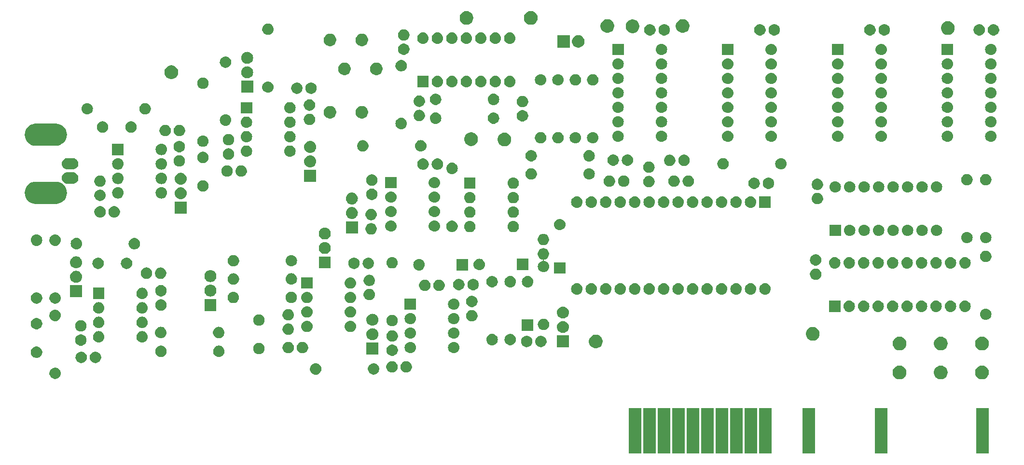
<source format=gbs>
G04 #@! TF.GenerationSoftware,KiCad,Pcbnew,5.0.2-bee76a0~70~ubuntu18.04.1*
G04 #@! TF.CreationDate,2019-01-09T00:57:01-05:00*
G04 #@! TF.ProjectId,adcboard,61646362-6f61-4726-942e-6b696361645f,rev?*
G04 #@! TF.SameCoordinates,Original*
G04 #@! TF.FileFunction,Soldermask,Bot*
G04 #@! TF.FilePolarity,Negative*
%FSLAX46Y46*%
G04 Gerber Fmt 4.6, Leading zero omitted, Abs format (unit mm)*
G04 Created by KiCad (PCBNEW 5.0.2-bee76a0~70~ubuntu18.04.1) date Wed 09 Jan 2019 12:57:01 AM EST*
%MOMM*%
%LPD*%
G01*
G04 APERTURE LIST*
%ADD10C,0.100000*%
G04 APERTURE END LIST*
D10*
G36*
X260226400Y-150145200D02*
X258048400Y-150145200D01*
X258048400Y-142125200D01*
X260226400Y-142125200D01*
X260226400Y-150145200D01*
X260226400Y-150145200D01*
G37*
G36*
X242446400Y-150145200D02*
X240268400Y-150145200D01*
X240268400Y-142125200D01*
X242446400Y-142125200D01*
X242446400Y-150145200D01*
X242446400Y-150145200D01*
G37*
G36*
X229746400Y-150145200D02*
X227568400Y-150145200D01*
X227568400Y-142125200D01*
X229746400Y-142125200D01*
X229746400Y-150145200D01*
X229746400Y-150145200D01*
G37*
G36*
X222126400Y-150145200D02*
X219948400Y-150145200D01*
X219948400Y-142125200D01*
X222126400Y-142125200D01*
X222126400Y-150145200D01*
X222126400Y-150145200D01*
G37*
G36*
X219586400Y-150145200D02*
X217408400Y-150145200D01*
X217408400Y-142125200D01*
X219586400Y-142125200D01*
X219586400Y-150145200D01*
X219586400Y-150145200D01*
G37*
G36*
X217046400Y-150145200D02*
X214868400Y-150145200D01*
X214868400Y-142125200D01*
X217046400Y-142125200D01*
X217046400Y-150145200D01*
X217046400Y-150145200D01*
G37*
G36*
X214506400Y-150145200D02*
X212328400Y-150145200D01*
X212328400Y-142125200D01*
X214506400Y-142125200D01*
X214506400Y-150145200D01*
X214506400Y-150145200D01*
G37*
G36*
X209426400Y-150145200D02*
X207248400Y-150145200D01*
X207248400Y-142125200D01*
X209426400Y-142125200D01*
X209426400Y-150145200D01*
X209426400Y-150145200D01*
G37*
G36*
X211966400Y-150145200D02*
X209788400Y-150145200D01*
X209788400Y-142125200D01*
X211966400Y-142125200D01*
X211966400Y-150145200D01*
X211966400Y-150145200D01*
G37*
G36*
X199266400Y-150145200D02*
X197088400Y-150145200D01*
X197088400Y-142125200D01*
X199266400Y-142125200D01*
X199266400Y-150145200D01*
X199266400Y-150145200D01*
G37*
G36*
X201806400Y-150145200D02*
X199628400Y-150145200D01*
X199628400Y-142125200D01*
X201806400Y-142125200D01*
X201806400Y-150145200D01*
X201806400Y-150145200D01*
G37*
G36*
X206886400Y-150145200D02*
X204708400Y-150145200D01*
X204708400Y-142125200D01*
X206886400Y-142125200D01*
X206886400Y-150145200D01*
X206886400Y-150145200D01*
G37*
G36*
X204346400Y-150145200D02*
X202168400Y-150145200D01*
X202168400Y-142125200D01*
X204346400Y-142125200D01*
X204346400Y-150145200D01*
X204346400Y-150145200D01*
G37*
G36*
X259420026Y-134736115D02*
X259638412Y-134826573D01*
X259834958Y-134957901D01*
X260002099Y-135125042D01*
X260133427Y-135321588D01*
X260223885Y-135539974D01*
X260270000Y-135771809D01*
X260270000Y-136008191D01*
X260223885Y-136240026D01*
X260133427Y-136458412D01*
X260002099Y-136654958D01*
X259834958Y-136822099D01*
X259638412Y-136953427D01*
X259420026Y-137043885D01*
X259188191Y-137090000D01*
X258951809Y-137090000D01*
X258719974Y-137043885D01*
X258501588Y-136953427D01*
X258305042Y-136822099D01*
X258137901Y-136654958D01*
X258006573Y-136458412D01*
X257916115Y-136240026D01*
X257870000Y-136008191D01*
X257870000Y-135771809D01*
X257916115Y-135539974D01*
X258006573Y-135321588D01*
X258137901Y-135125042D01*
X258305042Y-134957901D01*
X258501588Y-134826573D01*
X258719974Y-134736115D01*
X258951809Y-134690000D01*
X259188191Y-134690000D01*
X259420026Y-134736115D01*
X259420026Y-134736115D01*
G37*
G36*
X244952026Y-134736115D02*
X245170412Y-134826573D01*
X245366958Y-134957901D01*
X245534099Y-135125042D01*
X245665427Y-135321588D01*
X245755885Y-135539974D01*
X245802000Y-135771809D01*
X245802000Y-136008191D01*
X245755885Y-136240026D01*
X245665427Y-136458412D01*
X245534099Y-136654958D01*
X245366958Y-136822099D01*
X245170412Y-136953427D01*
X244952026Y-137043885D01*
X244720191Y-137090000D01*
X244483809Y-137090000D01*
X244251974Y-137043885D01*
X244033588Y-136953427D01*
X243837042Y-136822099D01*
X243669901Y-136654958D01*
X243538573Y-136458412D01*
X243448115Y-136240026D01*
X243402000Y-136008191D01*
X243402000Y-135771809D01*
X243448115Y-135539974D01*
X243538573Y-135321588D01*
X243669901Y-135125042D01*
X243837042Y-134957901D01*
X244033588Y-134826573D01*
X244251974Y-134736115D01*
X244483809Y-134690000D01*
X244720191Y-134690000D01*
X244952026Y-134736115D01*
X244952026Y-134736115D01*
G37*
G36*
X252191026Y-134736115D02*
X252409412Y-134826573D01*
X252605958Y-134957901D01*
X252773099Y-135125042D01*
X252904427Y-135321588D01*
X252994885Y-135539974D01*
X253041000Y-135771809D01*
X253041000Y-136008191D01*
X252994885Y-136240026D01*
X252904427Y-136458412D01*
X252773099Y-136654958D01*
X252605958Y-136822099D01*
X252409412Y-136953427D01*
X252191026Y-137043885D01*
X251959191Y-137090000D01*
X251722809Y-137090000D01*
X251490974Y-137043885D01*
X251272588Y-136953427D01*
X251076042Y-136822099D01*
X250908901Y-136654958D01*
X250777573Y-136458412D01*
X250687115Y-136240026D01*
X250641000Y-136008191D01*
X250641000Y-135771809D01*
X250687115Y-135539974D01*
X250777573Y-135321588D01*
X250908901Y-135125042D01*
X251076042Y-134957901D01*
X251272588Y-134826573D01*
X251490974Y-134736115D01*
X251722809Y-134690000D01*
X251959191Y-134690000D01*
X252191026Y-134736115D01*
X252191026Y-134736115D01*
G37*
G36*
X96619570Y-135057772D02*
X96735489Y-135080829D01*
X96917478Y-135156211D01*
X97081263Y-135265649D01*
X97220551Y-135404937D01*
X97329989Y-135568722D01*
X97405371Y-135750711D01*
X97422865Y-135838660D01*
X97443800Y-135943907D01*
X97443800Y-136140893D01*
X97430303Y-136208748D01*
X97405371Y-136334089D01*
X97329989Y-136516078D01*
X97220551Y-136679863D01*
X97081263Y-136819151D01*
X96917478Y-136928589D01*
X96735489Y-137003971D01*
X96619570Y-137027028D01*
X96542293Y-137042400D01*
X96345307Y-137042400D01*
X96268030Y-137027028D01*
X96152111Y-137003971D01*
X95970122Y-136928589D01*
X95806337Y-136819151D01*
X95667049Y-136679863D01*
X95557611Y-136516078D01*
X95482229Y-136334089D01*
X95457297Y-136208748D01*
X95443800Y-136140893D01*
X95443800Y-135943907D01*
X95464735Y-135838660D01*
X95482229Y-135750711D01*
X95557611Y-135568722D01*
X95667049Y-135404937D01*
X95806337Y-135265649D01*
X95970122Y-135156211D01*
X96152111Y-135080829D01*
X96268030Y-135057772D01*
X96345307Y-135042400D01*
X96542293Y-135042400D01*
X96619570Y-135057772D01*
X96619570Y-135057772D01*
G37*
G36*
X152499570Y-134295772D02*
X152615489Y-134318829D01*
X152797478Y-134394211D01*
X152961263Y-134503649D01*
X153100551Y-134642937D01*
X153209989Y-134806722D01*
X153285371Y-134988711D01*
X153308428Y-135104630D01*
X153318689Y-135156211D01*
X153323800Y-135181909D01*
X153323800Y-135378891D01*
X153285371Y-135572089D01*
X153209989Y-135754078D01*
X153100551Y-135917863D01*
X152961263Y-136057151D01*
X152797478Y-136166589D01*
X152615489Y-136241971D01*
X152499570Y-136265028D01*
X152422293Y-136280400D01*
X152225307Y-136280400D01*
X152148030Y-136265028D01*
X152032111Y-136241971D01*
X151850122Y-136166589D01*
X151686337Y-136057151D01*
X151547049Y-135917863D01*
X151437611Y-135754078D01*
X151362229Y-135572089D01*
X151323800Y-135378891D01*
X151323800Y-135181909D01*
X151328912Y-135156211D01*
X151339172Y-135104630D01*
X151362229Y-134988711D01*
X151437611Y-134806722D01*
X151547049Y-134642937D01*
X151686337Y-134503649D01*
X151850122Y-134394211D01*
X152032111Y-134318829D01*
X152148030Y-134295772D01*
X152225307Y-134280400D01*
X152422293Y-134280400D01*
X152499570Y-134295772D01*
X152499570Y-134295772D01*
G37*
G36*
X142359830Y-134294869D02*
X142359833Y-134294870D01*
X142359834Y-134294870D01*
X142548335Y-134352051D01*
X142548337Y-134352052D01*
X142722060Y-134444909D01*
X142874328Y-134569872D01*
X142999291Y-134722140D01*
X143055112Y-134826573D01*
X143092149Y-134895865D01*
X143136600Y-135042400D01*
X143149331Y-135084370D01*
X143168638Y-135280400D01*
X143149331Y-135476430D01*
X143149330Y-135476433D01*
X143149330Y-135476434D01*
X143130056Y-135539973D01*
X143092148Y-135664937D01*
X142999291Y-135838660D01*
X142874328Y-135990928D01*
X142722060Y-136115891D01*
X142627211Y-136166589D01*
X142548335Y-136208749D01*
X142359834Y-136265930D01*
X142359833Y-136265930D01*
X142359830Y-136265931D01*
X142212924Y-136280400D01*
X142114676Y-136280400D01*
X141967770Y-136265931D01*
X141967767Y-136265930D01*
X141967766Y-136265930D01*
X141779265Y-136208749D01*
X141700389Y-136166589D01*
X141605540Y-136115891D01*
X141453272Y-135990928D01*
X141328309Y-135838660D01*
X141235452Y-135664937D01*
X141197545Y-135539973D01*
X141178270Y-135476434D01*
X141178270Y-135476433D01*
X141178269Y-135476430D01*
X141158962Y-135280400D01*
X141178269Y-135084370D01*
X141191000Y-135042400D01*
X141235451Y-134895865D01*
X141272488Y-134826573D01*
X141328309Y-134722140D01*
X141453272Y-134569872D01*
X141605540Y-134444909D01*
X141779263Y-134352052D01*
X141779265Y-134352051D01*
X141967766Y-134294870D01*
X141967767Y-134294870D01*
X141967770Y-134294869D01*
X142114676Y-134280400D01*
X142212924Y-134280400D01*
X142359830Y-134294869D01*
X142359830Y-134294869D01*
G37*
G36*
X158225370Y-133940172D02*
X158341289Y-133963229D01*
X158523278Y-134038611D01*
X158687063Y-134148049D01*
X158826351Y-134287337D01*
X158935789Y-134451122D01*
X159011171Y-134633111D01*
X159049600Y-134826309D01*
X159049600Y-135023291D01*
X159011171Y-135216489D01*
X158935789Y-135398478D01*
X158826351Y-135562263D01*
X158687063Y-135701551D01*
X158523278Y-135810989D01*
X158341289Y-135886371D01*
X158225370Y-135909428D01*
X158148093Y-135924800D01*
X157951107Y-135924800D01*
X157873830Y-135909428D01*
X157757911Y-135886371D01*
X157575922Y-135810989D01*
X157412137Y-135701551D01*
X157272849Y-135562263D01*
X157163411Y-135398478D01*
X157088029Y-135216489D01*
X157049600Y-135023291D01*
X157049600Y-134826309D01*
X157088029Y-134633111D01*
X157163411Y-134451122D01*
X157272849Y-134287337D01*
X157412137Y-134148049D01*
X157575922Y-134038611D01*
X157757911Y-133963229D01*
X157873830Y-133940172D01*
X157951107Y-133924800D01*
X158148093Y-133924800D01*
X158225370Y-133940172D01*
X158225370Y-133940172D01*
G37*
G36*
X155725370Y-133940172D02*
X155841289Y-133963229D01*
X156023278Y-134038611D01*
X156187063Y-134148049D01*
X156326351Y-134287337D01*
X156435789Y-134451122D01*
X156511171Y-134633111D01*
X156549600Y-134826309D01*
X156549600Y-135023291D01*
X156511171Y-135216489D01*
X156435789Y-135398478D01*
X156326351Y-135562263D01*
X156187063Y-135701551D01*
X156023278Y-135810989D01*
X155841289Y-135886371D01*
X155725370Y-135909428D01*
X155648093Y-135924800D01*
X155451107Y-135924800D01*
X155373830Y-135909428D01*
X155257911Y-135886371D01*
X155075922Y-135810989D01*
X154912137Y-135701551D01*
X154772849Y-135562263D01*
X154663411Y-135398478D01*
X154588029Y-135216489D01*
X154549600Y-135023291D01*
X154549600Y-134826309D01*
X154588029Y-134633111D01*
X154663411Y-134451122D01*
X154772849Y-134287337D01*
X154912137Y-134148049D01*
X155075922Y-134038611D01*
X155257911Y-133963229D01*
X155373830Y-133940172D01*
X155451107Y-133924800D01*
X155648093Y-133924800D01*
X155725370Y-133940172D01*
X155725370Y-133940172D01*
G37*
G36*
X103706170Y-132263772D02*
X103822089Y-132286829D01*
X104004078Y-132362211D01*
X104167863Y-132471649D01*
X104307151Y-132610937D01*
X104416589Y-132774722D01*
X104491971Y-132956711D01*
X104515028Y-133072630D01*
X104522452Y-133109948D01*
X104530400Y-133149909D01*
X104530400Y-133346891D01*
X104491971Y-133540089D01*
X104416589Y-133722078D01*
X104307151Y-133885863D01*
X104167863Y-134025151D01*
X104004078Y-134134589D01*
X103822089Y-134209971D01*
X103706170Y-134233028D01*
X103628893Y-134248400D01*
X103431907Y-134248400D01*
X103354630Y-134233028D01*
X103238711Y-134209971D01*
X103056722Y-134134589D01*
X102892937Y-134025151D01*
X102753649Y-133885863D01*
X102644211Y-133722078D01*
X102568829Y-133540089D01*
X102530400Y-133346891D01*
X102530400Y-133149909D01*
X102538349Y-133109948D01*
X102545772Y-133072630D01*
X102568829Y-132956711D01*
X102644211Y-132774722D01*
X102753649Y-132610937D01*
X102892937Y-132471649D01*
X103056722Y-132362211D01*
X103238711Y-132286829D01*
X103354630Y-132263772D01*
X103431907Y-132248400D01*
X103628893Y-132248400D01*
X103706170Y-132263772D01*
X103706170Y-132263772D01*
G37*
G36*
X101206170Y-132263772D02*
X101322089Y-132286829D01*
X101504078Y-132362211D01*
X101667863Y-132471649D01*
X101807151Y-132610937D01*
X101916589Y-132774722D01*
X101991971Y-132956711D01*
X102015028Y-133072630D01*
X102022452Y-133109948D01*
X102030400Y-133149909D01*
X102030400Y-133346891D01*
X101991971Y-133540089D01*
X101916589Y-133722078D01*
X101807151Y-133885863D01*
X101667863Y-134025151D01*
X101504078Y-134134589D01*
X101322089Y-134209971D01*
X101206170Y-134233028D01*
X101128893Y-134248400D01*
X100931907Y-134248400D01*
X100854630Y-134233028D01*
X100738711Y-134209971D01*
X100556722Y-134134589D01*
X100392937Y-134025151D01*
X100253649Y-133885863D01*
X100144211Y-133722078D01*
X100068829Y-133540089D01*
X100030400Y-133346891D01*
X100030400Y-133149909D01*
X100038349Y-133109948D01*
X100045772Y-133072630D01*
X100068829Y-132956711D01*
X100144211Y-132774722D01*
X100253649Y-132610937D01*
X100392937Y-132471649D01*
X100556722Y-132362211D01*
X100738711Y-132286829D01*
X100854630Y-132263772D01*
X100931907Y-132248400D01*
X101128893Y-132248400D01*
X101206170Y-132263772D01*
X101206170Y-132263772D01*
G37*
G36*
X93351963Y-131346108D02*
X93484289Y-131372429D01*
X93666278Y-131447811D01*
X93830063Y-131557249D01*
X93969351Y-131696537D01*
X94078789Y-131860322D01*
X94154171Y-132042311D01*
X94163198Y-132087693D01*
X94192600Y-132235507D01*
X94192600Y-132432493D01*
X94184485Y-132473289D01*
X94154171Y-132625689D01*
X94078789Y-132807678D01*
X93969351Y-132971463D01*
X93830063Y-133110751D01*
X93666278Y-133220189D01*
X93484289Y-133295571D01*
X93368370Y-133318628D01*
X93291093Y-133334000D01*
X93094107Y-133334000D01*
X93016830Y-133318628D01*
X92900911Y-133295571D01*
X92718922Y-133220189D01*
X92555137Y-133110751D01*
X92415849Y-132971463D01*
X92306411Y-132807678D01*
X92231029Y-132625689D01*
X92200715Y-132473289D01*
X92192600Y-132432493D01*
X92192600Y-132235507D01*
X92222002Y-132087693D01*
X92231029Y-132042311D01*
X92306411Y-131860322D01*
X92415849Y-131696537D01*
X92555137Y-131557249D01*
X92718922Y-131447811D01*
X92900911Y-131372429D01*
X93033237Y-131346108D01*
X93094107Y-131334000D01*
X93291093Y-131334000D01*
X93351963Y-131346108D01*
X93351963Y-131346108D01*
G37*
G36*
X115186970Y-131196972D02*
X115302889Y-131220029D01*
X115484878Y-131295411D01*
X115648663Y-131404849D01*
X115787951Y-131544137D01*
X115897389Y-131707922D01*
X115972771Y-131889911D01*
X115992816Y-131990686D01*
X116011200Y-132083107D01*
X116011200Y-132280093D01*
X115995963Y-132356692D01*
X115972771Y-132473289D01*
X115897389Y-132655278D01*
X115787951Y-132819063D01*
X115648663Y-132958351D01*
X115484878Y-133067789D01*
X115302889Y-133143171D01*
X115186970Y-133166228D01*
X115109693Y-133181600D01*
X114912707Y-133181600D01*
X114835430Y-133166228D01*
X114719511Y-133143171D01*
X114537522Y-133067789D01*
X114373737Y-132958351D01*
X114234449Y-132819063D01*
X114125011Y-132655278D01*
X114049629Y-132473289D01*
X114026437Y-132356692D01*
X114011200Y-132280093D01*
X114011200Y-132083107D01*
X114029584Y-131990686D01*
X114049629Y-131889911D01*
X114125011Y-131707922D01*
X114234449Y-131544137D01*
X114373737Y-131404849D01*
X114537522Y-131295411D01*
X114719511Y-131220029D01*
X114835430Y-131196972D01*
X114912707Y-131181600D01*
X115109693Y-131181600D01*
X115186970Y-131196972D01*
X115186970Y-131196972D01*
G37*
G36*
X125367230Y-131196069D02*
X125367233Y-131196070D01*
X125367234Y-131196070D01*
X125555735Y-131253251D01*
X125555737Y-131253252D01*
X125729460Y-131346109D01*
X125881728Y-131471072D01*
X126006691Y-131623340D01*
X126006692Y-131623342D01*
X126099549Y-131797065D01*
X126132514Y-131905737D01*
X126156731Y-131985570D01*
X126176038Y-132181600D01*
X126156731Y-132377630D01*
X126156730Y-132377633D01*
X126156730Y-132377634D01*
X126113180Y-132521200D01*
X126099548Y-132566137D01*
X126006691Y-132739860D01*
X125881728Y-132892128D01*
X125729460Y-133017091D01*
X125729458Y-133017092D01*
X125555735Y-133109949D01*
X125367234Y-133167130D01*
X125367233Y-133167130D01*
X125367230Y-133167131D01*
X125220324Y-133181600D01*
X125122076Y-133181600D01*
X124975170Y-133167131D01*
X124975167Y-133167130D01*
X124975166Y-133167130D01*
X124786665Y-133109949D01*
X124612942Y-133017092D01*
X124612940Y-133017091D01*
X124460672Y-132892128D01*
X124335709Y-132739860D01*
X124242852Y-132566137D01*
X124229221Y-132521200D01*
X124185670Y-132377634D01*
X124185670Y-132377633D01*
X124185669Y-132377630D01*
X124166362Y-132181600D01*
X124185669Y-131985570D01*
X124209886Y-131905737D01*
X124242851Y-131797065D01*
X124335708Y-131623342D01*
X124335709Y-131623340D01*
X124460672Y-131471072D01*
X124612940Y-131346109D01*
X124786663Y-131253252D01*
X124786665Y-131253251D01*
X124975166Y-131196070D01*
X124975167Y-131196070D01*
X124975170Y-131196069D01*
X125122076Y-131181600D01*
X125220324Y-131181600D01*
X125367230Y-131196069D01*
X125367230Y-131196069D01*
G37*
G36*
X155776170Y-131004572D02*
X155892089Y-131027629D01*
X156074078Y-131103011D01*
X156237863Y-131212449D01*
X156377151Y-131351737D01*
X156486589Y-131515522D01*
X156561971Y-131697511D01*
X156564042Y-131707925D01*
X156600242Y-131889911D01*
X156600400Y-131890709D01*
X156600400Y-132087691D01*
X156561971Y-132280889D01*
X156486589Y-132462878D01*
X156377151Y-132626663D01*
X156237863Y-132765951D01*
X156074078Y-132875389D01*
X155892089Y-132950771D01*
X155788062Y-132971463D01*
X155698893Y-132989200D01*
X155501907Y-132989200D01*
X155412738Y-132971463D01*
X155308711Y-132950771D01*
X155126722Y-132875389D01*
X154962937Y-132765951D01*
X154823649Y-132626663D01*
X154714211Y-132462878D01*
X154638829Y-132280889D01*
X154600400Y-132087691D01*
X154600400Y-131890709D01*
X154600559Y-131889911D01*
X154636758Y-131707925D01*
X154638829Y-131697511D01*
X154714211Y-131515522D01*
X154823649Y-131351737D01*
X154962937Y-131212449D01*
X155126722Y-131103011D01*
X155308711Y-131027629D01*
X155424630Y-131004572D01*
X155501907Y-130989200D01*
X155698893Y-130989200D01*
X155776170Y-131004572D01*
X155776170Y-131004572D01*
G37*
G36*
X153170600Y-132774400D02*
X151070600Y-132774400D01*
X151070600Y-130674400D01*
X153170600Y-130674400D01*
X153170600Y-132774400D01*
X153170600Y-132774400D01*
G37*
G36*
X132382770Y-130714372D02*
X132498689Y-130737429D01*
X132680678Y-130812811D01*
X132844463Y-130922249D01*
X132983751Y-131061537D01*
X133093189Y-131225322D01*
X133168571Y-131407311D01*
X133187883Y-131504400D01*
X133207000Y-131600507D01*
X133207000Y-131797493D01*
X133194502Y-131860322D01*
X133168571Y-131990689D01*
X133093189Y-132172678D01*
X132983751Y-132336463D01*
X132844463Y-132475751D01*
X132680678Y-132585189D01*
X132498689Y-132660571D01*
X132382770Y-132683628D01*
X132305493Y-132699000D01*
X132108507Y-132699000D01*
X132031230Y-132683628D01*
X131915311Y-132660571D01*
X131733322Y-132585189D01*
X131569537Y-132475751D01*
X131430249Y-132336463D01*
X131320811Y-132172678D01*
X131245429Y-131990689D01*
X131219498Y-131860322D01*
X131207000Y-131797493D01*
X131207000Y-131600507D01*
X131226117Y-131504400D01*
X131245429Y-131407311D01*
X131320811Y-131225322D01*
X131430249Y-131061537D01*
X131569537Y-130922249D01*
X131733322Y-130812811D01*
X131915311Y-130737429D01*
X132031230Y-130714372D01*
X132108507Y-130699000D01*
X132305493Y-130699000D01*
X132382770Y-130714372D01*
X132382770Y-130714372D01*
G37*
G36*
X137528170Y-130536572D02*
X137644089Y-130559629D01*
X137826078Y-130635011D01*
X137989863Y-130744449D01*
X138129151Y-130883737D01*
X138238589Y-131047522D01*
X138313971Y-131229511D01*
X138337028Y-131345430D01*
X138352400Y-131422707D01*
X138352400Y-131619693D01*
X138351674Y-131623342D01*
X138313971Y-131812889D01*
X138238589Y-131994878D01*
X138129151Y-132158663D01*
X137989863Y-132297951D01*
X137826078Y-132407389D01*
X137644089Y-132482771D01*
X137528170Y-132505828D01*
X137450893Y-132521200D01*
X137253907Y-132521200D01*
X137176630Y-132505828D01*
X137060711Y-132482771D01*
X136878722Y-132407389D01*
X136714937Y-132297951D01*
X136575649Y-132158663D01*
X136466211Y-131994878D01*
X136390829Y-131812889D01*
X136353126Y-131623342D01*
X136352400Y-131619693D01*
X136352400Y-131422707D01*
X136367772Y-131345430D01*
X136390829Y-131229511D01*
X136466211Y-131047522D01*
X136575649Y-130883737D01*
X136714937Y-130744449D01*
X136878722Y-130635011D01*
X137060711Y-130559629D01*
X137176630Y-130536572D01*
X137253907Y-130521200D01*
X137450893Y-130521200D01*
X137528170Y-130536572D01*
X137528170Y-130536572D01*
G37*
G36*
X140028170Y-130536572D02*
X140144089Y-130559629D01*
X140326078Y-130635011D01*
X140489863Y-130744449D01*
X140629151Y-130883737D01*
X140738589Y-131047522D01*
X140813971Y-131229511D01*
X140837028Y-131345430D01*
X140852400Y-131422707D01*
X140852400Y-131619693D01*
X140851674Y-131623342D01*
X140813971Y-131812889D01*
X140738589Y-131994878D01*
X140629151Y-132158663D01*
X140489863Y-132297951D01*
X140326078Y-132407389D01*
X140144089Y-132482771D01*
X140028170Y-132505828D01*
X139950893Y-132521200D01*
X139753907Y-132521200D01*
X139676630Y-132505828D01*
X139560711Y-132482771D01*
X139378722Y-132407389D01*
X139214937Y-132297951D01*
X139075649Y-132158663D01*
X138966211Y-131994878D01*
X138890829Y-131812889D01*
X138853126Y-131623342D01*
X138852400Y-131619693D01*
X138852400Y-131422707D01*
X138867772Y-131345430D01*
X138890829Y-131229511D01*
X138966211Y-131047522D01*
X139075649Y-130883737D01*
X139214937Y-130744449D01*
X139378722Y-130635011D01*
X139560711Y-130559629D01*
X139676630Y-130536572D01*
X139753907Y-130521200D01*
X139950893Y-130521200D01*
X140028170Y-130536572D01*
X140028170Y-130536572D01*
G37*
G36*
X158971430Y-130535669D02*
X158971433Y-130535670D01*
X158971434Y-130535670D01*
X159159935Y-130592851D01*
X159159937Y-130592852D01*
X159333660Y-130685709D01*
X159485928Y-130810672D01*
X159610891Y-130962940D01*
X159697086Y-131124200D01*
X159703749Y-131136665D01*
X159732411Y-131231151D01*
X159760931Y-131325170D01*
X159780238Y-131521200D01*
X159760931Y-131717230D01*
X159760930Y-131717233D01*
X159760930Y-131717234D01*
X159708308Y-131890707D01*
X159703748Y-131905737D01*
X159610891Y-132079460D01*
X159485928Y-132231728D01*
X159333660Y-132356691D01*
X159159937Y-132449548D01*
X159159935Y-132449549D01*
X158971434Y-132506730D01*
X158971433Y-132506730D01*
X158971430Y-132506731D01*
X158824524Y-132521200D01*
X158726276Y-132521200D01*
X158579370Y-132506731D01*
X158579367Y-132506730D01*
X158579366Y-132506730D01*
X158390865Y-132449549D01*
X158390863Y-132449548D01*
X158217140Y-132356691D01*
X158064872Y-132231728D01*
X157939909Y-132079460D01*
X157847052Y-131905737D01*
X157842493Y-131890707D01*
X157789870Y-131717234D01*
X157789870Y-131717233D01*
X157789869Y-131717230D01*
X157770562Y-131521200D01*
X157789869Y-131325170D01*
X157818389Y-131231151D01*
X157847051Y-131136665D01*
X157853714Y-131124200D01*
X157939909Y-130962940D01*
X158064872Y-130810672D01*
X158217140Y-130685709D01*
X158390863Y-130592852D01*
X158390865Y-130592851D01*
X158579366Y-130535670D01*
X158579367Y-130535670D01*
X158579370Y-130535669D01*
X158726276Y-130521200D01*
X158824524Y-130521200D01*
X158971430Y-130535669D01*
X158971430Y-130535669D01*
G37*
G36*
X166591430Y-130535669D02*
X166591433Y-130535670D01*
X166591434Y-130535670D01*
X166779935Y-130592851D01*
X166779937Y-130592852D01*
X166953660Y-130685709D01*
X167105928Y-130810672D01*
X167230891Y-130962940D01*
X167317086Y-131124200D01*
X167323749Y-131136665D01*
X167352411Y-131231151D01*
X167380931Y-131325170D01*
X167400238Y-131521200D01*
X167380931Y-131717230D01*
X167380930Y-131717233D01*
X167380930Y-131717234D01*
X167328308Y-131890707D01*
X167323748Y-131905737D01*
X167230891Y-132079460D01*
X167105928Y-132231728D01*
X166953660Y-132356691D01*
X166779937Y-132449548D01*
X166779935Y-132449549D01*
X166591434Y-132506730D01*
X166591433Y-132506730D01*
X166591430Y-132506731D01*
X166444524Y-132521200D01*
X166346276Y-132521200D01*
X166199370Y-132506731D01*
X166199367Y-132506730D01*
X166199366Y-132506730D01*
X166010865Y-132449549D01*
X166010863Y-132449548D01*
X165837140Y-132356691D01*
X165684872Y-132231728D01*
X165559909Y-132079460D01*
X165467052Y-131905737D01*
X165462493Y-131890707D01*
X165409870Y-131717234D01*
X165409870Y-131717233D01*
X165409869Y-131717230D01*
X165390562Y-131521200D01*
X165409869Y-131325170D01*
X165438389Y-131231151D01*
X165467051Y-131136665D01*
X165473714Y-131124200D01*
X165559909Y-130962940D01*
X165684872Y-130810672D01*
X165837140Y-130685709D01*
X166010863Y-130592852D01*
X166010865Y-130592851D01*
X166199366Y-130535670D01*
X166199367Y-130535670D01*
X166199370Y-130535669D01*
X166346276Y-130521200D01*
X166444524Y-130521200D01*
X166591430Y-130535669D01*
X166591430Y-130535669D01*
G37*
G36*
X259430026Y-129656115D02*
X259648412Y-129746573D01*
X259844958Y-129877901D01*
X260012099Y-130045042D01*
X260143427Y-130241588D01*
X260233885Y-130459974D01*
X260280000Y-130691809D01*
X260280000Y-130928191D01*
X260233885Y-131160026D01*
X260143427Y-131378412D01*
X260012099Y-131574958D01*
X259844958Y-131742099D01*
X259648412Y-131873427D01*
X259430026Y-131963885D01*
X259198191Y-132010000D01*
X258961809Y-132010000D01*
X258729974Y-131963885D01*
X258511588Y-131873427D01*
X258315042Y-131742099D01*
X258147901Y-131574958D01*
X258016573Y-131378412D01*
X257926115Y-131160026D01*
X257880000Y-130928191D01*
X257880000Y-130691809D01*
X257926115Y-130459974D01*
X258016573Y-130241588D01*
X258147901Y-130045042D01*
X258315042Y-129877901D01*
X258511588Y-129746573D01*
X258729974Y-129656115D01*
X258961809Y-129610000D01*
X259198191Y-129610000D01*
X259430026Y-129656115D01*
X259430026Y-129656115D01*
G37*
G36*
X252201026Y-129656115D02*
X252419412Y-129746573D01*
X252615958Y-129877901D01*
X252783099Y-130045042D01*
X252914427Y-130241588D01*
X253004885Y-130459974D01*
X253051000Y-130691809D01*
X253051000Y-130928191D01*
X253004885Y-131160026D01*
X252914427Y-131378412D01*
X252783099Y-131574958D01*
X252615958Y-131742099D01*
X252419412Y-131873427D01*
X252201026Y-131963885D01*
X251969191Y-132010000D01*
X251732809Y-132010000D01*
X251500974Y-131963885D01*
X251282588Y-131873427D01*
X251086042Y-131742099D01*
X250918901Y-131574958D01*
X250787573Y-131378412D01*
X250697115Y-131160026D01*
X250651000Y-130928191D01*
X250651000Y-130691809D01*
X250697115Y-130459974D01*
X250787573Y-130241588D01*
X250918901Y-130045042D01*
X251086042Y-129877901D01*
X251282588Y-129746573D01*
X251500974Y-129656115D01*
X251732809Y-129610000D01*
X251969191Y-129610000D01*
X252201026Y-129656115D01*
X252201026Y-129656115D01*
G37*
G36*
X244962026Y-129656115D02*
X245180412Y-129746573D01*
X245376958Y-129877901D01*
X245544099Y-130045042D01*
X245675427Y-130241588D01*
X245765885Y-130459974D01*
X245812000Y-130691809D01*
X245812000Y-130928191D01*
X245765885Y-131160026D01*
X245675427Y-131378412D01*
X245544099Y-131574958D01*
X245376958Y-131742099D01*
X245180412Y-131873427D01*
X244962026Y-131963885D01*
X244730191Y-132010000D01*
X244493809Y-132010000D01*
X244261974Y-131963885D01*
X244043588Y-131873427D01*
X243847042Y-131742099D01*
X243679901Y-131574958D01*
X243548573Y-131378412D01*
X243458115Y-131160026D01*
X243412000Y-130928191D01*
X243412000Y-130691809D01*
X243458115Y-130459974D01*
X243548573Y-130241588D01*
X243679901Y-130045042D01*
X243847042Y-129877901D01*
X244043588Y-129746573D01*
X244261974Y-129656115D01*
X244493809Y-129610000D01*
X244730191Y-129610000D01*
X244962026Y-129656115D01*
X244962026Y-129656115D01*
G37*
G36*
X191662826Y-129300515D02*
X191881212Y-129390973D01*
X192077758Y-129522301D01*
X192244899Y-129689442D01*
X192376227Y-129885988D01*
X192466685Y-130104374D01*
X192512800Y-130336209D01*
X192512800Y-130572591D01*
X192466685Y-130804426D01*
X192376227Y-131022812D01*
X192244899Y-131219358D01*
X192077758Y-131386499D01*
X191881212Y-131517827D01*
X191662826Y-131608285D01*
X191430991Y-131654400D01*
X191194609Y-131654400D01*
X190962774Y-131608285D01*
X190744388Y-131517827D01*
X190547842Y-131386499D01*
X190380701Y-131219358D01*
X190249373Y-131022812D01*
X190158915Y-130804426D01*
X190112800Y-130572591D01*
X190112800Y-130336209D01*
X190158915Y-130104374D01*
X190249373Y-129885988D01*
X190380701Y-129689442D01*
X190547842Y-129522301D01*
X190744388Y-129390973D01*
X190962774Y-129300515D01*
X191194609Y-129254400D01*
X191430991Y-129254400D01*
X191662826Y-129300515D01*
X191662826Y-129300515D01*
G37*
G36*
X186597000Y-131504400D02*
X184497000Y-131504400D01*
X184497000Y-129404400D01*
X186597000Y-129404400D01*
X186597000Y-131504400D01*
X186597000Y-131504400D01*
G37*
G36*
X179361970Y-129469772D02*
X179477889Y-129492829D01*
X179659878Y-129568211D01*
X179823663Y-129677649D01*
X179962951Y-129816937D01*
X180072389Y-129980722D01*
X180147771Y-130162711D01*
X180163460Y-130241587D01*
X180186200Y-130355907D01*
X180186200Y-130552893D01*
X180177252Y-130597875D01*
X180147771Y-130746089D01*
X180072389Y-130928078D01*
X179962951Y-131091863D01*
X179823663Y-131231151D01*
X179659878Y-131340589D01*
X179477889Y-131415971D01*
X179361970Y-131439028D01*
X179284693Y-131454400D01*
X179087707Y-131454400D01*
X179010430Y-131439028D01*
X178894511Y-131415971D01*
X178712522Y-131340589D01*
X178548737Y-131231151D01*
X178409449Y-131091863D01*
X178300011Y-130928078D01*
X178224629Y-130746089D01*
X178195148Y-130597875D01*
X178186200Y-130552893D01*
X178186200Y-130355907D01*
X178208940Y-130241587D01*
X178224629Y-130162711D01*
X178300011Y-129980722D01*
X178409449Y-129816937D01*
X178548737Y-129677649D01*
X178712522Y-129568211D01*
X178894511Y-129492829D01*
X179010430Y-129469772D01*
X179087707Y-129454400D01*
X179284693Y-129454400D01*
X179361970Y-129469772D01*
X179361970Y-129469772D01*
G37*
G36*
X181861970Y-129469772D02*
X181977889Y-129492829D01*
X182159878Y-129568211D01*
X182323663Y-129677649D01*
X182462951Y-129816937D01*
X182572389Y-129980722D01*
X182647771Y-130162711D01*
X182663460Y-130241587D01*
X182686200Y-130355907D01*
X182686200Y-130552893D01*
X182677252Y-130597875D01*
X182647771Y-130746089D01*
X182572389Y-130928078D01*
X182462951Y-131091863D01*
X182323663Y-131231151D01*
X182159878Y-131340589D01*
X181977889Y-131415971D01*
X181861970Y-131439028D01*
X181784693Y-131454400D01*
X181587707Y-131454400D01*
X181510430Y-131439028D01*
X181394511Y-131415971D01*
X181212522Y-131340589D01*
X181048737Y-131231151D01*
X180909449Y-131091863D01*
X180800011Y-130928078D01*
X180724629Y-130746089D01*
X180695148Y-130597875D01*
X180686200Y-130552893D01*
X180686200Y-130355907D01*
X180708940Y-130241587D01*
X180724629Y-130162711D01*
X180800011Y-129980722D01*
X180909449Y-129816937D01*
X181048737Y-129677649D01*
X181212522Y-129568211D01*
X181394511Y-129492829D01*
X181510430Y-129469772D01*
X181587707Y-129454400D01*
X181784693Y-129454400D01*
X181861970Y-129469772D01*
X181861970Y-129469772D01*
G37*
G36*
X101139857Y-129226390D02*
X101256689Y-129249629D01*
X101438678Y-129325011D01*
X101602463Y-129434449D01*
X101741751Y-129573737D01*
X101851189Y-129737522D01*
X101926571Y-129919511D01*
X101947694Y-130025707D01*
X101965000Y-130112707D01*
X101965000Y-130309693D01*
X101959725Y-130336210D01*
X101926571Y-130502889D01*
X101851189Y-130684878D01*
X101741751Y-130848663D01*
X101602463Y-130987951D01*
X101438678Y-131097389D01*
X101256689Y-131172771D01*
X101140770Y-131195828D01*
X101063493Y-131211200D01*
X100866507Y-131211200D01*
X100789230Y-131195828D01*
X100673311Y-131172771D01*
X100491322Y-131097389D01*
X100327537Y-130987951D01*
X100188249Y-130848663D01*
X100078811Y-130684878D01*
X100003429Y-130502889D01*
X99970275Y-130336210D01*
X99965000Y-130309693D01*
X99965000Y-130112707D01*
X99982306Y-130025707D01*
X100003429Y-129919511D01*
X100078811Y-129737522D01*
X100188249Y-129573737D01*
X100327537Y-129434449D01*
X100491322Y-129325011D01*
X100673311Y-129249629D01*
X100790143Y-129226390D01*
X100866507Y-129211200D01*
X101063493Y-129211200D01*
X101139857Y-129226390D01*
X101139857Y-129226390D01*
G37*
G36*
X176477170Y-129139572D02*
X176593089Y-129162629D01*
X176775078Y-129238011D01*
X176938863Y-129347449D01*
X177078151Y-129486737D01*
X177187589Y-129650522D01*
X177262971Y-129832511D01*
X177282453Y-129930454D01*
X177301400Y-130025707D01*
X177301400Y-130222693D01*
X177293564Y-130262085D01*
X177262971Y-130415889D01*
X177187589Y-130597878D01*
X177078151Y-130761663D01*
X176938863Y-130900951D01*
X176775078Y-131010389D01*
X176593089Y-131085771D01*
X176477170Y-131108828D01*
X176399893Y-131124200D01*
X176202907Y-131124200D01*
X176125630Y-131108828D01*
X176009711Y-131085771D01*
X175827722Y-131010389D01*
X175663937Y-130900951D01*
X175524649Y-130761663D01*
X175415211Y-130597878D01*
X175339829Y-130415889D01*
X175309236Y-130262085D01*
X175301400Y-130222693D01*
X175301400Y-130025707D01*
X175320347Y-129930454D01*
X175339829Y-129832511D01*
X175415211Y-129650522D01*
X175524649Y-129486737D01*
X175663937Y-129347449D01*
X175827722Y-129238011D01*
X176009711Y-129162629D01*
X176125630Y-129139572D01*
X176202907Y-129124200D01*
X176399893Y-129124200D01*
X176477170Y-129139572D01*
X176477170Y-129139572D01*
G37*
G36*
X173322430Y-129138669D02*
X173322433Y-129138670D01*
X173322434Y-129138670D01*
X173510935Y-129195851D01*
X173510937Y-129195852D01*
X173684660Y-129288709D01*
X173836928Y-129413672D01*
X173961891Y-129565940D01*
X174053604Y-129737522D01*
X174054749Y-129739665D01*
X174109305Y-129919514D01*
X174111931Y-129928170D01*
X174131238Y-130124200D01*
X174111931Y-130320230D01*
X174111930Y-130320233D01*
X174111930Y-130320234D01*
X174060675Y-130489200D01*
X174054748Y-130508737D01*
X173961891Y-130682460D01*
X173836928Y-130834728D01*
X173684660Y-130959691D01*
X173589811Y-131010389D01*
X173510935Y-131052549D01*
X173322434Y-131109730D01*
X173322433Y-131109730D01*
X173322430Y-131109731D01*
X173175524Y-131124200D01*
X173077276Y-131124200D01*
X172930370Y-131109731D01*
X172930367Y-131109730D01*
X172930366Y-131109730D01*
X172741865Y-131052549D01*
X172662989Y-131010389D01*
X172568140Y-130959691D01*
X172415872Y-130834728D01*
X172290909Y-130682460D01*
X172198052Y-130508737D01*
X172192126Y-130489200D01*
X172140870Y-130320234D01*
X172140870Y-130320233D01*
X172140869Y-130320230D01*
X172121562Y-130124200D01*
X172140869Y-129928170D01*
X172143495Y-129919514D01*
X172198051Y-129739665D01*
X172199196Y-129737522D01*
X172290909Y-129565940D01*
X172415872Y-129413672D01*
X172568140Y-129288709D01*
X172741863Y-129195852D01*
X172741865Y-129195851D01*
X172930366Y-129138670D01*
X172930367Y-129138670D01*
X172930370Y-129138669D01*
X173077276Y-129124200D01*
X173175524Y-129124200D01*
X173322430Y-129138669D01*
X173322430Y-129138669D01*
G37*
G36*
X111905230Y-128656069D02*
X111905233Y-128656070D01*
X111905234Y-128656070D01*
X112093735Y-128713251D01*
X112093737Y-128713252D01*
X112267460Y-128806109D01*
X112419728Y-128931072D01*
X112544691Y-129083340D01*
X112587072Y-129162629D01*
X112637549Y-129257065D01*
X112691359Y-129434453D01*
X112694731Y-129445570D01*
X112714038Y-129641600D01*
X112694731Y-129837630D01*
X112694730Y-129837633D01*
X112694730Y-129837634D01*
X112637679Y-130025707D01*
X112637548Y-130026137D01*
X112544691Y-130199860D01*
X112419728Y-130352128D01*
X112267460Y-130477091D01*
X112113042Y-130559629D01*
X112093735Y-130569949D01*
X111905234Y-130627130D01*
X111905233Y-130627130D01*
X111905230Y-130627131D01*
X111758324Y-130641600D01*
X111660076Y-130641600D01*
X111513170Y-130627131D01*
X111513167Y-130627130D01*
X111513166Y-130627130D01*
X111324665Y-130569949D01*
X111305358Y-130559629D01*
X111150940Y-130477091D01*
X110998672Y-130352128D01*
X110873709Y-130199860D01*
X110780852Y-130026137D01*
X110780722Y-130025707D01*
X110723670Y-129837634D01*
X110723670Y-129837633D01*
X110723669Y-129837630D01*
X110704362Y-129641600D01*
X110723669Y-129445570D01*
X110727041Y-129434453D01*
X110780851Y-129257065D01*
X110831328Y-129162629D01*
X110873709Y-129083340D01*
X110998672Y-128931072D01*
X111150940Y-128806109D01*
X111324663Y-128713252D01*
X111324665Y-128713251D01*
X111513166Y-128656070D01*
X111513167Y-128656070D01*
X111513170Y-128656069D01*
X111660076Y-128641600D01*
X111758324Y-128641600D01*
X111905230Y-128656069D01*
X111905230Y-128656069D01*
G37*
G36*
X104285230Y-128656069D02*
X104285233Y-128656070D01*
X104285234Y-128656070D01*
X104473735Y-128713251D01*
X104473737Y-128713252D01*
X104647460Y-128806109D01*
X104799728Y-128931072D01*
X104924691Y-129083340D01*
X104967072Y-129162629D01*
X105017549Y-129257065D01*
X105071359Y-129434453D01*
X105074731Y-129445570D01*
X105094038Y-129641600D01*
X105074731Y-129837630D01*
X105074730Y-129837633D01*
X105074730Y-129837634D01*
X105017679Y-130025707D01*
X105017548Y-130026137D01*
X104924691Y-130199860D01*
X104799728Y-130352128D01*
X104647460Y-130477091D01*
X104493042Y-130559629D01*
X104473735Y-130569949D01*
X104285234Y-130627130D01*
X104285233Y-130627130D01*
X104285230Y-130627131D01*
X104138324Y-130641600D01*
X104040076Y-130641600D01*
X103893170Y-130627131D01*
X103893167Y-130627130D01*
X103893166Y-130627130D01*
X103704665Y-130569949D01*
X103685358Y-130559629D01*
X103530940Y-130477091D01*
X103378672Y-130352128D01*
X103253709Y-130199860D01*
X103160852Y-130026137D01*
X103160722Y-130025707D01*
X103103670Y-129837634D01*
X103103670Y-129837633D01*
X103103669Y-129837630D01*
X103084362Y-129641600D01*
X103103669Y-129445570D01*
X103107041Y-129434453D01*
X103160851Y-129257065D01*
X103211328Y-129162629D01*
X103253709Y-129083340D01*
X103378672Y-128931072D01*
X103530940Y-128806109D01*
X103704663Y-128713252D01*
X103704665Y-128713251D01*
X103893166Y-128656070D01*
X103893167Y-128656070D01*
X103893170Y-128656069D01*
X104040076Y-128641600D01*
X104138324Y-128641600D01*
X104285230Y-128656069D01*
X104285230Y-128656069D01*
G37*
G36*
X155756058Y-128500571D02*
X155892089Y-128527629D01*
X156074078Y-128603011D01*
X156237863Y-128712449D01*
X156377151Y-128851737D01*
X156486589Y-129015522D01*
X156561971Y-129197511D01*
X156582460Y-129300516D01*
X156600400Y-129390707D01*
X156600400Y-129587693D01*
X156595963Y-129610000D01*
X156561971Y-129780889D01*
X156486589Y-129962878D01*
X156377151Y-130126663D01*
X156237863Y-130265951D01*
X156074078Y-130375389D01*
X155892089Y-130450771D01*
X155776170Y-130473828D01*
X155698893Y-130489200D01*
X155501907Y-130489200D01*
X155424630Y-130473828D01*
X155308711Y-130450771D01*
X155126722Y-130375389D01*
X154962937Y-130265951D01*
X154823649Y-130126663D01*
X154714211Y-129962878D01*
X154638829Y-129780889D01*
X154604837Y-129610000D01*
X154600400Y-129587693D01*
X154600400Y-129390707D01*
X154618340Y-129300516D01*
X154638829Y-129197511D01*
X154714211Y-129015522D01*
X154823649Y-128851737D01*
X154962937Y-128712449D01*
X155126722Y-128603011D01*
X155308711Y-128527629D01*
X155444742Y-128500571D01*
X155501907Y-128489200D01*
X155698893Y-128489200D01*
X155756058Y-128500571D01*
X155756058Y-128500571D01*
G37*
G36*
X229737426Y-127954315D02*
X229955812Y-128044773D01*
X230152358Y-128176101D01*
X230319499Y-128343242D01*
X230450827Y-128539788D01*
X230541285Y-128758174D01*
X230587400Y-128990009D01*
X230587400Y-129226391D01*
X230541285Y-129458226D01*
X230450827Y-129676612D01*
X230319499Y-129873158D01*
X230152358Y-130040299D01*
X229955812Y-130171627D01*
X229737426Y-130262085D01*
X229505591Y-130308200D01*
X229269209Y-130308200D01*
X229037374Y-130262085D01*
X228818988Y-130171627D01*
X228622442Y-130040299D01*
X228455301Y-129873158D01*
X228323973Y-129676612D01*
X228233515Y-129458226D01*
X228187400Y-129226391D01*
X228187400Y-128990009D01*
X228233515Y-128758174D01*
X228323973Y-128539788D01*
X228455301Y-128343242D01*
X228622442Y-128176101D01*
X228818988Y-128044773D01*
X229037374Y-127954315D01*
X229269209Y-127908200D01*
X229505591Y-127908200D01*
X229737426Y-127954315D01*
X229737426Y-127954315D01*
G37*
G36*
X152249307Y-128141997D02*
X152326436Y-128149593D01*
X152442755Y-128184878D01*
X152524363Y-128209633D01*
X152706772Y-128307133D01*
X152866654Y-128438346D01*
X152997867Y-128598228D01*
X153095367Y-128780637D01*
X153095510Y-128781109D01*
X153155407Y-128978564D01*
X153175680Y-129184400D01*
X153155407Y-129390236D01*
X153134782Y-129458227D01*
X153095367Y-129588163D01*
X152997867Y-129770572D01*
X152866654Y-129930454D01*
X152706772Y-130061667D01*
X152524363Y-130159167D01*
X152483290Y-130171626D01*
X152326436Y-130219207D01*
X152249307Y-130226803D01*
X152172180Y-130234400D01*
X152069020Y-130234400D01*
X151991893Y-130226803D01*
X151914764Y-130219207D01*
X151757910Y-130171626D01*
X151716837Y-130159167D01*
X151534428Y-130061667D01*
X151374546Y-129930454D01*
X151243333Y-129770572D01*
X151145833Y-129588163D01*
X151106418Y-129458227D01*
X151085793Y-129390236D01*
X151065520Y-129184400D01*
X151085793Y-128978564D01*
X151145690Y-128781109D01*
X151145833Y-128780637D01*
X151243333Y-128598228D01*
X151374546Y-128438346D01*
X151534428Y-128307133D01*
X151716837Y-128209633D01*
X151798445Y-128184878D01*
X151914764Y-128149593D01*
X151991893Y-128141997D01*
X152069020Y-128134400D01*
X152172180Y-128134400D01*
X152249307Y-128141997D01*
X152249307Y-128141997D01*
G37*
G36*
X166591430Y-127995669D02*
X166591433Y-127995670D01*
X166591434Y-127995670D01*
X166779935Y-128052851D01*
X166779937Y-128052852D01*
X166953660Y-128145709D01*
X167105928Y-128270672D01*
X167230891Y-128422940D01*
X167323748Y-128596663D01*
X167323749Y-128596665D01*
X167371620Y-128754475D01*
X167380931Y-128785170D01*
X167400238Y-128981200D01*
X167380931Y-129177230D01*
X167380930Y-129177233D01*
X167380930Y-129177234D01*
X167327528Y-129353278D01*
X167323748Y-129365737D01*
X167230891Y-129539460D01*
X167105928Y-129691728D01*
X166953660Y-129816691D01*
X166779937Y-129909548D01*
X166779935Y-129909549D01*
X166591434Y-129966730D01*
X166591433Y-129966730D01*
X166591430Y-129966731D01*
X166444524Y-129981200D01*
X166346276Y-129981200D01*
X166199370Y-129966731D01*
X166199367Y-129966730D01*
X166199366Y-129966730D01*
X166010865Y-129909549D01*
X166010863Y-129909548D01*
X165837140Y-129816691D01*
X165684872Y-129691728D01*
X165559909Y-129539460D01*
X165467052Y-129365737D01*
X165463273Y-129353278D01*
X165409870Y-129177234D01*
X165409870Y-129177233D01*
X165409869Y-129177230D01*
X165390562Y-128981200D01*
X165409869Y-128785170D01*
X165419180Y-128754475D01*
X165467051Y-128596665D01*
X165467052Y-128596663D01*
X165559909Y-128422940D01*
X165684872Y-128270672D01*
X165837140Y-128145709D01*
X166010863Y-128052852D01*
X166010865Y-128052851D01*
X166199366Y-127995670D01*
X166199367Y-127995670D01*
X166199370Y-127995669D01*
X166346276Y-127981200D01*
X166444524Y-127981200D01*
X166591430Y-127995669D01*
X166591430Y-127995669D01*
G37*
G36*
X158971430Y-127995669D02*
X158971433Y-127995670D01*
X158971434Y-127995670D01*
X159159935Y-128052851D01*
X159159937Y-128052852D01*
X159333660Y-128145709D01*
X159485928Y-128270672D01*
X159610891Y-128422940D01*
X159703748Y-128596663D01*
X159703749Y-128596665D01*
X159751620Y-128754475D01*
X159760931Y-128785170D01*
X159780238Y-128981200D01*
X159760931Y-129177230D01*
X159760930Y-129177233D01*
X159760930Y-129177234D01*
X159707528Y-129353278D01*
X159703748Y-129365737D01*
X159610891Y-129539460D01*
X159485928Y-129691728D01*
X159333660Y-129816691D01*
X159159937Y-129909548D01*
X159159935Y-129909549D01*
X158971434Y-129966730D01*
X158971433Y-129966730D01*
X158971430Y-129966731D01*
X158824524Y-129981200D01*
X158726276Y-129981200D01*
X158579370Y-129966731D01*
X158579367Y-129966730D01*
X158579366Y-129966730D01*
X158390865Y-129909549D01*
X158390863Y-129909548D01*
X158217140Y-129816691D01*
X158064872Y-129691728D01*
X157939909Y-129539460D01*
X157847052Y-129365737D01*
X157843273Y-129353278D01*
X157789870Y-129177234D01*
X157789870Y-129177233D01*
X157789869Y-129177230D01*
X157770562Y-128981200D01*
X157789869Y-128785170D01*
X157799180Y-128754475D01*
X157847051Y-128596665D01*
X157847052Y-128596663D01*
X157939909Y-128422940D01*
X158064872Y-128270672D01*
X158217140Y-128145709D01*
X158390863Y-128052852D01*
X158390865Y-128052851D01*
X158579366Y-127995670D01*
X158579367Y-127995670D01*
X158579370Y-127995669D01*
X158726276Y-127981200D01*
X158824524Y-127981200D01*
X158971430Y-127995669D01*
X158971430Y-127995669D01*
G37*
G36*
X115181830Y-127894069D02*
X115181833Y-127894070D01*
X115181834Y-127894070D01*
X115370335Y-127951251D01*
X115370337Y-127951252D01*
X115544060Y-128044109D01*
X115696328Y-128169072D01*
X115821291Y-128321340D01*
X115911014Y-128489200D01*
X115914149Y-128495065D01*
X115945443Y-128598228D01*
X115971331Y-128683570D01*
X115990638Y-128879600D01*
X115971331Y-129075630D01*
X115971330Y-129075633D01*
X115971330Y-129075634D01*
X115916294Y-129257065D01*
X115914148Y-129264137D01*
X115821291Y-129437860D01*
X115696328Y-129590128D01*
X115544060Y-129715091D01*
X115449211Y-129765789D01*
X115370335Y-129807949D01*
X115181834Y-129865130D01*
X115181833Y-129865130D01*
X115181830Y-129865131D01*
X115034924Y-129879600D01*
X114936676Y-129879600D01*
X114789770Y-129865131D01*
X114789767Y-129865130D01*
X114789766Y-129865130D01*
X114601265Y-129807949D01*
X114522389Y-129765789D01*
X114427540Y-129715091D01*
X114275272Y-129590128D01*
X114150309Y-129437860D01*
X114057452Y-129264137D01*
X114055307Y-129257065D01*
X114000270Y-129075634D01*
X114000270Y-129075633D01*
X114000269Y-129075630D01*
X113980962Y-128879600D01*
X114000269Y-128683570D01*
X114026157Y-128598228D01*
X114057451Y-128495065D01*
X114060586Y-128489200D01*
X114150309Y-128321340D01*
X114275272Y-128169072D01*
X114427540Y-128044109D01*
X114601263Y-127951252D01*
X114601265Y-127951251D01*
X114789766Y-127894070D01*
X114789767Y-127894070D01*
X114789770Y-127894069D01*
X114936676Y-127879600D01*
X115034924Y-127879600D01*
X115181830Y-127894069D01*
X115181830Y-127894069D01*
G37*
G36*
X125321570Y-127894972D02*
X125437489Y-127918029D01*
X125619478Y-127993411D01*
X125783263Y-128102849D01*
X125922551Y-128242137D01*
X126031989Y-128405922D01*
X126107371Y-128587911D01*
X126130428Y-128703830D01*
X126145800Y-128781107D01*
X126145800Y-128978093D01*
X126138355Y-129015522D01*
X126107371Y-129171289D01*
X126031989Y-129353278D01*
X125922551Y-129517063D01*
X125783263Y-129656351D01*
X125619478Y-129765789D01*
X125437489Y-129841171D01*
X125321570Y-129864228D01*
X125244293Y-129879600D01*
X125047307Y-129879600D01*
X124970030Y-129864228D01*
X124854111Y-129841171D01*
X124672122Y-129765789D01*
X124508337Y-129656351D01*
X124369049Y-129517063D01*
X124259611Y-129353278D01*
X124184229Y-129171289D01*
X124153245Y-129015522D01*
X124145800Y-128978093D01*
X124145800Y-128781107D01*
X124161172Y-128703830D01*
X124184229Y-128587911D01*
X124259611Y-128405922D01*
X124369049Y-128242137D01*
X124508337Y-128102849D01*
X124672122Y-127993411D01*
X124854111Y-127918029D01*
X124970030Y-127894972D01*
X125047307Y-127879600D01*
X125244293Y-127879600D01*
X125321570Y-127894972D01*
X125321570Y-127894972D01*
G37*
G36*
X137513570Y-127296172D02*
X137629489Y-127319229D01*
X137811478Y-127394611D01*
X137975263Y-127504049D01*
X138114551Y-127643337D01*
X138223989Y-127807122D01*
X138299371Y-127989111D01*
X138318868Y-128087130D01*
X138337800Y-128182307D01*
X138337800Y-128379293D01*
X138326053Y-128438346D01*
X138299371Y-128572489D01*
X138223989Y-128754478D01*
X138114551Y-128918263D01*
X137975263Y-129057551D01*
X137811478Y-129166989D01*
X137629489Y-129242371D01*
X137513570Y-129265428D01*
X137436293Y-129280800D01*
X137239307Y-129280800D01*
X137162030Y-129265428D01*
X137046111Y-129242371D01*
X136864122Y-129166989D01*
X136700337Y-129057551D01*
X136561049Y-128918263D01*
X136451611Y-128754478D01*
X136376229Y-128572489D01*
X136349547Y-128438346D01*
X136337800Y-128379293D01*
X136337800Y-128182307D01*
X136356732Y-128087130D01*
X136376229Y-127989111D01*
X136451611Y-127807122D01*
X136561049Y-127643337D01*
X136700337Y-127504049D01*
X136864122Y-127394611D01*
X137046111Y-127319229D01*
X137162030Y-127296172D01*
X137239307Y-127280800D01*
X137436293Y-127280800D01*
X137513570Y-127296172D01*
X137513570Y-127296172D01*
G37*
G36*
X185675707Y-126871997D02*
X185752836Y-126879593D01*
X185884787Y-126919620D01*
X185950763Y-126939633D01*
X186133172Y-127037133D01*
X186293054Y-127168346D01*
X186424267Y-127328228D01*
X186521767Y-127510637D01*
X186521767Y-127510638D01*
X186581807Y-127708564D01*
X186602080Y-127914400D01*
X186581807Y-128120236D01*
X186554689Y-128209633D01*
X186521767Y-128318163D01*
X186424267Y-128500572D01*
X186293054Y-128660454D01*
X186133172Y-128791667D01*
X185950763Y-128889167D01*
X185884787Y-128909180D01*
X185752836Y-128949207D01*
X185675707Y-128956804D01*
X185598580Y-128964400D01*
X185495420Y-128964400D01*
X185418293Y-128956804D01*
X185341164Y-128949207D01*
X185209213Y-128909180D01*
X185143237Y-128889167D01*
X184960828Y-128791667D01*
X184800946Y-128660454D01*
X184669733Y-128500572D01*
X184572233Y-128318163D01*
X184539311Y-128209633D01*
X184512193Y-128120236D01*
X184491920Y-127914400D01*
X184512193Y-127708564D01*
X184572233Y-127510638D01*
X184572233Y-127510637D01*
X184669733Y-127328228D01*
X184800946Y-127168346D01*
X184960828Y-127037133D01*
X185143237Y-126939633D01*
X185209213Y-126919620D01*
X185341164Y-126879593D01*
X185418293Y-126871997D01*
X185495420Y-126864400D01*
X185598580Y-126864400D01*
X185675707Y-126871997D01*
X185675707Y-126871997D01*
G37*
G36*
X140835830Y-126827269D02*
X140835833Y-126827270D01*
X140835834Y-126827270D01*
X141024335Y-126884451D01*
X141024337Y-126884452D01*
X141198060Y-126977309D01*
X141350328Y-127102272D01*
X141475291Y-127254540D01*
X141567329Y-127426730D01*
X141568149Y-127428265D01*
X141612221Y-127573551D01*
X141625331Y-127616770D01*
X141644638Y-127812800D01*
X141625331Y-128008830D01*
X141625330Y-128008833D01*
X141625330Y-128008834D01*
X141571928Y-128184878D01*
X141568148Y-128197337D01*
X141475291Y-128371060D01*
X141350328Y-128523328D01*
X141198060Y-128648291D01*
X141076527Y-128713252D01*
X141024335Y-128741149D01*
X140835834Y-128798330D01*
X140835833Y-128798330D01*
X140835830Y-128798331D01*
X140688924Y-128812800D01*
X140590676Y-128812800D01*
X140443770Y-128798331D01*
X140443767Y-128798330D01*
X140443766Y-128798330D01*
X140255265Y-128741149D01*
X140203073Y-128713252D01*
X140081540Y-128648291D01*
X139929272Y-128523328D01*
X139804309Y-128371060D01*
X139711452Y-128197337D01*
X139707673Y-128184878D01*
X139654270Y-128008834D01*
X139654270Y-128008833D01*
X139654269Y-128008830D01*
X139634962Y-127812800D01*
X139654269Y-127616770D01*
X139667379Y-127573551D01*
X139711451Y-127428265D01*
X139712271Y-127426730D01*
X139804309Y-127254540D01*
X139929272Y-127102272D01*
X140081540Y-126977309D01*
X140255263Y-126884452D01*
X140255265Y-126884451D01*
X140443766Y-126827270D01*
X140443767Y-126827270D01*
X140443770Y-126827269D01*
X140590676Y-126812800D01*
X140688924Y-126812800D01*
X140835830Y-126827269D01*
X140835830Y-126827269D01*
G37*
G36*
X148455830Y-126827269D02*
X148455833Y-126827270D01*
X148455834Y-126827270D01*
X148644335Y-126884451D01*
X148644337Y-126884452D01*
X148818060Y-126977309D01*
X148970328Y-127102272D01*
X149095291Y-127254540D01*
X149187329Y-127426730D01*
X149188149Y-127428265D01*
X149232221Y-127573551D01*
X149245331Y-127616770D01*
X149264638Y-127812800D01*
X149245331Y-128008830D01*
X149245330Y-128008833D01*
X149245330Y-128008834D01*
X149191928Y-128184878D01*
X149188148Y-128197337D01*
X149095291Y-128371060D01*
X148970328Y-128523328D01*
X148818060Y-128648291D01*
X148696527Y-128713252D01*
X148644335Y-128741149D01*
X148455834Y-128798330D01*
X148455833Y-128798330D01*
X148455830Y-128798331D01*
X148308924Y-128812800D01*
X148210676Y-128812800D01*
X148063770Y-128798331D01*
X148063767Y-128798330D01*
X148063766Y-128798330D01*
X147875265Y-128741149D01*
X147823073Y-128713252D01*
X147701540Y-128648291D01*
X147549272Y-128523328D01*
X147424309Y-128371060D01*
X147331452Y-128197337D01*
X147327673Y-128184878D01*
X147274270Y-128008834D01*
X147274270Y-128008833D01*
X147274269Y-128008830D01*
X147254962Y-127812800D01*
X147274269Y-127616770D01*
X147287379Y-127573551D01*
X147331451Y-127428265D01*
X147332271Y-127426730D01*
X147424309Y-127254540D01*
X147549272Y-127102272D01*
X147701540Y-126977309D01*
X147875263Y-126884452D01*
X147875265Y-126884451D01*
X148063766Y-126827270D01*
X148063767Y-126827270D01*
X148063770Y-126827269D01*
X148210676Y-126812800D01*
X148308924Y-126812800D01*
X148455830Y-126827269D01*
X148455830Y-126827269D01*
G37*
G36*
X101140770Y-126726572D02*
X101256689Y-126749629D01*
X101438678Y-126825011D01*
X101602463Y-126934449D01*
X101741751Y-127073737D01*
X101851189Y-127237522D01*
X101926571Y-127419511D01*
X101943386Y-127504049D01*
X101965000Y-127612707D01*
X101965000Y-127809693D01*
X101964382Y-127812800D01*
X101926571Y-128002889D01*
X101851189Y-128184878D01*
X101741751Y-128348663D01*
X101602463Y-128487951D01*
X101438678Y-128597389D01*
X101256689Y-128672771D01*
X101140770Y-128695828D01*
X101063493Y-128711200D01*
X100866507Y-128711200D01*
X100789230Y-128695828D01*
X100673311Y-128672771D01*
X100491322Y-128597389D01*
X100327537Y-128487951D01*
X100188249Y-128348663D01*
X100078811Y-128184878D01*
X100003429Y-128002889D01*
X99965618Y-127812800D01*
X99965000Y-127809693D01*
X99965000Y-127612707D01*
X99986614Y-127504049D01*
X100003429Y-127419511D01*
X100078811Y-127237522D01*
X100188249Y-127073737D01*
X100327537Y-126934449D01*
X100491322Y-126825011D01*
X100673311Y-126749629D01*
X100789230Y-126726572D01*
X100866507Y-126711200D01*
X101063493Y-126711200D01*
X101140770Y-126726572D01*
X101140770Y-126726572D01*
G37*
G36*
X180349400Y-128584200D02*
X178349400Y-128584200D01*
X178349400Y-126584200D01*
X180349400Y-126584200D01*
X180349400Y-128584200D01*
X180349400Y-128584200D01*
G37*
G36*
X182319170Y-126472572D02*
X182435089Y-126495629D01*
X182617078Y-126571011D01*
X182780863Y-126680449D01*
X182920151Y-126819737D01*
X183029589Y-126983522D01*
X183104971Y-127165511D01*
X183119295Y-127237525D01*
X183143400Y-127358707D01*
X183143400Y-127555693D01*
X183137533Y-127585189D01*
X183104971Y-127748889D01*
X183029589Y-127930878D01*
X182920151Y-128094663D01*
X182780863Y-128233951D01*
X182617078Y-128343389D01*
X182435089Y-128418771D01*
X182319170Y-128441828D01*
X182241893Y-128457200D01*
X182044907Y-128457200D01*
X181967630Y-128441828D01*
X181851711Y-128418771D01*
X181669722Y-128343389D01*
X181505937Y-128233951D01*
X181366649Y-128094663D01*
X181257211Y-127930878D01*
X181181829Y-127748889D01*
X181149267Y-127585189D01*
X181143400Y-127555693D01*
X181143400Y-127358707D01*
X181167505Y-127237525D01*
X181181829Y-127165511D01*
X181257211Y-126983522D01*
X181366649Y-126819737D01*
X181505937Y-126680449D01*
X181669722Y-126571011D01*
X181851711Y-126495629D01*
X181967630Y-126472572D01*
X182044907Y-126457200D01*
X182241893Y-126457200D01*
X182319170Y-126472572D01*
X182319170Y-126472572D01*
G37*
G36*
X93367342Y-126349167D02*
X93484289Y-126372429D01*
X93666278Y-126447811D01*
X93830063Y-126557249D01*
X93969351Y-126696537D01*
X94078789Y-126860322D01*
X94154171Y-127042311D01*
X94192600Y-127235509D01*
X94192600Y-127432491D01*
X94154171Y-127625689D01*
X94078789Y-127807678D01*
X93969351Y-127971463D01*
X93830063Y-128110751D01*
X93666278Y-128220189D01*
X93484289Y-128295571D01*
X93370715Y-128318162D01*
X93291093Y-128334000D01*
X93094107Y-128334000D01*
X93014485Y-128318162D01*
X92900911Y-128295571D01*
X92718922Y-128220189D01*
X92555137Y-128110751D01*
X92415849Y-127971463D01*
X92306411Y-127807678D01*
X92231029Y-127625689D01*
X92192600Y-127432491D01*
X92192600Y-127235509D01*
X92231029Y-127042311D01*
X92306411Y-126860322D01*
X92415849Y-126696537D01*
X92555137Y-126557249D01*
X92718922Y-126447811D01*
X92900911Y-126372429D01*
X93017858Y-126349167D01*
X93094107Y-126334000D01*
X93291093Y-126334000D01*
X93367342Y-126349167D01*
X93367342Y-126349167D01*
G37*
G36*
X111905230Y-126116069D02*
X111905233Y-126116070D01*
X111905234Y-126116070D01*
X112093735Y-126173251D01*
X112093737Y-126173252D01*
X112267460Y-126266109D01*
X112419728Y-126391072D01*
X112544691Y-126543340D01*
X112634414Y-126711200D01*
X112637549Y-126717065D01*
X112688325Y-126884451D01*
X112694731Y-126905570D01*
X112714038Y-127101600D01*
X112694731Y-127297630D01*
X112694730Y-127297633D01*
X112694730Y-127297634D01*
X112651180Y-127441200D01*
X112637548Y-127486137D01*
X112544691Y-127659860D01*
X112419728Y-127812128D01*
X112267460Y-127937091D01*
X112144366Y-128002886D01*
X112093735Y-128029949D01*
X111905234Y-128087130D01*
X111905233Y-128087130D01*
X111905230Y-128087131D01*
X111758324Y-128101600D01*
X111660076Y-128101600D01*
X111513170Y-128087131D01*
X111513167Y-128087130D01*
X111513166Y-128087130D01*
X111324665Y-128029949D01*
X111274034Y-128002886D01*
X111150940Y-127937091D01*
X110998672Y-127812128D01*
X110873709Y-127659860D01*
X110780852Y-127486137D01*
X110767221Y-127441200D01*
X110723670Y-127297634D01*
X110723670Y-127297633D01*
X110723669Y-127297630D01*
X110704362Y-127101600D01*
X110723669Y-126905570D01*
X110730075Y-126884451D01*
X110780851Y-126717065D01*
X110783986Y-126711200D01*
X110873709Y-126543340D01*
X110998672Y-126391072D01*
X111150940Y-126266109D01*
X111324663Y-126173252D01*
X111324665Y-126173251D01*
X111513166Y-126116070D01*
X111513167Y-126116070D01*
X111513170Y-126116069D01*
X111660076Y-126101600D01*
X111758324Y-126101600D01*
X111905230Y-126116069D01*
X111905230Y-126116069D01*
G37*
G36*
X104285230Y-126116069D02*
X104285233Y-126116070D01*
X104285234Y-126116070D01*
X104473735Y-126173251D01*
X104473737Y-126173252D01*
X104647460Y-126266109D01*
X104799728Y-126391072D01*
X104924691Y-126543340D01*
X105014414Y-126711200D01*
X105017549Y-126717065D01*
X105068325Y-126884451D01*
X105074731Y-126905570D01*
X105094038Y-127101600D01*
X105074731Y-127297630D01*
X105074730Y-127297633D01*
X105074730Y-127297634D01*
X105031180Y-127441200D01*
X105017548Y-127486137D01*
X104924691Y-127659860D01*
X104799728Y-127812128D01*
X104647460Y-127937091D01*
X104524366Y-128002886D01*
X104473735Y-128029949D01*
X104285234Y-128087130D01*
X104285233Y-128087130D01*
X104285230Y-128087131D01*
X104138324Y-128101600D01*
X104040076Y-128101600D01*
X103893170Y-128087131D01*
X103893167Y-128087130D01*
X103893166Y-128087130D01*
X103704665Y-128029949D01*
X103654034Y-128002886D01*
X103530940Y-127937091D01*
X103378672Y-127812128D01*
X103253709Y-127659860D01*
X103160852Y-127486137D01*
X103147221Y-127441200D01*
X103103670Y-127297634D01*
X103103670Y-127297633D01*
X103103669Y-127297630D01*
X103084362Y-127101600D01*
X103103669Y-126905570D01*
X103110075Y-126884451D01*
X103160851Y-126717065D01*
X103163986Y-126711200D01*
X103253709Y-126543340D01*
X103378672Y-126391072D01*
X103530940Y-126266109D01*
X103704663Y-126173252D01*
X103704665Y-126173251D01*
X103893166Y-126116070D01*
X103893167Y-126116070D01*
X103893170Y-126116069D01*
X104040076Y-126101600D01*
X104138324Y-126101600D01*
X104285230Y-126116069D01*
X104285230Y-126116069D01*
G37*
G36*
X155750770Y-125812172D02*
X155866689Y-125835229D01*
X156048678Y-125910611D01*
X156212463Y-126020049D01*
X156351751Y-126159337D01*
X156461189Y-126323122D01*
X156536571Y-126505111D01*
X156554039Y-126592928D01*
X156575000Y-126698307D01*
X156575000Y-126895293D01*
X156567460Y-126933200D01*
X156536571Y-127088489D01*
X156461189Y-127270478D01*
X156351751Y-127434263D01*
X156212463Y-127573551D01*
X156048678Y-127682989D01*
X155866689Y-127758371D01*
X155750770Y-127781428D01*
X155673493Y-127796800D01*
X155476507Y-127796800D01*
X155399230Y-127781428D01*
X155283311Y-127758371D01*
X155101322Y-127682989D01*
X154937537Y-127573551D01*
X154798249Y-127434263D01*
X154688811Y-127270478D01*
X154613429Y-127088489D01*
X154582540Y-126933200D01*
X154575000Y-126895293D01*
X154575000Y-126698307D01*
X154595961Y-126592928D01*
X154613429Y-126505111D01*
X154688811Y-126323122D01*
X154798249Y-126159337D01*
X154937537Y-126020049D01*
X155101322Y-125910611D01*
X155283311Y-125835229D01*
X155399230Y-125812172D01*
X155476507Y-125796800D01*
X155673493Y-125796800D01*
X155750770Y-125812172D01*
X155750770Y-125812172D01*
G37*
G36*
X132382770Y-125714372D02*
X132498689Y-125737429D01*
X132680678Y-125812811D01*
X132844463Y-125922249D01*
X132983751Y-126061537D01*
X133093189Y-126225322D01*
X133168571Y-126407311D01*
X133178494Y-126457200D01*
X133207000Y-126600507D01*
X133207000Y-126797493D01*
X133194502Y-126860322D01*
X133168571Y-126990689D01*
X133093189Y-127172678D01*
X132983751Y-127336463D01*
X132844463Y-127475751D01*
X132680678Y-127585189D01*
X132498689Y-127660571D01*
X132404998Y-127679207D01*
X132305493Y-127699000D01*
X132108507Y-127699000D01*
X132009002Y-127679207D01*
X131915311Y-127660571D01*
X131733322Y-127585189D01*
X131569537Y-127475751D01*
X131430249Y-127336463D01*
X131320811Y-127172678D01*
X131245429Y-126990689D01*
X131219498Y-126860322D01*
X131207000Y-126797493D01*
X131207000Y-126600507D01*
X131235506Y-126457200D01*
X131245429Y-126407311D01*
X131320811Y-126225322D01*
X131430249Y-126061537D01*
X131569537Y-125922249D01*
X131733322Y-125812811D01*
X131915311Y-125737429D01*
X132031230Y-125714372D01*
X132108507Y-125699000D01*
X132305493Y-125699000D01*
X132382770Y-125714372D01*
X132382770Y-125714372D01*
G37*
G36*
X152249307Y-125601997D02*
X152326436Y-125609593D01*
X152458387Y-125649620D01*
X152524363Y-125669633D01*
X152706772Y-125767133D01*
X152866654Y-125898346D01*
X152997867Y-126058228D01*
X153095367Y-126240637D01*
X153100734Y-126258330D01*
X153155407Y-126438564D01*
X153175680Y-126644400D01*
X153155407Y-126850236D01*
X153130240Y-126933200D01*
X153095367Y-127048163D01*
X152997867Y-127230572D01*
X152866654Y-127390454D01*
X152706772Y-127521667D01*
X152524363Y-127619167D01*
X152502872Y-127625686D01*
X152326436Y-127679207D01*
X152249307Y-127686803D01*
X152172180Y-127694400D01*
X152069020Y-127694400D01*
X151991893Y-127686803D01*
X151914764Y-127679207D01*
X151738328Y-127625686D01*
X151716837Y-127619167D01*
X151534428Y-127521667D01*
X151374546Y-127390454D01*
X151243333Y-127230572D01*
X151145833Y-127048163D01*
X151110960Y-126933200D01*
X151085793Y-126850236D01*
X151065520Y-126644400D01*
X151085793Y-126438564D01*
X151140466Y-126258330D01*
X151145833Y-126240637D01*
X151243333Y-126058228D01*
X151374546Y-125898346D01*
X151534428Y-125767133D01*
X151716837Y-125669633D01*
X151782813Y-125649620D01*
X151914764Y-125609593D01*
X151991893Y-125601997D01*
X152069020Y-125594400D01*
X152172180Y-125594400D01*
X152249307Y-125601997D01*
X152249307Y-125601997D01*
G37*
G36*
X166591430Y-125455669D02*
X166591433Y-125455670D01*
X166591434Y-125455670D01*
X166779935Y-125512851D01*
X166779937Y-125512852D01*
X166953660Y-125605709D01*
X167105928Y-125730672D01*
X167230891Y-125882940D01*
X167310400Y-126031691D01*
X167323749Y-126056665D01*
X167374778Y-126224886D01*
X167380931Y-126245170D01*
X167400238Y-126441200D01*
X167380931Y-126637230D01*
X167380930Y-126637233D01*
X167380930Y-126637234D01*
X167323969Y-126825011D01*
X167323748Y-126825737D01*
X167230891Y-126999460D01*
X167105928Y-127151728D01*
X166953660Y-127276691D01*
X166841829Y-127336466D01*
X166779935Y-127369549D01*
X166591434Y-127426730D01*
X166591433Y-127426730D01*
X166591430Y-127426731D01*
X166444524Y-127441200D01*
X166346276Y-127441200D01*
X166199370Y-127426731D01*
X166199367Y-127426730D01*
X166199366Y-127426730D01*
X166010865Y-127369549D01*
X165948971Y-127336466D01*
X165837140Y-127276691D01*
X165684872Y-127151728D01*
X165559909Y-126999460D01*
X165467052Y-126825737D01*
X165466832Y-126825011D01*
X165409870Y-126637234D01*
X165409870Y-126637233D01*
X165409869Y-126637230D01*
X165390562Y-126441200D01*
X165409869Y-126245170D01*
X165416022Y-126224886D01*
X165467051Y-126056665D01*
X165480400Y-126031691D01*
X165559909Y-125882940D01*
X165684872Y-125730672D01*
X165837140Y-125605709D01*
X166010863Y-125512852D01*
X166010865Y-125512851D01*
X166199366Y-125455670D01*
X166199367Y-125455670D01*
X166199370Y-125455669D01*
X166346276Y-125441200D01*
X166444524Y-125441200D01*
X166591430Y-125455669D01*
X166591430Y-125455669D01*
G37*
G36*
X158971430Y-125455669D02*
X158971433Y-125455670D01*
X158971434Y-125455670D01*
X159159935Y-125512851D01*
X159159937Y-125512852D01*
X159333660Y-125605709D01*
X159485928Y-125730672D01*
X159610891Y-125882940D01*
X159690400Y-126031691D01*
X159703749Y-126056665D01*
X159754778Y-126224886D01*
X159760931Y-126245170D01*
X159780238Y-126441200D01*
X159760931Y-126637230D01*
X159760930Y-126637233D01*
X159760930Y-126637234D01*
X159703969Y-126825011D01*
X159703748Y-126825737D01*
X159610891Y-126999460D01*
X159485928Y-127151728D01*
X159333660Y-127276691D01*
X159221829Y-127336466D01*
X159159935Y-127369549D01*
X158971434Y-127426730D01*
X158971433Y-127426730D01*
X158971430Y-127426731D01*
X158824524Y-127441200D01*
X158726276Y-127441200D01*
X158579370Y-127426731D01*
X158579367Y-127426730D01*
X158579366Y-127426730D01*
X158390865Y-127369549D01*
X158328971Y-127336466D01*
X158217140Y-127276691D01*
X158064872Y-127151728D01*
X157939909Y-126999460D01*
X157847052Y-126825737D01*
X157846832Y-126825011D01*
X157789870Y-126637234D01*
X157789870Y-126637233D01*
X157789869Y-126637230D01*
X157770562Y-126441200D01*
X157789869Y-126245170D01*
X157796022Y-126224886D01*
X157847051Y-126056665D01*
X157860400Y-126031691D01*
X157939909Y-125882940D01*
X158064872Y-125730672D01*
X158217140Y-125605709D01*
X158390863Y-125512852D01*
X158390865Y-125512851D01*
X158579366Y-125455670D01*
X158579367Y-125455670D01*
X158579370Y-125455669D01*
X158726276Y-125441200D01*
X158824524Y-125441200D01*
X158971430Y-125455669D01*
X158971430Y-125455669D01*
G37*
G36*
X169746170Y-124948572D02*
X169862089Y-124971629D01*
X170044078Y-125047011D01*
X170207863Y-125156449D01*
X170347151Y-125295737D01*
X170456589Y-125459522D01*
X170531971Y-125641511D01*
X170540086Y-125682309D01*
X170570400Y-125834707D01*
X170570400Y-126031693D01*
X170555163Y-126108292D01*
X170531971Y-126224889D01*
X170456589Y-126406878D01*
X170347151Y-126570663D01*
X170207863Y-126709951D01*
X170044078Y-126819389D01*
X169862089Y-126894771D01*
X169746170Y-126917828D01*
X169668893Y-126933200D01*
X169471907Y-126933200D01*
X169394630Y-126917828D01*
X169278711Y-126894771D01*
X169096722Y-126819389D01*
X168932937Y-126709951D01*
X168793649Y-126570663D01*
X168684211Y-126406878D01*
X168608829Y-126224889D01*
X168585637Y-126108292D01*
X168570400Y-126031693D01*
X168570400Y-125834707D01*
X168600714Y-125682309D01*
X168608829Y-125641511D01*
X168684211Y-125459522D01*
X168793649Y-125295737D01*
X168932937Y-125156449D01*
X169096722Y-125047011D01*
X169278711Y-124971629D01*
X169394630Y-124948572D01*
X169471907Y-124933200D01*
X169668893Y-124933200D01*
X169746170Y-124948572D01*
X169746170Y-124948572D01*
G37*
G36*
X96639830Y-124896869D02*
X96639833Y-124896870D01*
X96639834Y-124896870D01*
X96828335Y-124954051D01*
X96828337Y-124954052D01*
X97002060Y-125046909D01*
X97154328Y-125171872D01*
X97279291Y-125324140D01*
X97367917Y-125489948D01*
X97372149Y-125497865D01*
X97420524Y-125657337D01*
X97429331Y-125686370D01*
X97448638Y-125882400D01*
X97429331Y-126078430D01*
X97429330Y-126078433D01*
X97429330Y-126078434D01*
X97372400Y-126266109D01*
X97372148Y-126266937D01*
X97279291Y-126440660D01*
X97154328Y-126592928D01*
X97002060Y-126717891D01*
X97002058Y-126717892D01*
X96828335Y-126810749D01*
X96639834Y-126867930D01*
X96639833Y-126867930D01*
X96639830Y-126867931D01*
X96492924Y-126882400D01*
X96394676Y-126882400D01*
X96247770Y-126867931D01*
X96247767Y-126867930D01*
X96247766Y-126867930D01*
X96059265Y-126810749D01*
X95885542Y-126717892D01*
X95885540Y-126717891D01*
X95733272Y-126592928D01*
X95608309Y-126440660D01*
X95515452Y-126266937D01*
X95515201Y-126266109D01*
X95458270Y-126078434D01*
X95458270Y-126078433D01*
X95458269Y-126078430D01*
X95438962Y-125882400D01*
X95458269Y-125686370D01*
X95467076Y-125657337D01*
X95515451Y-125497865D01*
X95519683Y-125489948D01*
X95608309Y-125324140D01*
X95733272Y-125171872D01*
X95885540Y-125046909D01*
X96059263Y-124954052D01*
X96059265Y-124954051D01*
X96247766Y-124896870D01*
X96247767Y-124896870D01*
X96247770Y-124896869D01*
X96394676Y-124882400D01*
X96492924Y-124882400D01*
X96639830Y-124896869D01*
X96639830Y-124896869D01*
G37*
G36*
X137513570Y-124796172D02*
X137629489Y-124819229D01*
X137811478Y-124894611D01*
X137975263Y-125004049D01*
X138114551Y-125143337D01*
X138223989Y-125307122D01*
X138299371Y-125489111D01*
X138313790Y-125561600D01*
X138337800Y-125682307D01*
X138337800Y-125879293D01*
X138322428Y-125956570D01*
X138299371Y-126072489D01*
X138223989Y-126254478D01*
X138114551Y-126418263D01*
X137975263Y-126557551D01*
X137811478Y-126666989D01*
X137629489Y-126742371D01*
X137513570Y-126765428D01*
X137436293Y-126780800D01*
X137239307Y-126780800D01*
X137162030Y-126765428D01*
X137046111Y-126742371D01*
X136864122Y-126666989D01*
X136700337Y-126557551D01*
X136561049Y-126418263D01*
X136451611Y-126254478D01*
X136376229Y-126072489D01*
X136353172Y-125956570D01*
X136337800Y-125879293D01*
X136337800Y-125682307D01*
X136361810Y-125561600D01*
X136376229Y-125489111D01*
X136451611Y-125307122D01*
X136561049Y-125143337D01*
X136700337Y-125004049D01*
X136864122Y-124894611D01*
X137046111Y-124819229D01*
X137162030Y-124796172D01*
X137239307Y-124780800D01*
X137436293Y-124780800D01*
X137513570Y-124796172D01*
X137513570Y-124796172D01*
G37*
G36*
X259936430Y-124693669D02*
X259936433Y-124693670D01*
X259936434Y-124693670D01*
X260124935Y-124750851D01*
X260124937Y-124750852D01*
X260298660Y-124843709D01*
X260450928Y-124968672D01*
X260575891Y-125120940D01*
X260575892Y-125120942D01*
X260668749Y-125294665D01*
X260721581Y-125468830D01*
X260725931Y-125483170D01*
X260745238Y-125679200D01*
X260725931Y-125875230D01*
X260725930Y-125875233D01*
X260725930Y-125875234D01*
X260669416Y-126061537D01*
X260668748Y-126063737D01*
X260575891Y-126237460D01*
X260450928Y-126389728D01*
X260298660Y-126514691D01*
X260245058Y-126543342D01*
X260124935Y-126607549D01*
X259936434Y-126664730D01*
X259936433Y-126664730D01*
X259936430Y-126664731D01*
X259789524Y-126679200D01*
X259691276Y-126679200D01*
X259544370Y-126664731D01*
X259544367Y-126664730D01*
X259544366Y-126664730D01*
X259355865Y-126607549D01*
X259235742Y-126543342D01*
X259182140Y-126514691D01*
X259029872Y-126389728D01*
X258904909Y-126237460D01*
X258812052Y-126063737D01*
X258811385Y-126061537D01*
X258754870Y-125875234D01*
X258754870Y-125875233D01*
X258754869Y-125875230D01*
X258735562Y-125679200D01*
X258754869Y-125483170D01*
X258759219Y-125468830D01*
X258812051Y-125294665D01*
X258904908Y-125120942D01*
X258904909Y-125120940D01*
X259029872Y-124968672D01*
X259182140Y-124843709D01*
X259355863Y-124750852D01*
X259355865Y-124750851D01*
X259544366Y-124693670D01*
X259544367Y-124693670D01*
X259544370Y-124693669D01*
X259691276Y-124679200D01*
X259789524Y-124679200D01*
X259936430Y-124693669D01*
X259936430Y-124693669D01*
G37*
G36*
X185675707Y-124331997D02*
X185752836Y-124339593D01*
X185884787Y-124379620D01*
X185950763Y-124399633D01*
X186133172Y-124497133D01*
X186293054Y-124628346D01*
X186424267Y-124788228D01*
X186521767Y-124970637D01*
X186521767Y-124970638D01*
X186581807Y-125168564D01*
X186602080Y-125374400D01*
X186581807Y-125580236D01*
X186549613Y-125686366D01*
X186521767Y-125778163D01*
X186424267Y-125960572D01*
X186293054Y-126120454D01*
X186133172Y-126251667D01*
X185950763Y-126349167D01*
X185884787Y-126369180D01*
X185752836Y-126409207D01*
X185675707Y-126416804D01*
X185598580Y-126424400D01*
X185495420Y-126424400D01*
X185418293Y-126416804D01*
X185341164Y-126409207D01*
X185209213Y-126369180D01*
X185143237Y-126349167D01*
X184960828Y-126251667D01*
X184800946Y-126120454D01*
X184669733Y-125960572D01*
X184572233Y-125778163D01*
X184544387Y-125686366D01*
X184512193Y-125580236D01*
X184491920Y-125374400D01*
X184512193Y-125168564D01*
X184572233Y-124970638D01*
X184572233Y-124970637D01*
X184669733Y-124788228D01*
X184800946Y-124628346D01*
X184960828Y-124497133D01*
X185143237Y-124399633D01*
X185209213Y-124379620D01*
X185341164Y-124339593D01*
X185418293Y-124331997D01*
X185495420Y-124324400D01*
X185598580Y-124324400D01*
X185675707Y-124331997D01*
X185675707Y-124331997D01*
G37*
G36*
X148455830Y-124287269D02*
X148455833Y-124287270D01*
X148455834Y-124287270D01*
X148644335Y-124344451D01*
X148644337Y-124344452D01*
X148818060Y-124437309D01*
X148970328Y-124562272D01*
X149095291Y-124714540D01*
X149156764Y-124829548D01*
X149188149Y-124888265D01*
X149245330Y-125076766D01*
X149245331Y-125076770D01*
X149264638Y-125272800D01*
X149245331Y-125468830D01*
X149245330Y-125468833D01*
X149245330Y-125468834D01*
X149203810Y-125605709D01*
X149188148Y-125657337D01*
X149095291Y-125831060D01*
X148970328Y-125983328D01*
X148818060Y-126108291D01*
X148696527Y-126173252D01*
X148644335Y-126201149D01*
X148455834Y-126258330D01*
X148455833Y-126258330D01*
X148455830Y-126258331D01*
X148308924Y-126272800D01*
X148210676Y-126272800D01*
X148063770Y-126258331D01*
X148063767Y-126258330D01*
X148063766Y-126258330D01*
X147875265Y-126201149D01*
X147823073Y-126173252D01*
X147701540Y-126108291D01*
X147549272Y-125983328D01*
X147424309Y-125831060D01*
X147331452Y-125657337D01*
X147315791Y-125605709D01*
X147274270Y-125468834D01*
X147274270Y-125468833D01*
X147274269Y-125468830D01*
X147254962Y-125272800D01*
X147274269Y-125076770D01*
X147274270Y-125076766D01*
X147331451Y-124888265D01*
X147362836Y-124829548D01*
X147424309Y-124714540D01*
X147549272Y-124562272D01*
X147701540Y-124437309D01*
X147875263Y-124344452D01*
X147875265Y-124344451D01*
X148063766Y-124287270D01*
X148063767Y-124287270D01*
X148063770Y-124287269D01*
X148210676Y-124272800D01*
X148308924Y-124272800D01*
X148455830Y-124287269D01*
X148455830Y-124287269D01*
G37*
G36*
X140835830Y-124287269D02*
X140835833Y-124287270D01*
X140835834Y-124287270D01*
X141024335Y-124344451D01*
X141024337Y-124344452D01*
X141198060Y-124437309D01*
X141350328Y-124562272D01*
X141475291Y-124714540D01*
X141536764Y-124829548D01*
X141568149Y-124888265D01*
X141625330Y-125076766D01*
X141625331Y-125076770D01*
X141644638Y-125272800D01*
X141625331Y-125468830D01*
X141625330Y-125468833D01*
X141625330Y-125468834D01*
X141583810Y-125605709D01*
X141568148Y-125657337D01*
X141475291Y-125831060D01*
X141350328Y-125983328D01*
X141198060Y-126108291D01*
X141076527Y-126173252D01*
X141024335Y-126201149D01*
X140835834Y-126258330D01*
X140835833Y-126258330D01*
X140835830Y-126258331D01*
X140688924Y-126272800D01*
X140590676Y-126272800D01*
X140443770Y-126258331D01*
X140443767Y-126258330D01*
X140443766Y-126258330D01*
X140255265Y-126201149D01*
X140203073Y-126173252D01*
X140081540Y-126108291D01*
X139929272Y-125983328D01*
X139804309Y-125831060D01*
X139711452Y-125657337D01*
X139695791Y-125605709D01*
X139654270Y-125468834D01*
X139654270Y-125468833D01*
X139654269Y-125468830D01*
X139634962Y-125272800D01*
X139654269Y-125076770D01*
X139654270Y-125076766D01*
X139711451Y-124888265D01*
X139742836Y-124829548D01*
X139804309Y-124714540D01*
X139929272Y-124562272D01*
X140081540Y-124437309D01*
X140255263Y-124344452D01*
X140255265Y-124344451D01*
X140443766Y-124287270D01*
X140443767Y-124287270D01*
X140443770Y-124287269D01*
X140590676Y-124272800D01*
X140688924Y-124272800D01*
X140835830Y-124287269D01*
X140835830Y-124287269D01*
G37*
G36*
X111905230Y-123576069D02*
X111905233Y-123576070D01*
X111905234Y-123576070D01*
X112093735Y-123633251D01*
X112093737Y-123633252D01*
X112267460Y-123726109D01*
X112419728Y-123851072D01*
X112544691Y-124003340D01*
X112586247Y-124081086D01*
X112637549Y-124177065D01*
X112670514Y-124285737D01*
X112694731Y-124365570D01*
X112714038Y-124561600D01*
X112694731Y-124757630D01*
X112694730Y-124757633D01*
X112694730Y-124757634D01*
X112641473Y-124933200D01*
X112637548Y-124946137D01*
X112544691Y-125119860D01*
X112419728Y-125272128D01*
X112267460Y-125397091D01*
X112150660Y-125459522D01*
X112093735Y-125489949D01*
X111905234Y-125547130D01*
X111905233Y-125547130D01*
X111905230Y-125547131D01*
X111758324Y-125561600D01*
X111660076Y-125561600D01*
X111513170Y-125547131D01*
X111513167Y-125547130D01*
X111513166Y-125547130D01*
X111324665Y-125489949D01*
X111267740Y-125459522D01*
X111150940Y-125397091D01*
X110998672Y-125272128D01*
X110873709Y-125119860D01*
X110780852Y-124946137D01*
X110776928Y-124933200D01*
X110723670Y-124757634D01*
X110723670Y-124757633D01*
X110723669Y-124757630D01*
X110704362Y-124561600D01*
X110723669Y-124365570D01*
X110747886Y-124285737D01*
X110780851Y-124177065D01*
X110832153Y-124081086D01*
X110873709Y-124003340D01*
X110998672Y-123851072D01*
X111150940Y-123726109D01*
X111324663Y-123633252D01*
X111324665Y-123633251D01*
X111513166Y-123576070D01*
X111513167Y-123576070D01*
X111513170Y-123576069D01*
X111660076Y-123561600D01*
X111758324Y-123561600D01*
X111905230Y-123576069D01*
X111905230Y-123576069D01*
G37*
G36*
X104285230Y-123576069D02*
X104285233Y-123576070D01*
X104285234Y-123576070D01*
X104473735Y-123633251D01*
X104473737Y-123633252D01*
X104647460Y-123726109D01*
X104799728Y-123851072D01*
X104924691Y-124003340D01*
X104966247Y-124081086D01*
X105017549Y-124177065D01*
X105050514Y-124285737D01*
X105074731Y-124365570D01*
X105094038Y-124561600D01*
X105074731Y-124757630D01*
X105074730Y-124757633D01*
X105074730Y-124757634D01*
X105021473Y-124933200D01*
X105017548Y-124946137D01*
X104924691Y-125119860D01*
X104799728Y-125272128D01*
X104647460Y-125397091D01*
X104530660Y-125459522D01*
X104473735Y-125489949D01*
X104285234Y-125547130D01*
X104285233Y-125547130D01*
X104285230Y-125547131D01*
X104138324Y-125561600D01*
X104040076Y-125561600D01*
X103893170Y-125547131D01*
X103893167Y-125547130D01*
X103893166Y-125547130D01*
X103704665Y-125489949D01*
X103647740Y-125459522D01*
X103530940Y-125397091D01*
X103378672Y-125272128D01*
X103253709Y-125119860D01*
X103160852Y-124946137D01*
X103156928Y-124933200D01*
X103103670Y-124757634D01*
X103103670Y-124757633D01*
X103103669Y-124757630D01*
X103084362Y-124561600D01*
X103103669Y-124365570D01*
X103127886Y-124285737D01*
X103160851Y-124177065D01*
X103212153Y-124081086D01*
X103253709Y-124003340D01*
X103378672Y-123851072D01*
X103530940Y-123726109D01*
X103704663Y-123633252D01*
X103704665Y-123633251D01*
X103893166Y-123576070D01*
X103893167Y-123576070D01*
X103893170Y-123576069D01*
X104040076Y-123561600D01*
X104138324Y-123561600D01*
X104285230Y-123576069D01*
X104285230Y-123576069D01*
G37*
G36*
X253754070Y-123291589D02*
X253754073Y-123291590D01*
X253754074Y-123291590D01*
X253942575Y-123348771D01*
X253942577Y-123348772D01*
X254116300Y-123441629D01*
X254268568Y-123566592D01*
X254393531Y-123718860D01*
X254393532Y-123718862D01*
X254486389Y-123892585D01*
X254540408Y-124070663D01*
X254543571Y-124081090D01*
X254562878Y-124277120D01*
X254543571Y-124473150D01*
X254543570Y-124473153D01*
X254543570Y-124473154D01*
X254527152Y-124527278D01*
X254486388Y-124661657D01*
X254393531Y-124835380D01*
X254268568Y-124987648D01*
X254116300Y-125112611D01*
X253942577Y-125205468D01*
X253942575Y-125205469D01*
X253754074Y-125262650D01*
X253754073Y-125262650D01*
X253754070Y-125262651D01*
X253607164Y-125277120D01*
X253508916Y-125277120D01*
X253362010Y-125262651D01*
X253362007Y-125262650D01*
X253362006Y-125262650D01*
X253173505Y-125205469D01*
X253173503Y-125205468D01*
X252999780Y-125112611D01*
X252847512Y-124987648D01*
X252722549Y-124835380D01*
X252629692Y-124661657D01*
X252588929Y-124527278D01*
X252572510Y-124473154D01*
X252572510Y-124473153D01*
X252572509Y-124473150D01*
X252553202Y-124277120D01*
X252572509Y-124081090D01*
X252575672Y-124070663D01*
X252629691Y-123892585D01*
X252722548Y-123718862D01*
X252722549Y-123718860D01*
X252847512Y-123566592D01*
X252999780Y-123441629D01*
X253173503Y-123348772D01*
X253173505Y-123348771D01*
X253362006Y-123291590D01*
X253362007Y-123291590D01*
X253362010Y-123291589D01*
X253508916Y-123277120D01*
X253607164Y-123277120D01*
X253754070Y-123291589D01*
X253754070Y-123291589D01*
G37*
G36*
X256294070Y-123291589D02*
X256294073Y-123291590D01*
X256294074Y-123291590D01*
X256482575Y-123348771D01*
X256482577Y-123348772D01*
X256656300Y-123441629D01*
X256808568Y-123566592D01*
X256933531Y-123718860D01*
X256933532Y-123718862D01*
X257026389Y-123892585D01*
X257080408Y-124070663D01*
X257083571Y-124081090D01*
X257102878Y-124277120D01*
X257083571Y-124473150D01*
X257083570Y-124473153D01*
X257083570Y-124473154D01*
X257067152Y-124527278D01*
X257026388Y-124661657D01*
X256933531Y-124835380D01*
X256808568Y-124987648D01*
X256656300Y-125112611D01*
X256482577Y-125205468D01*
X256482575Y-125205469D01*
X256294074Y-125262650D01*
X256294073Y-125262650D01*
X256294070Y-125262651D01*
X256147164Y-125277120D01*
X256048916Y-125277120D01*
X255902010Y-125262651D01*
X255902007Y-125262650D01*
X255902006Y-125262650D01*
X255713505Y-125205469D01*
X255713503Y-125205468D01*
X255539780Y-125112611D01*
X255387512Y-124987648D01*
X255262549Y-124835380D01*
X255169692Y-124661657D01*
X255128929Y-124527278D01*
X255112510Y-124473154D01*
X255112510Y-124473153D01*
X255112509Y-124473150D01*
X255093202Y-124277120D01*
X255112509Y-124081090D01*
X255115672Y-124070663D01*
X255169691Y-123892585D01*
X255262548Y-123718862D01*
X255262549Y-123718860D01*
X255387512Y-123566592D01*
X255539780Y-123441629D01*
X255713503Y-123348772D01*
X255713505Y-123348771D01*
X255902006Y-123291590D01*
X255902007Y-123291590D01*
X255902010Y-123291589D01*
X256048916Y-123277120D01*
X256147164Y-123277120D01*
X256294070Y-123291589D01*
X256294070Y-123291589D01*
G37*
G36*
X234238040Y-125277120D02*
X232238040Y-125277120D01*
X232238040Y-123277120D01*
X234238040Y-123277120D01*
X234238040Y-125277120D01*
X234238040Y-125277120D01*
G37*
G36*
X235974070Y-123291589D02*
X235974073Y-123291590D01*
X235974074Y-123291590D01*
X236162575Y-123348771D01*
X236162577Y-123348772D01*
X236336300Y-123441629D01*
X236488568Y-123566592D01*
X236613531Y-123718860D01*
X236613532Y-123718862D01*
X236706389Y-123892585D01*
X236760408Y-124070663D01*
X236763571Y-124081090D01*
X236782878Y-124277120D01*
X236763571Y-124473150D01*
X236763570Y-124473153D01*
X236763570Y-124473154D01*
X236747152Y-124527278D01*
X236706388Y-124661657D01*
X236613531Y-124835380D01*
X236488568Y-124987648D01*
X236336300Y-125112611D01*
X236162577Y-125205468D01*
X236162575Y-125205469D01*
X235974074Y-125262650D01*
X235974073Y-125262650D01*
X235974070Y-125262651D01*
X235827164Y-125277120D01*
X235728916Y-125277120D01*
X235582010Y-125262651D01*
X235582007Y-125262650D01*
X235582006Y-125262650D01*
X235393505Y-125205469D01*
X235393503Y-125205468D01*
X235219780Y-125112611D01*
X235067512Y-124987648D01*
X234942549Y-124835380D01*
X234849692Y-124661657D01*
X234808929Y-124527278D01*
X234792510Y-124473154D01*
X234792510Y-124473153D01*
X234792509Y-124473150D01*
X234773202Y-124277120D01*
X234792509Y-124081090D01*
X234795672Y-124070663D01*
X234849691Y-123892585D01*
X234942548Y-123718862D01*
X234942549Y-123718860D01*
X235067512Y-123566592D01*
X235219780Y-123441629D01*
X235393503Y-123348772D01*
X235393505Y-123348771D01*
X235582006Y-123291590D01*
X235582007Y-123291590D01*
X235582010Y-123291589D01*
X235728916Y-123277120D01*
X235827164Y-123277120D01*
X235974070Y-123291589D01*
X235974070Y-123291589D01*
G37*
G36*
X251214070Y-123291589D02*
X251214073Y-123291590D01*
X251214074Y-123291590D01*
X251402575Y-123348771D01*
X251402577Y-123348772D01*
X251576300Y-123441629D01*
X251728568Y-123566592D01*
X251853531Y-123718860D01*
X251853532Y-123718862D01*
X251946389Y-123892585D01*
X252000408Y-124070663D01*
X252003571Y-124081090D01*
X252022878Y-124277120D01*
X252003571Y-124473150D01*
X252003570Y-124473153D01*
X252003570Y-124473154D01*
X251987152Y-124527278D01*
X251946388Y-124661657D01*
X251853531Y-124835380D01*
X251728568Y-124987648D01*
X251576300Y-125112611D01*
X251402577Y-125205468D01*
X251402575Y-125205469D01*
X251214074Y-125262650D01*
X251214073Y-125262650D01*
X251214070Y-125262651D01*
X251067164Y-125277120D01*
X250968916Y-125277120D01*
X250822010Y-125262651D01*
X250822007Y-125262650D01*
X250822006Y-125262650D01*
X250633505Y-125205469D01*
X250633503Y-125205468D01*
X250459780Y-125112611D01*
X250307512Y-124987648D01*
X250182549Y-124835380D01*
X250089692Y-124661657D01*
X250048929Y-124527278D01*
X250032510Y-124473154D01*
X250032510Y-124473153D01*
X250032509Y-124473150D01*
X250013202Y-124277120D01*
X250032509Y-124081090D01*
X250035672Y-124070663D01*
X250089691Y-123892585D01*
X250182548Y-123718862D01*
X250182549Y-123718860D01*
X250307512Y-123566592D01*
X250459780Y-123441629D01*
X250633503Y-123348772D01*
X250633505Y-123348771D01*
X250822006Y-123291590D01*
X250822007Y-123291590D01*
X250822010Y-123291589D01*
X250968916Y-123277120D01*
X251067164Y-123277120D01*
X251214070Y-123291589D01*
X251214070Y-123291589D01*
G37*
G36*
X248674070Y-123291589D02*
X248674073Y-123291590D01*
X248674074Y-123291590D01*
X248862575Y-123348771D01*
X248862577Y-123348772D01*
X249036300Y-123441629D01*
X249188568Y-123566592D01*
X249313531Y-123718860D01*
X249313532Y-123718862D01*
X249406389Y-123892585D01*
X249460408Y-124070663D01*
X249463571Y-124081090D01*
X249482878Y-124277120D01*
X249463571Y-124473150D01*
X249463570Y-124473153D01*
X249463570Y-124473154D01*
X249447152Y-124527278D01*
X249406388Y-124661657D01*
X249313531Y-124835380D01*
X249188568Y-124987648D01*
X249036300Y-125112611D01*
X248862577Y-125205468D01*
X248862575Y-125205469D01*
X248674074Y-125262650D01*
X248674073Y-125262650D01*
X248674070Y-125262651D01*
X248527164Y-125277120D01*
X248428916Y-125277120D01*
X248282010Y-125262651D01*
X248282007Y-125262650D01*
X248282006Y-125262650D01*
X248093505Y-125205469D01*
X248093503Y-125205468D01*
X247919780Y-125112611D01*
X247767512Y-124987648D01*
X247642549Y-124835380D01*
X247549692Y-124661657D01*
X247508929Y-124527278D01*
X247492510Y-124473154D01*
X247492510Y-124473153D01*
X247492509Y-124473150D01*
X247473202Y-124277120D01*
X247492509Y-124081090D01*
X247495672Y-124070663D01*
X247549691Y-123892585D01*
X247642548Y-123718862D01*
X247642549Y-123718860D01*
X247767512Y-123566592D01*
X247919780Y-123441629D01*
X248093503Y-123348772D01*
X248093505Y-123348771D01*
X248282006Y-123291590D01*
X248282007Y-123291590D01*
X248282010Y-123291589D01*
X248428916Y-123277120D01*
X248527164Y-123277120D01*
X248674070Y-123291589D01*
X248674070Y-123291589D01*
G37*
G36*
X243594070Y-123291589D02*
X243594073Y-123291590D01*
X243594074Y-123291590D01*
X243782575Y-123348771D01*
X243782577Y-123348772D01*
X243956300Y-123441629D01*
X244108568Y-123566592D01*
X244233531Y-123718860D01*
X244233532Y-123718862D01*
X244326389Y-123892585D01*
X244380408Y-124070663D01*
X244383571Y-124081090D01*
X244402878Y-124277120D01*
X244383571Y-124473150D01*
X244383570Y-124473153D01*
X244383570Y-124473154D01*
X244367152Y-124527278D01*
X244326388Y-124661657D01*
X244233531Y-124835380D01*
X244108568Y-124987648D01*
X243956300Y-125112611D01*
X243782577Y-125205468D01*
X243782575Y-125205469D01*
X243594074Y-125262650D01*
X243594073Y-125262650D01*
X243594070Y-125262651D01*
X243447164Y-125277120D01*
X243348916Y-125277120D01*
X243202010Y-125262651D01*
X243202007Y-125262650D01*
X243202006Y-125262650D01*
X243013505Y-125205469D01*
X243013503Y-125205468D01*
X242839780Y-125112611D01*
X242687512Y-124987648D01*
X242562549Y-124835380D01*
X242469692Y-124661657D01*
X242428929Y-124527278D01*
X242412510Y-124473154D01*
X242412510Y-124473153D01*
X242412509Y-124473150D01*
X242393202Y-124277120D01*
X242412509Y-124081090D01*
X242415672Y-124070663D01*
X242469691Y-123892585D01*
X242562548Y-123718862D01*
X242562549Y-123718860D01*
X242687512Y-123566592D01*
X242839780Y-123441629D01*
X243013503Y-123348772D01*
X243013505Y-123348771D01*
X243202006Y-123291590D01*
X243202007Y-123291590D01*
X243202010Y-123291589D01*
X243348916Y-123277120D01*
X243447164Y-123277120D01*
X243594070Y-123291589D01*
X243594070Y-123291589D01*
G37*
G36*
X241054070Y-123291589D02*
X241054073Y-123291590D01*
X241054074Y-123291590D01*
X241242575Y-123348771D01*
X241242577Y-123348772D01*
X241416300Y-123441629D01*
X241568568Y-123566592D01*
X241693531Y-123718860D01*
X241693532Y-123718862D01*
X241786389Y-123892585D01*
X241840408Y-124070663D01*
X241843571Y-124081090D01*
X241862878Y-124277120D01*
X241843571Y-124473150D01*
X241843570Y-124473153D01*
X241843570Y-124473154D01*
X241827152Y-124527278D01*
X241786388Y-124661657D01*
X241693531Y-124835380D01*
X241568568Y-124987648D01*
X241416300Y-125112611D01*
X241242577Y-125205468D01*
X241242575Y-125205469D01*
X241054074Y-125262650D01*
X241054073Y-125262650D01*
X241054070Y-125262651D01*
X240907164Y-125277120D01*
X240808916Y-125277120D01*
X240662010Y-125262651D01*
X240662007Y-125262650D01*
X240662006Y-125262650D01*
X240473505Y-125205469D01*
X240473503Y-125205468D01*
X240299780Y-125112611D01*
X240147512Y-124987648D01*
X240022549Y-124835380D01*
X239929692Y-124661657D01*
X239888929Y-124527278D01*
X239872510Y-124473154D01*
X239872510Y-124473153D01*
X239872509Y-124473150D01*
X239853202Y-124277120D01*
X239872509Y-124081090D01*
X239875672Y-124070663D01*
X239929691Y-123892585D01*
X240022548Y-123718862D01*
X240022549Y-123718860D01*
X240147512Y-123566592D01*
X240299780Y-123441629D01*
X240473503Y-123348772D01*
X240473505Y-123348771D01*
X240662006Y-123291590D01*
X240662007Y-123291590D01*
X240662010Y-123291589D01*
X240808916Y-123277120D01*
X240907164Y-123277120D01*
X241054070Y-123291589D01*
X241054070Y-123291589D01*
G37*
G36*
X246134070Y-123291589D02*
X246134073Y-123291590D01*
X246134074Y-123291590D01*
X246322575Y-123348771D01*
X246322577Y-123348772D01*
X246496300Y-123441629D01*
X246648568Y-123566592D01*
X246773531Y-123718860D01*
X246773532Y-123718862D01*
X246866389Y-123892585D01*
X246920408Y-124070663D01*
X246923571Y-124081090D01*
X246942878Y-124277120D01*
X246923571Y-124473150D01*
X246923570Y-124473153D01*
X246923570Y-124473154D01*
X246907152Y-124527278D01*
X246866388Y-124661657D01*
X246773531Y-124835380D01*
X246648568Y-124987648D01*
X246496300Y-125112611D01*
X246322577Y-125205468D01*
X246322575Y-125205469D01*
X246134074Y-125262650D01*
X246134073Y-125262650D01*
X246134070Y-125262651D01*
X245987164Y-125277120D01*
X245888916Y-125277120D01*
X245742010Y-125262651D01*
X245742007Y-125262650D01*
X245742006Y-125262650D01*
X245553505Y-125205469D01*
X245553503Y-125205468D01*
X245379780Y-125112611D01*
X245227512Y-124987648D01*
X245102549Y-124835380D01*
X245009692Y-124661657D01*
X244968929Y-124527278D01*
X244952510Y-124473154D01*
X244952510Y-124473153D01*
X244952509Y-124473150D01*
X244933202Y-124277120D01*
X244952509Y-124081090D01*
X244955672Y-124070663D01*
X245009691Y-123892585D01*
X245102548Y-123718862D01*
X245102549Y-123718860D01*
X245227512Y-123566592D01*
X245379780Y-123441629D01*
X245553503Y-123348772D01*
X245553505Y-123348771D01*
X245742006Y-123291590D01*
X245742007Y-123291590D01*
X245742010Y-123291589D01*
X245888916Y-123277120D01*
X245987164Y-123277120D01*
X246134070Y-123291589D01*
X246134070Y-123291589D01*
G37*
G36*
X238514070Y-123291589D02*
X238514073Y-123291590D01*
X238514074Y-123291590D01*
X238702575Y-123348771D01*
X238702577Y-123348772D01*
X238876300Y-123441629D01*
X239028568Y-123566592D01*
X239153531Y-123718860D01*
X239153532Y-123718862D01*
X239246389Y-123892585D01*
X239300408Y-124070663D01*
X239303571Y-124081090D01*
X239322878Y-124277120D01*
X239303571Y-124473150D01*
X239303570Y-124473153D01*
X239303570Y-124473154D01*
X239287152Y-124527278D01*
X239246388Y-124661657D01*
X239153531Y-124835380D01*
X239028568Y-124987648D01*
X238876300Y-125112611D01*
X238702577Y-125205468D01*
X238702575Y-125205469D01*
X238514074Y-125262650D01*
X238514073Y-125262650D01*
X238514070Y-125262651D01*
X238367164Y-125277120D01*
X238268916Y-125277120D01*
X238122010Y-125262651D01*
X238122007Y-125262650D01*
X238122006Y-125262650D01*
X237933505Y-125205469D01*
X237933503Y-125205468D01*
X237759780Y-125112611D01*
X237607512Y-124987648D01*
X237482549Y-124835380D01*
X237389692Y-124661657D01*
X237348929Y-124527278D01*
X237332510Y-124473154D01*
X237332510Y-124473153D01*
X237332509Y-124473150D01*
X237313202Y-124277120D01*
X237332509Y-124081090D01*
X237335672Y-124070663D01*
X237389691Y-123892585D01*
X237482548Y-123718862D01*
X237482549Y-123718860D01*
X237607512Y-123566592D01*
X237759780Y-123441629D01*
X237933503Y-123348772D01*
X237933505Y-123348771D01*
X238122006Y-123291590D01*
X238122007Y-123291590D01*
X238122010Y-123291589D01*
X238268916Y-123277120D01*
X238367164Y-123277120D01*
X238514070Y-123291589D01*
X238514070Y-123291589D01*
G37*
G36*
X124748000Y-125103600D02*
X122648000Y-125103600D01*
X122648000Y-123003600D01*
X124748000Y-123003600D01*
X124748000Y-125103600D01*
X124748000Y-125103600D01*
G37*
G36*
X115170563Y-123065708D02*
X115302889Y-123092029D01*
X115484878Y-123167411D01*
X115648663Y-123276849D01*
X115787951Y-123416137D01*
X115897389Y-123579922D01*
X115972771Y-123761911D01*
X115987190Y-123834400D01*
X116011200Y-123955107D01*
X116011200Y-124152093D01*
X115999692Y-124209947D01*
X115972771Y-124345289D01*
X115897389Y-124527278D01*
X115787951Y-124691063D01*
X115648663Y-124830351D01*
X115484878Y-124939789D01*
X115302889Y-125015171D01*
X115186970Y-125038228D01*
X115109693Y-125053600D01*
X114912707Y-125053600D01*
X114835430Y-125038228D01*
X114719511Y-125015171D01*
X114537522Y-124939789D01*
X114373737Y-124830351D01*
X114234449Y-124691063D01*
X114125011Y-124527278D01*
X114049629Y-124345289D01*
X114022708Y-124209947D01*
X114011200Y-124152093D01*
X114011200Y-123955107D01*
X114035210Y-123834400D01*
X114049629Y-123761911D01*
X114125011Y-123579922D01*
X114234449Y-123416137D01*
X114373737Y-123276849D01*
X114537522Y-123167411D01*
X114719511Y-123092029D01*
X114851837Y-123065708D01*
X114912707Y-123053600D01*
X115109693Y-123053600D01*
X115170563Y-123065708D01*
X115170563Y-123065708D01*
G37*
G36*
X166591430Y-122915669D02*
X166591433Y-122915670D01*
X166591434Y-122915670D01*
X166779935Y-122972851D01*
X166779937Y-122972852D01*
X166953660Y-123065709D01*
X167105928Y-123190672D01*
X167230891Y-123342940D01*
X167323748Y-123516663D01*
X167323749Y-123516665D01*
X167377655Y-123694371D01*
X167380931Y-123705170D01*
X167400238Y-123901200D01*
X167380931Y-124097230D01*
X167380930Y-124097233D01*
X167380930Y-124097234D01*
X167327673Y-124272800D01*
X167323748Y-124285737D01*
X167230891Y-124459460D01*
X167105928Y-124611728D01*
X166953660Y-124736691D01*
X166927167Y-124750852D01*
X166779935Y-124829549D01*
X166591434Y-124886730D01*
X166591433Y-124886730D01*
X166591430Y-124886731D01*
X166444524Y-124901200D01*
X166346276Y-124901200D01*
X166199370Y-124886731D01*
X166199367Y-124886730D01*
X166199366Y-124886730D01*
X166010865Y-124829549D01*
X165863633Y-124750852D01*
X165837140Y-124736691D01*
X165684872Y-124611728D01*
X165559909Y-124459460D01*
X165467052Y-124285737D01*
X165463128Y-124272800D01*
X165409870Y-124097234D01*
X165409870Y-124097233D01*
X165409869Y-124097230D01*
X165390562Y-123901200D01*
X165409869Y-123705170D01*
X165413145Y-123694371D01*
X165467051Y-123516665D01*
X165467052Y-123516663D01*
X165559909Y-123342940D01*
X165684872Y-123190672D01*
X165837140Y-123065709D01*
X166010863Y-122972852D01*
X166010865Y-122972851D01*
X166199366Y-122915670D01*
X166199367Y-122915670D01*
X166199370Y-122915669D01*
X166346276Y-122901200D01*
X166444524Y-122901200D01*
X166591430Y-122915669D01*
X166591430Y-122915669D01*
G37*
G36*
X159775400Y-124901200D02*
X157775400Y-124901200D01*
X157775400Y-122901200D01*
X159775400Y-122901200D01*
X159775400Y-124901200D01*
X159775400Y-124901200D01*
G37*
G36*
X169746170Y-122448572D02*
X169862089Y-122471629D01*
X170044078Y-122547011D01*
X170207863Y-122656449D01*
X170347151Y-122795737D01*
X170456589Y-122959522D01*
X170531971Y-123141511D01*
X170548538Y-123224800D01*
X170570400Y-123334707D01*
X170570400Y-123531693D01*
X170560806Y-123579925D01*
X170531971Y-123724889D01*
X170456589Y-123906878D01*
X170347151Y-124070663D01*
X170207863Y-124209951D01*
X170044078Y-124319389D01*
X169862089Y-124394771D01*
X169746170Y-124417828D01*
X169668893Y-124433200D01*
X169471907Y-124433200D01*
X169394630Y-124417828D01*
X169278711Y-124394771D01*
X169096722Y-124319389D01*
X168932937Y-124209951D01*
X168793649Y-124070663D01*
X168684211Y-123906878D01*
X168608829Y-123724889D01*
X168579994Y-123579925D01*
X168570400Y-123531693D01*
X168570400Y-123334707D01*
X168592262Y-123224800D01*
X168608829Y-123141511D01*
X168684211Y-122959522D01*
X168793649Y-122795737D01*
X168932937Y-122656449D01*
X169096722Y-122547011D01*
X169278711Y-122471629D01*
X169394630Y-122448572D01*
X169471907Y-122433200D01*
X169668893Y-122433200D01*
X169746170Y-122448572D01*
X169746170Y-122448572D01*
G37*
G36*
X96603681Y-121846611D02*
X96735489Y-121872829D01*
X96917478Y-121948211D01*
X97081263Y-122057649D01*
X97220551Y-122196937D01*
X97329989Y-122360722D01*
X97405371Y-122542711D01*
X97409526Y-122563600D01*
X97443800Y-122735907D01*
X97443800Y-122932893D01*
X97430144Y-123001547D01*
X97405371Y-123126089D01*
X97329989Y-123308078D01*
X97220551Y-123471863D01*
X97081263Y-123611151D01*
X96917478Y-123720589D01*
X96735489Y-123795971D01*
X96619570Y-123819028D01*
X96542293Y-123834400D01*
X96345307Y-123834400D01*
X96268030Y-123819028D01*
X96152111Y-123795971D01*
X95970122Y-123720589D01*
X95806337Y-123611151D01*
X95667049Y-123471863D01*
X95557611Y-123308078D01*
X95482229Y-123126089D01*
X95457456Y-123001547D01*
X95443800Y-122932893D01*
X95443800Y-122735907D01*
X95478074Y-122563600D01*
X95482229Y-122542711D01*
X95557611Y-122360722D01*
X95667049Y-122196937D01*
X95806337Y-122057649D01*
X95970122Y-121948211D01*
X96152111Y-121872829D01*
X96283919Y-121846611D01*
X96345307Y-121834400D01*
X96542293Y-121834400D01*
X96603681Y-121846611D01*
X96603681Y-121846611D01*
G37*
G36*
X93352481Y-121846611D02*
X93484289Y-121872829D01*
X93666278Y-121948211D01*
X93830063Y-122057649D01*
X93969351Y-122196937D01*
X94078789Y-122360722D01*
X94154171Y-122542711D01*
X94158326Y-122563600D01*
X94192600Y-122735907D01*
X94192600Y-122932893D01*
X94178944Y-123001547D01*
X94154171Y-123126089D01*
X94078789Y-123308078D01*
X93969351Y-123471863D01*
X93830063Y-123611151D01*
X93666278Y-123720589D01*
X93484289Y-123795971D01*
X93368370Y-123819028D01*
X93291093Y-123834400D01*
X93094107Y-123834400D01*
X93016830Y-123819028D01*
X92900911Y-123795971D01*
X92718922Y-123720589D01*
X92555137Y-123611151D01*
X92415849Y-123471863D01*
X92306411Y-123308078D01*
X92231029Y-123126089D01*
X92206256Y-123001547D01*
X92192600Y-122932893D01*
X92192600Y-122735907D01*
X92226874Y-122563600D01*
X92231029Y-122542711D01*
X92306411Y-122360722D01*
X92415849Y-122196937D01*
X92555137Y-122057649D01*
X92718922Y-121948211D01*
X92900911Y-121872829D01*
X93032719Y-121846611D01*
X93094107Y-121834400D01*
X93291093Y-121834400D01*
X93352481Y-121846611D01*
X93352481Y-121846611D01*
G37*
G36*
X148455830Y-121747269D02*
X148455833Y-121747270D01*
X148455834Y-121747270D01*
X148644335Y-121804451D01*
X148644337Y-121804452D01*
X148818060Y-121897309D01*
X148970328Y-122022272D01*
X149095291Y-122174540D01*
X149095292Y-122174542D01*
X149188149Y-122348265D01*
X149215912Y-122439789D01*
X149245331Y-122536770D01*
X149264638Y-122732800D01*
X149245331Y-122928830D01*
X149245330Y-122928833D01*
X149245330Y-122928834D01*
X149203810Y-123065709D01*
X149188148Y-123117337D01*
X149095291Y-123291060D01*
X148970328Y-123443328D01*
X148818060Y-123568291D01*
X148696527Y-123633252D01*
X148644335Y-123661149D01*
X148455834Y-123718330D01*
X148455833Y-123718330D01*
X148455830Y-123718331D01*
X148308924Y-123732800D01*
X148210676Y-123732800D01*
X148063770Y-123718331D01*
X148063767Y-123718330D01*
X148063766Y-123718330D01*
X147875265Y-123661149D01*
X147823073Y-123633252D01*
X147701540Y-123568291D01*
X147549272Y-123443328D01*
X147424309Y-123291060D01*
X147331452Y-123117337D01*
X147315791Y-123065709D01*
X147274270Y-122928834D01*
X147274270Y-122928833D01*
X147274269Y-122928830D01*
X147254962Y-122732800D01*
X147274269Y-122536770D01*
X147303688Y-122439789D01*
X147331451Y-122348265D01*
X147424308Y-122174542D01*
X147424309Y-122174540D01*
X147549272Y-122022272D01*
X147701540Y-121897309D01*
X147875263Y-121804452D01*
X147875265Y-121804451D01*
X148063766Y-121747270D01*
X148063767Y-121747270D01*
X148063770Y-121747269D01*
X148210676Y-121732800D01*
X148308924Y-121732800D01*
X148455830Y-121747269D01*
X148455830Y-121747269D01*
G37*
G36*
X140835830Y-121747269D02*
X140835833Y-121747270D01*
X140835834Y-121747270D01*
X141024335Y-121804451D01*
X141024337Y-121804452D01*
X141198060Y-121897309D01*
X141350328Y-122022272D01*
X141475291Y-122174540D01*
X141475292Y-122174542D01*
X141568149Y-122348265D01*
X141595912Y-122439789D01*
X141625331Y-122536770D01*
X141644638Y-122732800D01*
X141625331Y-122928830D01*
X141625330Y-122928833D01*
X141625330Y-122928834D01*
X141583810Y-123065709D01*
X141568148Y-123117337D01*
X141475291Y-123291060D01*
X141350328Y-123443328D01*
X141198060Y-123568291D01*
X141076527Y-123633252D01*
X141024335Y-123661149D01*
X140835834Y-123718330D01*
X140835833Y-123718330D01*
X140835830Y-123718331D01*
X140688924Y-123732800D01*
X140590676Y-123732800D01*
X140443770Y-123718331D01*
X140443767Y-123718330D01*
X140443766Y-123718330D01*
X140255265Y-123661149D01*
X140203073Y-123633252D01*
X140081540Y-123568291D01*
X139929272Y-123443328D01*
X139804309Y-123291060D01*
X139711452Y-123117337D01*
X139695791Y-123065709D01*
X139654270Y-122928834D01*
X139654270Y-122928833D01*
X139654269Y-122928830D01*
X139634962Y-122732800D01*
X139654269Y-122536770D01*
X139683688Y-122439789D01*
X139711451Y-122348265D01*
X139804308Y-122174542D01*
X139804309Y-122174540D01*
X139929272Y-122022272D01*
X140081540Y-121897309D01*
X140255263Y-121804452D01*
X140255265Y-121804451D01*
X140443766Y-121747270D01*
X140443767Y-121747270D01*
X140443770Y-121747269D01*
X140590676Y-121732800D01*
X140688924Y-121732800D01*
X140835830Y-121747269D01*
X140835830Y-121747269D01*
G37*
G36*
X127907230Y-121747269D02*
X127907233Y-121747270D01*
X127907234Y-121747270D01*
X128095735Y-121804451D01*
X128095737Y-121804452D01*
X128269460Y-121897309D01*
X128421728Y-122022272D01*
X128546691Y-122174540D01*
X128546692Y-122174542D01*
X128639549Y-122348265D01*
X128667312Y-122439789D01*
X128696731Y-122536770D01*
X128716038Y-122732800D01*
X128696731Y-122928830D01*
X128696730Y-122928833D01*
X128696730Y-122928834D01*
X128655210Y-123065709D01*
X128639548Y-123117337D01*
X128546691Y-123291060D01*
X128421728Y-123443328D01*
X128269460Y-123568291D01*
X128147927Y-123633252D01*
X128095735Y-123661149D01*
X127907234Y-123718330D01*
X127907233Y-123718330D01*
X127907230Y-123718331D01*
X127760324Y-123732800D01*
X127662076Y-123732800D01*
X127515170Y-123718331D01*
X127515167Y-123718330D01*
X127515166Y-123718330D01*
X127326665Y-123661149D01*
X127274473Y-123633252D01*
X127152940Y-123568291D01*
X127000672Y-123443328D01*
X126875709Y-123291060D01*
X126782852Y-123117337D01*
X126767191Y-123065709D01*
X126725670Y-122928834D01*
X126725670Y-122928833D01*
X126725669Y-122928830D01*
X126706362Y-122732800D01*
X126725669Y-122536770D01*
X126755088Y-122439789D01*
X126782851Y-122348265D01*
X126875708Y-122174542D01*
X126875709Y-122174540D01*
X127000672Y-122022272D01*
X127152940Y-121897309D01*
X127326663Y-121804452D01*
X127326665Y-121804451D01*
X127515166Y-121747270D01*
X127515167Y-121747270D01*
X127515170Y-121747269D01*
X127662076Y-121732800D01*
X127760324Y-121732800D01*
X127907230Y-121747269D01*
X127907230Y-121747269D01*
G37*
G36*
X138046970Y-121748172D02*
X138162889Y-121771229D01*
X138344878Y-121846611D01*
X138508663Y-121956049D01*
X138647951Y-122095337D01*
X138757389Y-122259122D01*
X138832771Y-122441111D01*
X138852980Y-122542711D01*
X138871200Y-122634307D01*
X138871200Y-122831293D01*
X138865039Y-122862266D01*
X138832771Y-123024489D01*
X138757389Y-123206478D01*
X138647951Y-123370263D01*
X138508663Y-123509551D01*
X138344878Y-123618989D01*
X138162889Y-123694371D01*
X138046970Y-123717428D01*
X137969693Y-123732800D01*
X137772707Y-123732800D01*
X137695430Y-123717428D01*
X137579511Y-123694371D01*
X137397522Y-123618989D01*
X137233737Y-123509551D01*
X137094449Y-123370263D01*
X136985011Y-123206478D01*
X136909629Y-123024489D01*
X136877361Y-122862266D01*
X136871200Y-122831293D01*
X136871200Y-122634307D01*
X136889420Y-122542711D01*
X136909629Y-122441111D01*
X136985011Y-122259122D01*
X137094449Y-122095337D01*
X137233737Y-121956049D01*
X137397522Y-121846611D01*
X137579511Y-121771229D01*
X137695430Y-121748172D01*
X137772707Y-121732800D01*
X137969693Y-121732800D01*
X138046970Y-121748172D01*
X138046970Y-121748172D01*
G37*
G36*
X151737570Y-121240172D02*
X151853489Y-121263229D01*
X152035478Y-121338611D01*
X152199263Y-121448049D01*
X152338551Y-121587337D01*
X152447989Y-121751122D01*
X152523371Y-121933111D01*
X152527934Y-121956053D01*
X152561800Y-122126307D01*
X152561800Y-122323293D01*
X152546428Y-122400570D01*
X152523371Y-122516489D01*
X152447989Y-122698478D01*
X152338551Y-122862263D01*
X152199263Y-123001551D01*
X152035478Y-123110989D01*
X151853489Y-123186371D01*
X151752418Y-123206475D01*
X151660293Y-123224800D01*
X151463307Y-123224800D01*
X151371182Y-123206475D01*
X151270111Y-123186371D01*
X151088122Y-123110989D01*
X150924337Y-123001551D01*
X150785049Y-122862263D01*
X150675611Y-122698478D01*
X150600229Y-122516489D01*
X150577172Y-122400570D01*
X150561800Y-122323293D01*
X150561800Y-122126307D01*
X150595666Y-121956053D01*
X150600229Y-121933111D01*
X150675611Y-121751122D01*
X150785049Y-121587337D01*
X150924337Y-121448049D01*
X151088122Y-121338611D01*
X151270111Y-121263229D01*
X151386030Y-121240172D01*
X151463307Y-121224800D01*
X151660293Y-121224800D01*
X151737570Y-121240172D01*
X151737570Y-121240172D01*
G37*
G36*
X105089200Y-123021600D02*
X103089200Y-123021600D01*
X103089200Y-121021600D01*
X105089200Y-121021600D01*
X105089200Y-123021600D01*
X105089200Y-123021600D01*
G37*
G36*
X111905230Y-121036069D02*
X111905233Y-121036070D01*
X111905234Y-121036070D01*
X112093735Y-121093251D01*
X112093737Y-121093252D01*
X112267460Y-121186109D01*
X112419728Y-121311072D01*
X112544691Y-121463340D01*
X112637548Y-121637063D01*
X112637549Y-121637065D01*
X112678247Y-121771229D01*
X112694731Y-121825570D01*
X112714038Y-122021600D01*
X112694731Y-122217630D01*
X112694730Y-122217633D01*
X112694730Y-122217634D01*
X112651325Y-122360722D01*
X112637548Y-122406137D01*
X112544691Y-122579860D01*
X112419728Y-122732128D01*
X112267460Y-122857091D01*
X112093737Y-122949948D01*
X112093735Y-122949949D01*
X111905234Y-123007130D01*
X111905233Y-123007130D01*
X111905230Y-123007131D01*
X111758324Y-123021600D01*
X111660076Y-123021600D01*
X111513170Y-123007131D01*
X111513167Y-123007130D01*
X111513166Y-123007130D01*
X111324665Y-122949949D01*
X111324663Y-122949948D01*
X111150940Y-122857091D01*
X110998672Y-122732128D01*
X110873709Y-122579860D01*
X110780852Y-122406137D01*
X110767076Y-122360722D01*
X110723670Y-122217634D01*
X110723670Y-122217633D01*
X110723669Y-122217630D01*
X110704362Y-122021600D01*
X110723669Y-121825570D01*
X110740153Y-121771229D01*
X110780851Y-121637065D01*
X110780852Y-121637063D01*
X110873709Y-121463340D01*
X110998672Y-121311072D01*
X111150940Y-121186109D01*
X111324663Y-121093252D01*
X111324665Y-121093251D01*
X111513166Y-121036070D01*
X111513167Y-121036070D01*
X111513170Y-121036069D01*
X111660076Y-121021600D01*
X111758324Y-121021600D01*
X111905230Y-121036069D01*
X111905230Y-121036069D01*
G37*
G36*
X101176800Y-122690600D02*
X99076800Y-122690600D01*
X99076800Y-120590600D01*
X101176800Y-120590600D01*
X101176800Y-122690600D01*
X101176800Y-122690600D01*
G37*
G36*
X123826707Y-120471196D02*
X123903836Y-120478793D01*
X124035787Y-120518820D01*
X124101763Y-120538833D01*
X124284172Y-120636333D01*
X124444054Y-120767546D01*
X124575267Y-120927428D01*
X124672767Y-121109837D01*
X124672767Y-121109838D01*
X124732807Y-121307764D01*
X124753080Y-121513600D01*
X124732807Y-121719436D01*
X124710656Y-121792458D01*
X124672767Y-121917363D01*
X124575267Y-122099772D01*
X124444054Y-122259654D01*
X124284172Y-122390867D01*
X124101763Y-122488367D01*
X124035787Y-122508380D01*
X123903836Y-122548407D01*
X123851110Y-122553600D01*
X123749580Y-122563600D01*
X123646420Y-122563600D01*
X123544890Y-122553600D01*
X123492164Y-122548407D01*
X123360213Y-122508380D01*
X123294237Y-122488367D01*
X123111828Y-122390867D01*
X122951946Y-122259654D01*
X122820733Y-122099772D01*
X122723233Y-121917363D01*
X122685344Y-121792458D01*
X122663193Y-121719436D01*
X122642920Y-121513600D01*
X122663193Y-121307764D01*
X122723233Y-121109838D01*
X122723233Y-121109837D01*
X122820733Y-120927428D01*
X122951946Y-120767546D01*
X123111828Y-120636333D01*
X123294237Y-120538833D01*
X123360213Y-120518820D01*
X123492164Y-120478793D01*
X123569293Y-120471196D01*
X123646420Y-120463600D01*
X123749580Y-120463600D01*
X123826707Y-120471196D01*
X123826707Y-120471196D01*
G37*
G36*
X115186970Y-120568972D02*
X115302889Y-120592029D01*
X115484878Y-120667411D01*
X115648663Y-120776849D01*
X115787951Y-120916137D01*
X115897389Y-121079922D01*
X115972771Y-121261911D01*
X115988027Y-121338611D01*
X116009797Y-121448053D01*
X116011200Y-121455109D01*
X116011200Y-121652091D01*
X115972771Y-121845289D01*
X115897389Y-122027278D01*
X115787951Y-122191063D01*
X115648663Y-122330351D01*
X115484878Y-122439789D01*
X115302889Y-122515171D01*
X115194322Y-122536766D01*
X115109693Y-122553600D01*
X114912707Y-122553600D01*
X114828078Y-122536766D01*
X114719511Y-122515171D01*
X114537522Y-122439789D01*
X114373737Y-122330351D01*
X114234449Y-122191063D01*
X114125011Y-122027278D01*
X114049629Y-121845289D01*
X114011200Y-121652091D01*
X114011200Y-121455109D01*
X114012604Y-121448053D01*
X114034373Y-121338611D01*
X114049629Y-121261911D01*
X114125011Y-121079922D01*
X114234449Y-120916137D01*
X114373737Y-120776849D01*
X114537522Y-120667411D01*
X114719511Y-120592029D01*
X114835430Y-120568972D01*
X114912707Y-120553600D01*
X115109693Y-120553600D01*
X115186970Y-120568972D01*
X115186970Y-120568972D01*
G37*
G36*
X190721430Y-120248669D02*
X190721433Y-120248670D01*
X190721434Y-120248670D01*
X190909935Y-120305851D01*
X190909937Y-120305852D01*
X191083660Y-120398709D01*
X191235928Y-120523672D01*
X191360891Y-120675940D01*
X191407899Y-120763886D01*
X191453749Y-120849665D01*
X191505905Y-121021600D01*
X191510931Y-121038170D01*
X191530238Y-121234200D01*
X191510931Y-121430230D01*
X191510930Y-121430233D01*
X191510930Y-121430234D01*
X191459675Y-121599200D01*
X191453748Y-121618737D01*
X191360891Y-121792460D01*
X191235928Y-121944728D01*
X191083660Y-122069691D01*
X191083658Y-122069692D01*
X190909935Y-122162549D01*
X190721434Y-122219730D01*
X190721433Y-122219730D01*
X190721430Y-122219731D01*
X190574524Y-122234200D01*
X190476276Y-122234200D01*
X190329370Y-122219731D01*
X190329367Y-122219730D01*
X190329366Y-122219730D01*
X190140865Y-122162549D01*
X189967142Y-122069692D01*
X189967140Y-122069691D01*
X189814872Y-121944728D01*
X189689909Y-121792460D01*
X189597052Y-121618737D01*
X189591126Y-121599200D01*
X189539870Y-121430234D01*
X189539870Y-121430233D01*
X189539869Y-121430230D01*
X189520562Y-121234200D01*
X189539869Y-121038170D01*
X189544895Y-121021600D01*
X189597051Y-120849665D01*
X189642901Y-120763886D01*
X189689909Y-120675940D01*
X189814872Y-120523672D01*
X189967140Y-120398709D01*
X190140863Y-120305852D01*
X190140865Y-120305851D01*
X190329366Y-120248670D01*
X190329367Y-120248670D01*
X190329370Y-120248669D01*
X190476276Y-120234200D01*
X190574524Y-120234200D01*
X190721430Y-120248669D01*
X190721430Y-120248669D01*
G37*
G36*
X200881430Y-120248669D02*
X200881433Y-120248670D01*
X200881434Y-120248670D01*
X201069935Y-120305851D01*
X201069937Y-120305852D01*
X201243660Y-120398709D01*
X201395928Y-120523672D01*
X201520891Y-120675940D01*
X201567899Y-120763886D01*
X201613749Y-120849665D01*
X201665905Y-121021600D01*
X201670931Y-121038170D01*
X201690238Y-121234200D01*
X201670931Y-121430230D01*
X201670930Y-121430233D01*
X201670930Y-121430234D01*
X201619675Y-121599200D01*
X201613748Y-121618737D01*
X201520891Y-121792460D01*
X201395928Y-121944728D01*
X201243660Y-122069691D01*
X201243658Y-122069692D01*
X201069935Y-122162549D01*
X200881434Y-122219730D01*
X200881433Y-122219730D01*
X200881430Y-122219731D01*
X200734524Y-122234200D01*
X200636276Y-122234200D01*
X200489370Y-122219731D01*
X200489367Y-122219730D01*
X200489366Y-122219730D01*
X200300865Y-122162549D01*
X200127142Y-122069692D01*
X200127140Y-122069691D01*
X199974872Y-121944728D01*
X199849909Y-121792460D01*
X199757052Y-121618737D01*
X199751126Y-121599200D01*
X199699870Y-121430234D01*
X199699870Y-121430233D01*
X199699869Y-121430230D01*
X199680562Y-121234200D01*
X199699869Y-121038170D01*
X199704895Y-121021600D01*
X199757051Y-120849665D01*
X199802901Y-120763886D01*
X199849909Y-120675940D01*
X199974872Y-120523672D01*
X200127140Y-120398709D01*
X200300863Y-120305852D01*
X200300865Y-120305851D01*
X200489366Y-120248670D01*
X200489367Y-120248670D01*
X200489370Y-120248669D01*
X200636276Y-120234200D01*
X200734524Y-120234200D01*
X200881430Y-120248669D01*
X200881430Y-120248669D01*
G37*
G36*
X203421430Y-120248669D02*
X203421433Y-120248670D01*
X203421434Y-120248670D01*
X203609935Y-120305851D01*
X203609937Y-120305852D01*
X203783660Y-120398709D01*
X203935928Y-120523672D01*
X204060891Y-120675940D01*
X204107899Y-120763886D01*
X204153749Y-120849665D01*
X204205905Y-121021600D01*
X204210931Y-121038170D01*
X204230238Y-121234200D01*
X204210931Y-121430230D01*
X204210930Y-121430233D01*
X204210930Y-121430234D01*
X204159675Y-121599200D01*
X204153748Y-121618737D01*
X204060891Y-121792460D01*
X203935928Y-121944728D01*
X203783660Y-122069691D01*
X203783658Y-122069692D01*
X203609935Y-122162549D01*
X203421434Y-122219730D01*
X203421433Y-122219730D01*
X203421430Y-122219731D01*
X203274524Y-122234200D01*
X203176276Y-122234200D01*
X203029370Y-122219731D01*
X203029367Y-122219730D01*
X203029366Y-122219730D01*
X202840865Y-122162549D01*
X202667142Y-122069692D01*
X202667140Y-122069691D01*
X202514872Y-121944728D01*
X202389909Y-121792460D01*
X202297052Y-121618737D01*
X202291126Y-121599200D01*
X202239870Y-121430234D01*
X202239870Y-121430233D01*
X202239869Y-121430230D01*
X202220562Y-121234200D01*
X202239869Y-121038170D01*
X202244895Y-121021600D01*
X202297051Y-120849665D01*
X202342901Y-120763886D01*
X202389909Y-120675940D01*
X202514872Y-120523672D01*
X202667140Y-120398709D01*
X202840863Y-120305852D01*
X202840865Y-120305851D01*
X203029366Y-120248670D01*
X203029367Y-120248670D01*
X203029370Y-120248669D01*
X203176276Y-120234200D01*
X203274524Y-120234200D01*
X203421430Y-120248669D01*
X203421430Y-120248669D01*
G37*
G36*
X205961430Y-120248669D02*
X205961433Y-120248670D01*
X205961434Y-120248670D01*
X206149935Y-120305851D01*
X206149937Y-120305852D01*
X206323660Y-120398709D01*
X206475928Y-120523672D01*
X206600891Y-120675940D01*
X206647899Y-120763886D01*
X206693749Y-120849665D01*
X206745905Y-121021600D01*
X206750931Y-121038170D01*
X206770238Y-121234200D01*
X206750931Y-121430230D01*
X206750930Y-121430233D01*
X206750930Y-121430234D01*
X206699675Y-121599200D01*
X206693748Y-121618737D01*
X206600891Y-121792460D01*
X206475928Y-121944728D01*
X206323660Y-122069691D01*
X206323658Y-122069692D01*
X206149935Y-122162549D01*
X205961434Y-122219730D01*
X205961433Y-122219730D01*
X205961430Y-122219731D01*
X205814524Y-122234200D01*
X205716276Y-122234200D01*
X205569370Y-122219731D01*
X205569367Y-122219730D01*
X205569366Y-122219730D01*
X205380865Y-122162549D01*
X205207142Y-122069692D01*
X205207140Y-122069691D01*
X205054872Y-121944728D01*
X204929909Y-121792460D01*
X204837052Y-121618737D01*
X204831126Y-121599200D01*
X204779870Y-121430234D01*
X204779870Y-121430233D01*
X204779869Y-121430230D01*
X204760562Y-121234200D01*
X204779869Y-121038170D01*
X204784895Y-121021600D01*
X204837051Y-120849665D01*
X204882901Y-120763886D01*
X204929909Y-120675940D01*
X205054872Y-120523672D01*
X205207140Y-120398709D01*
X205380863Y-120305852D01*
X205380865Y-120305851D01*
X205569366Y-120248670D01*
X205569367Y-120248670D01*
X205569370Y-120248669D01*
X205716276Y-120234200D01*
X205814524Y-120234200D01*
X205961430Y-120248669D01*
X205961430Y-120248669D01*
G37*
G36*
X208501430Y-120248669D02*
X208501433Y-120248670D01*
X208501434Y-120248670D01*
X208689935Y-120305851D01*
X208689937Y-120305852D01*
X208863660Y-120398709D01*
X209015928Y-120523672D01*
X209140891Y-120675940D01*
X209187899Y-120763886D01*
X209233749Y-120849665D01*
X209285905Y-121021600D01*
X209290931Y-121038170D01*
X209310238Y-121234200D01*
X209290931Y-121430230D01*
X209290930Y-121430233D01*
X209290930Y-121430234D01*
X209239675Y-121599200D01*
X209233748Y-121618737D01*
X209140891Y-121792460D01*
X209015928Y-121944728D01*
X208863660Y-122069691D01*
X208863658Y-122069692D01*
X208689935Y-122162549D01*
X208501434Y-122219730D01*
X208501433Y-122219730D01*
X208501430Y-122219731D01*
X208354524Y-122234200D01*
X208256276Y-122234200D01*
X208109370Y-122219731D01*
X208109367Y-122219730D01*
X208109366Y-122219730D01*
X207920865Y-122162549D01*
X207747142Y-122069692D01*
X207747140Y-122069691D01*
X207594872Y-121944728D01*
X207469909Y-121792460D01*
X207377052Y-121618737D01*
X207371126Y-121599200D01*
X207319870Y-121430234D01*
X207319870Y-121430233D01*
X207319869Y-121430230D01*
X207300562Y-121234200D01*
X207319869Y-121038170D01*
X207324895Y-121021600D01*
X207377051Y-120849665D01*
X207422901Y-120763886D01*
X207469909Y-120675940D01*
X207594872Y-120523672D01*
X207747140Y-120398709D01*
X207920863Y-120305852D01*
X207920865Y-120305851D01*
X208109366Y-120248670D01*
X208109367Y-120248670D01*
X208109370Y-120248669D01*
X208256276Y-120234200D01*
X208354524Y-120234200D01*
X208501430Y-120248669D01*
X208501430Y-120248669D01*
G37*
G36*
X211041430Y-120248669D02*
X211041433Y-120248670D01*
X211041434Y-120248670D01*
X211229935Y-120305851D01*
X211229937Y-120305852D01*
X211403660Y-120398709D01*
X211555928Y-120523672D01*
X211680891Y-120675940D01*
X211727899Y-120763886D01*
X211773749Y-120849665D01*
X211825905Y-121021600D01*
X211830931Y-121038170D01*
X211850238Y-121234200D01*
X211830931Y-121430230D01*
X211830930Y-121430233D01*
X211830930Y-121430234D01*
X211779675Y-121599200D01*
X211773748Y-121618737D01*
X211680891Y-121792460D01*
X211555928Y-121944728D01*
X211403660Y-122069691D01*
X211403658Y-122069692D01*
X211229935Y-122162549D01*
X211041434Y-122219730D01*
X211041433Y-122219730D01*
X211041430Y-122219731D01*
X210894524Y-122234200D01*
X210796276Y-122234200D01*
X210649370Y-122219731D01*
X210649367Y-122219730D01*
X210649366Y-122219730D01*
X210460865Y-122162549D01*
X210287142Y-122069692D01*
X210287140Y-122069691D01*
X210134872Y-121944728D01*
X210009909Y-121792460D01*
X209917052Y-121618737D01*
X209911126Y-121599200D01*
X209859870Y-121430234D01*
X209859870Y-121430233D01*
X209859869Y-121430230D01*
X209840562Y-121234200D01*
X209859869Y-121038170D01*
X209864895Y-121021600D01*
X209917051Y-120849665D01*
X209962901Y-120763886D01*
X210009909Y-120675940D01*
X210134872Y-120523672D01*
X210287140Y-120398709D01*
X210460863Y-120305852D01*
X210460865Y-120305851D01*
X210649366Y-120248670D01*
X210649367Y-120248670D01*
X210649370Y-120248669D01*
X210796276Y-120234200D01*
X210894524Y-120234200D01*
X211041430Y-120248669D01*
X211041430Y-120248669D01*
G37*
G36*
X188181430Y-120248669D02*
X188181433Y-120248670D01*
X188181434Y-120248670D01*
X188369935Y-120305851D01*
X188369937Y-120305852D01*
X188543660Y-120398709D01*
X188695928Y-120523672D01*
X188820891Y-120675940D01*
X188867899Y-120763886D01*
X188913749Y-120849665D01*
X188965905Y-121021600D01*
X188970931Y-121038170D01*
X188990238Y-121234200D01*
X188970931Y-121430230D01*
X188970930Y-121430233D01*
X188970930Y-121430234D01*
X188919675Y-121599200D01*
X188913748Y-121618737D01*
X188820891Y-121792460D01*
X188695928Y-121944728D01*
X188543660Y-122069691D01*
X188543658Y-122069692D01*
X188369935Y-122162549D01*
X188181434Y-122219730D01*
X188181433Y-122219730D01*
X188181430Y-122219731D01*
X188034524Y-122234200D01*
X187936276Y-122234200D01*
X187789370Y-122219731D01*
X187789367Y-122219730D01*
X187789366Y-122219730D01*
X187600865Y-122162549D01*
X187427142Y-122069692D01*
X187427140Y-122069691D01*
X187274872Y-121944728D01*
X187149909Y-121792460D01*
X187057052Y-121618737D01*
X187051126Y-121599200D01*
X186999870Y-121430234D01*
X186999870Y-121430233D01*
X186999869Y-121430230D01*
X186980562Y-121234200D01*
X186999869Y-121038170D01*
X187004895Y-121021600D01*
X187057051Y-120849665D01*
X187102901Y-120763886D01*
X187149909Y-120675940D01*
X187274872Y-120523672D01*
X187427140Y-120398709D01*
X187600863Y-120305852D01*
X187600865Y-120305851D01*
X187789366Y-120248670D01*
X187789367Y-120248670D01*
X187789370Y-120248669D01*
X187936276Y-120234200D01*
X188034524Y-120234200D01*
X188181430Y-120248669D01*
X188181430Y-120248669D01*
G37*
G36*
X213581430Y-120248669D02*
X213581433Y-120248670D01*
X213581434Y-120248670D01*
X213769935Y-120305851D01*
X213769937Y-120305852D01*
X213943660Y-120398709D01*
X214095928Y-120523672D01*
X214220891Y-120675940D01*
X214267899Y-120763886D01*
X214313749Y-120849665D01*
X214365905Y-121021600D01*
X214370931Y-121038170D01*
X214390238Y-121234200D01*
X214370931Y-121430230D01*
X214370930Y-121430233D01*
X214370930Y-121430234D01*
X214319675Y-121599200D01*
X214313748Y-121618737D01*
X214220891Y-121792460D01*
X214095928Y-121944728D01*
X213943660Y-122069691D01*
X213943658Y-122069692D01*
X213769935Y-122162549D01*
X213581434Y-122219730D01*
X213581433Y-122219730D01*
X213581430Y-122219731D01*
X213434524Y-122234200D01*
X213336276Y-122234200D01*
X213189370Y-122219731D01*
X213189367Y-122219730D01*
X213189366Y-122219730D01*
X213000865Y-122162549D01*
X212827142Y-122069692D01*
X212827140Y-122069691D01*
X212674872Y-121944728D01*
X212549909Y-121792460D01*
X212457052Y-121618737D01*
X212451126Y-121599200D01*
X212399870Y-121430234D01*
X212399870Y-121430233D01*
X212399869Y-121430230D01*
X212380562Y-121234200D01*
X212399869Y-121038170D01*
X212404895Y-121021600D01*
X212457051Y-120849665D01*
X212502901Y-120763886D01*
X212549909Y-120675940D01*
X212674872Y-120523672D01*
X212827140Y-120398709D01*
X213000863Y-120305852D01*
X213000865Y-120305851D01*
X213189366Y-120248670D01*
X213189367Y-120248670D01*
X213189370Y-120248669D01*
X213336276Y-120234200D01*
X213434524Y-120234200D01*
X213581430Y-120248669D01*
X213581430Y-120248669D01*
G37*
G36*
X193261430Y-120248669D02*
X193261433Y-120248670D01*
X193261434Y-120248670D01*
X193449935Y-120305851D01*
X193449937Y-120305852D01*
X193623660Y-120398709D01*
X193775928Y-120523672D01*
X193900891Y-120675940D01*
X193947899Y-120763886D01*
X193993749Y-120849665D01*
X194045905Y-121021600D01*
X194050931Y-121038170D01*
X194070238Y-121234200D01*
X194050931Y-121430230D01*
X194050930Y-121430233D01*
X194050930Y-121430234D01*
X193999675Y-121599200D01*
X193993748Y-121618737D01*
X193900891Y-121792460D01*
X193775928Y-121944728D01*
X193623660Y-122069691D01*
X193623658Y-122069692D01*
X193449935Y-122162549D01*
X193261434Y-122219730D01*
X193261433Y-122219730D01*
X193261430Y-122219731D01*
X193114524Y-122234200D01*
X193016276Y-122234200D01*
X192869370Y-122219731D01*
X192869367Y-122219730D01*
X192869366Y-122219730D01*
X192680865Y-122162549D01*
X192507142Y-122069692D01*
X192507140Y-122069691D01*
X192354872Y-121944728D01*
X192229909Y-121792460D01*
X192137052Y-121618737D01*
X192131126Y-121599200D01*
X192079870Y-121430234D01*
X192079870Y-121430233D01*
X192079869Y-121430230D01*
X192060562Y-121234200D01*
X192079869Y-121038170D01*
X192084895Y-121021600D01*
X192137051Y-120849665D01*
X192182901Y-120763886D01*
X192229909Y-120675940D01*
X192354872Y-120523672D01*
X192507140Y-120398709D01*
X192680863Y-120305852D01*
X192680865Y-120305851D01*
X192869366Y-120248670D01*
X192869367Y-120248670D01*
X192869370Y-120248669D01*
X193016276Y-120234200D01*
X193114524Y-120234200D01*
X193261430Y-120248669D01*
X193261430Y-120248669D01*
G37*
G36*
X198341430Y-120248669D02*
X198341433Y-120248670D01*
X198341434Y-120248670D01*
X198529935Y-120305851D01*
X198529937Y-120305852D01*
X198703660Y-120398709D01*
X198855928Y-120523672D01*
X198980891Y-120675940D01*
X199027899Y-120763886D01*
X199073749Y-120849665D01*
X199125905Y-121021600D01*
X199130931Y-121038170D01*
X199150238Y-121234200D01*
X199130931Y-121430230D01*
X199130930Y-121430233D01*
X199130930Y-121430234D01*
X199079675Y-121599200D01*
X199073748Y-121618737D01*
X198980891Y-121792460D01*
X198855928Y-121944728D01*
X198703660Y-122069691D01*
X198703658Y-122069692D01*
X198529935Y-122162549D01*
X198341434Y-122219730D01*
X198341433Y-122219730D01*
X198341430Y-122219731D01*
X198194524Y-122234200D01*
X198096276Y-122234200D01*
X197949370Y-122219731D01*
X197949367Y-122219730D01*
X197949366Y-122219730D01*
X197760865Y-122162549D01*
X197587142Y-122069692D01*
X197587140Y-122069691D01*
X197434872Y-121944728D01*
X197309909Y-121792460D01*
X197217052Y-121618737D01*
X197211126Y-121599200D01*
X197159870Y-121430234D01*
X197159870Y-121430233D01*
X197159869Y-121430230D01*
X197140562Y-121234200D01*
X197159869Y-121038170D01*
X197164895Y-121021600D01*
X197217051Y-120849665D01*
X197262901Y-120763886D01*
X197309909Y-120675940D01*
X197434872Y-120523672D01*
X197587140Y-120398709D01*
X197760863Y-120305852D01*
X197760865Y-120305851D01*
X197949366Y-120248670D01*
X197949367Y-120248670D01*
X197949370Y-120248669D01*
X198096276Y-120234200D01*
X198194524Y-120234200D01*
X198341430Y-120248669D01*
X198341430Y-120248669D01*
G37*
G36*
X195801430Y-120248669D02*
X195801433Y-120248670D01*
X195801434Y-120248670D01*
X195989935Y-120305851D01*
X195989937Y-120305852D01*
X196163660Y-120398709D01*
X196315928Y-120523672D01*
X196440891Y-120675940D01*
X196487899Y-120763886D01*
X196533749Y-120849665D01*
X196585905Y-121021600D01*
X196590931Y-121038170D01*
X196610238Y-121234200D01*
X196590931Y-121430230D01*
X196590930Y-121430233D01*
X196590930Y-121430234D01*
X196539675Y-121599200D01*
X196533748Y-121618737D01*
X196440891Y-121792460D01*
X196315928Y-121944728D01*
X196163660Y-122069691D01*
X196163658Y-122069692D01*
X195989935Y-122162549D01*
X195801434Y-122219730D01*
X195801433Y-122219730D01*
X195801430Y-122219731D01*
X195654524Y-122234200D01*
X195556276Y-122234200D01*
X195409370Y-122219731D01*
X195409367Y-122219730D01*
X195409366Y-122219730D01*
X195220865Y-122162549D01*
X195047142Y-122069692D01*
X195047140Y-122069691D01*
X194894872Y-121944728D01*
X194769909Y-121792460D01*
X194677052Y-121618737D01*
X194671126Y-121599200D01*
X194619870Y-121430234D01*
X194619870Y-121430233D01*
X194619869Y-121430230D01*
X194600562Y-121234200D01*
X194619869Y-121038170D01*
X194624895Y-121021600D01*
X194677051Y-120849665D01*
X194722901Y-120763886D01*
X194769909Y-120675940D01*
X194894872Y-120523672D01*
X195047140Y-120398709D01*
X195220863Y-120305852D01*
X195220865Y-120305851D01*
X195409366Y-120248670D01*
X195409367Y-120248670D01*
X195409370Y-120248669D01*
X195556276Y-120234200D01*
X195654524Y-120234200D01*
X195801430Y-120248669D01*
X195801430Y-120248669D01*
G37*
G36*
X218661430Y-120248669D02*
X218661433Y-120248670D01*
X218661434Y-120248670D01*
X218849935Y-120305851D01*
X218849937Y-120305852D01*
X219023660Y-120398709D01*
X219175928Y-120523672D01*
X219300891Y-120675940D01*
X219347899Y-120763886D01*
X219393749Y-120849665D01*
X219445905Y-121021600D01*
X219450931Y-121038170D01*
X219470238Y-121234200D01*
X219450931Y-121430230D01*
X219450930Y-121430233D01*
X219450930Y-121430234D01*
X219399675Y-121599200D01*
X219393748Y-121618737D01*
X219300891Y-121792460D01*
X219175928Y-121944728D01*
X219023660Y-122069691D01*
X219023658Y-122069692D01*
X218849935Y-122162549D01*
X218661434Y-122219730D01*
X218661433Y-122219730D01*
X218661430Y-122219731D01*
X218514524Y-122234200D01*
X218416276Y-122234200D01*
X218269370Y-122219731D01*
X218269367Y-122219730D01*
X218269366Y-122219730D01*
X218080865Y-122162549D01*
X217907142Y-122069692D01*
X217907140Y-122069691D01*
X217754872Y-121944728D01*
X217629909Y-121792460D01*
X217537052Y-121618737D01*
X217531126Y-121599200D01*
X217479870Y-121430234D01*
X217479870Y-121430233D01*
X217479869Y-121430230D01*
X217460562Y-121234200D01*
X217479869Y-121038170D01*
X217484895Y-121021600D01*
X217537051Y-120849665D01*
X217582901Y-120763886D01*
X217629909Y-120675940D01*
X217754872Y-120523672D01*
X217907140Y-120398709D01*
X218080863Y-120305852D01*
X218080865Y-120305851D01*
X218269366Y-120248670D01*
X218269367Y-120248670D01*
X218269370Y-120248669D01*
X218416276Y-120234200D01*
X218514524Y-120234200D01*
X218661430Y-120248669D01*
X218661430Y-120248669D01*
G37*
G36*
X221201430Y-120248669D02*
X221201433Y-120248670D01*
X221201434Y-120248670D01*
X221389935Y-120305851D01*
X221389937Y-120305852D01*
X221563660Y-120398709D01*
X221715928Y-120523672D01*
X221840891Y-120675940D01*
X221887899Y-120763886D01*
X221933749Y-120849665D01*
X221985905Y-121021600D01*
X221990931Y-121038170D01*
X222010238Y-121234200D01*
X221990931Y-121430230D01*
X221990930Y-121430233D01*
X221990930Y-121430234D01*
X221939675Y-121599200D01*
X221933748Y-121618737D01*
X221840891Y-121792460D01*
X221715928Y-121944728D01*
X221563660Y-122069691D01*
X221563658Y-122069692D01*
X221389935Y-122162549D01*
X221201434Y-122219730D01*
X221201433Y-122219730D01*
X221201430Y-122219731D01*
X221054524Y-122234200D01*
X220956276Y-122234200D01*
X220809370Y-122219731D01*
X220809367Y-122219730D01*
X220809366Y-122219730D01*
X220620865Y-122162549D01*
X220447142Y-122069692D01*
X220447140Y-122069691D01*
X220294872Y-121944728D01*
X220169909Y-121792460D01*
X220077052Y-121618737D01*
X220071126Y-121599200D01*
X220019870Y-121430234D01*
X220019870Y-121430233D01*
X220019869Y-121430230D01*
X220000562Y-121234200D01*
X220019869Y-121038170D01*
X220024895Y-121021600D01*
X220077051Y-120849665D01*
X220122901Y-120763886D01*
X220169909Y-120675940D01*
X220294872Y-120523672D01*
X220447140Y-120398709D01*
X220620863Y-120305852D01*
X220620865Y-120305851D01*
X220809366Y-120248670D01*
X220809367Y-120248670D01*
X220809370Y-120248669D01*
X220956276Y-120234200D01*
X221054524Y-120234200D01*
X221201430Y-120248669D01*
X221201430Y-120248669D01*
G37*
G36*
X216121430Y-120248669D02*
X216121433Y-120248670D01*
X216121434Y-120248670D01*
X216309935Y-120305851D01*
X216309937Y-120305852D01*
X216483660Y-120398709D01*
X216635928Y-120523672D01*
X216760891Y-120675940D01*
X216807899Y-120763886D01*
X216853749Y-120849665D01*
X216905905Y-121021600D01*
X216910931Y-121038170D01*
X216930238Y-121234200D01*
X216910931Y-121430230D01*
X216910930Y-121430233D01*
X216910930Y-121430234D01*
X216859675Y-121599200D01*
X216853748Y-121618737D01*
X216760891Y-121792460D01*
X216635928Y-121944728D01*
X216483660Y-122069691D01*
X216483658Y-122069692D01*
X216309935Y-122162549D01*
X216121434Y-122219730D01*
X216121433Y-122219730D01*
X216121430Y-122219731D01*
X215974524Y-122234200D01*
X215876276Y-122234200D01*
X215729370Y-122219731D01*
X215729367Y-122219730D01*
X215729366Y-122219730D01*
X215540865Y-122162549D01*
X215367142Y-122069692D01*
X215367140Y-122069691D01*
X215214872Y-121944728D01*
X215089909Y-121792460D01*
X214997052Y-121618737D01*
X214991126Y-121599200D01*
X214939870Y-121430234D01*
X214939870Y-121430233D01*
X214939869Y-121430230D01*
X214920562Y-121234200D01*
X214939869Y-121038170D01*
X214944895Y-121021600D01*
X214997051Y-120849665D01*
X215042901Y-120763886D01*
X215089909Y-120675940D01*
X215214872Y-120523672D01*
X215367140Y-120398709D01*
X215540863Y-120305852D01*
X215540865Y-120305851D01*
X215729366Y-120248670D01*
X215729367Y-120248670D01*
X215729370Y-120248669D01*
X215876276Y-120234200D01*
X215974524Y-120234200D01*
X216121430Y-120248669D01*
X216121430Y-120248669D01*
G37*
G36*
X163991170Y-119614572D02*
X164107089Y-119637629D01*
X164289078Y-119713011D01*
X164452863Y-119822449D01*
X164592151Y-119961737D01*
X164701589Y-120125522D01*
X164776971Y-120307511D01*
X164815400Y-120500709D01*
X164815400Y-120697691D01*
X164776971Y-120890889D01*
X164701589Y-121072878D01*
X164592151Y-121236663D01*
X164452863Y-121375951D01*
X164289078Y-121485389D01*
X164107089Y-121560771D01*
X163991170Y-121583828D01*
X163913893Y-121599200D01*
X163716907Y-121599200D01*
X163639630Y-121583828D01*
X163523711Y-121560771D01*
X163341722Y-121485389D01*
X163177937Y-121375951D01*
X163038649Y-121236663D01*
X162929211Y-121072878D01*
X162853829Y-120890889D01*
X162815400Y-120697691D01*
X162815400Y-120500709D01*
X162853829Y-120307511D01*
X162929211Y-120125522D01*
X163038649Y-119961737D01*
X163177937Y-119822449D01*
X163341722Y-119713011D01*
X163523711Y-119637629D01*
X163639630Y-119614572D01*
X163716907Y-119599200D01*
X163913893Y-119599200D01*
X163991170Y-119614572D01*
X163991170Y-119614572D01*
G37*
G36*
X161491170Y-119614572D02*
X161607089Y-119637629D01*
X161789078Y-119713011D01*
X161952863Y-119822449D01*
X162092151Y-119961737D01*
X162201589Y-120125522D01*
X162276971Y-120307511D01*
X162315400Y-120500709D01*
X162315400Y-120697691D01*
X162276971Y-120890889D01*
X162201589Y-121072878D01*
X162092151Y-121236663D01*
X161952863Y-121375951D01*
X161789078Y-121485389D01*
X161607089Y-121560771D01*
X161491170Y-121583828D01*
X161413893Y-121599200D01*
X161216907Y-121599200D01*
X161139630Y-121583828D01*
X161023711Y-121560771D01*
X160841722Y-121485389D01*
X160677937Y-121375951D01*
X160538649Y-121236663D01*
X160429211Y-121072878D01*
X160353829Y-120890889D01*
X160315400Y-120697691D01*
X160315400Y-120500709D01*
X160353829Y-120307511D01*
X160429211Y-120125522D01*
X160538649Y-119961737D01*
X160677937Y-119822449D01*
X160841722Y-119713011D01*
X161023711Y-119637629D01*
X161139630Y-119614572D01*
X161216907Y-119599200D01*
X161413893Y-119599200D01*
X161491170Y-119614572D01*
X161491170Y-119614572D01*
G37*
G36*
X169960170Y-119487572D02*
X170076089Y-119510629D01*
X170258078Y-119586011D01*
X170421863Y-119695449D01*
X170561151Y-119834737D01*
X170670589Y-119998522D01*
X170745971Y-120180511D01*
X170760964Y-120255886D01*
X170784400Y-120373707D01*
X170784400Y-120570693D01*
X170771343Y-120636333D01*
X170745971Y-120763889D01*
X170670589Y-120945878D01*
X170561151Y-121109663D01*
X170421863Y-121248951D01*
X170258078Y-121358389D01*
X170076089Y-121433771D01*
X169968824Y-121455107D01*
X169882893Y-121472200D01*
X169685907Y-121472200D01*
X169599976Y-121455107D01*
X169492711Y-121433771D01*
X169310722Y-121358389D01*
X169146937Y-121248951D01*
X169007649Y-121109663D01*
X168898211Y-120945878D01*
X168822829Y-120763889D01*
X168797457Y-120636333D01*
X168784400Y-120570693D01*
X168784400Y-120373707D01*
X168807836Y-120255886D01*
X168822829Y-120180511D01*
X168898211Y-119998522D01*
X169007649Y-119834737D01*
X169146937Y-119695449D01*
X169310722Y-119586011D01*
X169492711Y-119510629D01*
X169608630Y-119487572D01*
X169685907Y-119472200D01*
X169882893Y-119472200D01*
X169960170Y-119487572D01*
X169960170Y-119487572D01*
G37*
G36*
X167460170Y-119487572D02*
X167576089Y-119510629D01*
X167758078Y-119586011D01*
X167921863Y-119695449D01*
X168061151Y-119834737D01*
X168170589Y-119998522D01*
X168245971Y-120180511D01*
X168260964Y-120255886D01*
X168284400Y-120373707D01*
X168284400Y-120570693D01*
X168271343Y-120636333D01*
X168245971Y-120763889D01*
X168170589Y-120945878D01*
X168061151Y-121109663D01*
X167921863Y-121248951D01*
X167758078Y-121358389D01*
X167576089Y-121433771D01*
X167468824Y-121455107D01*
X167382893Y-121472200D01*
X167185907Y-121472200D01*
X167099976Y-121455107D01*
X166992711Y-121433771D01*
X166810722Y-121358389D01*
X166646937Y-121248951D01*
X166507649Y-121109663D01*
X166398211Y-120945878D01*
X166322829Y-120763889D01*
X166297457Y-120636333D01*
X166284400Y-120570693D01*
X166284400Y-120373707D01*
X166307836Y-120255886D01*
X166322829Y-120180511D01*
X166398211Y-119998522D01*
X166507649Y-119834737D01*
X166646937Y-119695449D01*
X166810722Y-119586011D01*
X166992711Y-119510629D01*
X167108630Y-119487572D01*
X167185907Y-119472200D01*
X167382893Y-119472200D01*
X167460170Y-119487572D01*
X167460170Y-119487572D01*
G37*
G36*
X141639800Y-121192800D02*
X139639800Y-121192800D01*
X139639800Y-119192800D01*
X141639800Y-119192800D01*
X141639800Y-121192800D01*
X141639800Y-121192800D01*
G37*
G36*
X148455830Y-119207269D02*
X148455833Y-119207270D01*
X148455834Y-119207270D01*
X148644335Y-119264451D01*
X148644337Y-119264452D01*
X148818060Y-119357309D01*
X148970328Y-119482272D01*
X149095291Y-119634540D01*
X149118323Y-119677630D01*
X149188149Y-119808265D01*
X149205704Y-119866137D01*
X149245331Y-119996770D01*
X149264638Y-120192800D01*
X149245331Y-120388830D01*
X149245330Y-120388833D01*
X149245330Y-120388834D01*
X149190164Y-120570693D01*
X149188148Y-120577337D01*
X149095291Y-120751060D01*
X148970328Y-120903328D01*
X148818060Y-121028291D01*
X148696527Y-121093252D01*
X148644335Y-121121149D01*
X148455834Y-121178330D01*
X148455833Y-121178330D01*
X148455830Y-121178331D01*
X148308924Y-121192800D01*
X148210676Y-121192800D01*
X148063770Y-121178331D01*
X148063767Y-121178330D01*
X148063766Y-121178330D01*
X147875265Y-121121149D01*
X147823073Y-121093252D01*
X147701540Y-121028291D01*
X147549272Y-120903328D01*
X147424309Y-120751060D01*
X147331452Y-120577337D01*
X147329437Y-120570693D01*
X147274270Y-120388834D01*
X147274270Y-120388833D01*
X147274269Y-120388830D01*
X147254962Y-120192800D01*
X147274269Y-119996770D01*
X147313896Y-119866137D01*
X147331451Y-119808265D01*
X147401277Y-119677630D01*
X147424309Y-119634540D01*
X147549272Y-119482272D01*
X147701540Y-119357309D01*
X147875263Y-119264452D01*
X147875265Y-119264451D01*
X148063766Y-119207270D01*
X148063767Y-119207270D01*
X148063770Y-119207269D01*
X148210676Y-119192800D01*
X148308924Y-119192800D01*
X148455830Y-119207269D01*
X148455830Y-119207269D01*
G37*
G36*
X179545430Y-118978669D02*
X179545433Y-118978670D01*
X179545434Y-118978670D01*
X179733935Y-119035851D01*
X179733937Y-119035852D01*
X179907660Y-119128709D01*
X180059928Y-119253672D01*
X180184891Y-119405940D01*
X180256756Y-119540389D01*
X180277749Y-119579665D01*
X180312873Y-119695453D01*
X180334931Y-119768170D01*
X180354238Y-119964200D01*
X180334931Y-120160230D01*
X180334930Y-120160233D01*
X180334930Y-120160234D01*
X180287348Y-120317092D01*
X180277748Y-120348737D01*
X180184891Y-120522460D01*
X180059928Y-120674728D01*
X179907660Y-120799691D01*
X179907658Y-120799692D01*
X179733935Y-120892549D01*
X179545434Y-120949730D01*
X179545433Y-120949730D01*
X179545430Y-120949731D01*
X179398524Y-120964200D01*
X179300276Y-120964200D01*
X179153370Y-120949731D01*
X179153367Y-120949730D01*
X179153366Y-120949730D01*
X178964865Y-120892549D01*
X178791142Y-120799692D01*
X178791140Y-120799691D01*
X178638872Y-120674728D01*
X178513909Y-120522460D01*
X178421052Y-120348737D01*
X178411453Y-120317092D01*
X178363870Y-120160234D01*
X178363870Y-120160233D01*
X178363869Y-120160230D01*
X178344562Y-119964200D01*
X178363869Y-119768170D01*
X178385927Y-119695453D01*
X178421051Y-119579665D01*
X178442044Y-119540389D01*
X178513909Y-119405940D01*
X178638872Y-119253672D01*
X178791140Y-119128709D01*
X178964863Y-119035852D01*
X178964865Y-119035851D01*
X179153366Y-118978670D01*
X179153367Y-118978670D01*
X179153370Y-118978669D01*
X179300276Y-118964200D01*
X179398524Y-118964200D01*
X179545430Y-118978669D01*
X179545430Y-118978669D01*
G37*
G36*
X173302170Y-118979572D02*
X173418089Y-119002629D01*
X173600078Y-119078011D01*
X173763863Y-119187449D01*
X173903151Y-119326737D01*
X174012589Y-119490522D01*
X174087971Y-119672511D01*
X174108016Y-119773286D01*
X174126400Y-119865707D01*
X174126400Y-120062693D01*
X174113902Y-120125522D01*
X174087971Y-120255889D01*
X174012589Y-120437878D01*
X173903151Y-120601663D01*
X173763863Y-120740951D01*
X173600078Y-120850389D01*
X173418089Y-120925771D01*
X173317018Y-120945875D01*
X173224893Y-120964200D01*
X173027907Y-120964200D01*
X172935782Y-120945875D01*
X172834711Y-120925771D01*
X172652722Y-120850389D01*
X172488937Y-120740951D01*
X172349649Y-120601663D01*
X172240211Y-120437878D01*
X172164829Y-120255889D01*
X172138898Y-120125522D01*
X172126400Y-120062693D01*
X172126400Y-119865707D01*
X172144784Y-119773286D01*
X172164829Y-119672511D01*
X172240211Y-119490522D01*
X172349649Y-119326737D01*
X172488937Y-119187449D01*
X172652722Y-119078011D01*
X172834711Y-119002629D01*
X172950630Y-118979572D01*
X173027907Y-118964200D01*
X173224893Y-118964200D01*
X173302170Y-118979572D01*
X173302170Y-118979572D01*
G37*
G36*
X176497430Y-118978669D02*
X176497433Y-118978670D01*
X176497434Y-118978670D01*
X176685935Y-119035851D01*
X176685937Y-119035852D01*
X176859660Y-119128709D01*
X177011928Y-119253672D01*
X177136891Y-119405940D01*
X177208756Y-119540389D01*
X177229749Y-119579665D01*
X177264873Y-119695453D01*
X177286931Y-119768170D01*
X177306238Y-119964200D01*
X177286931Y-120160230D01*
X177286930Y-120160233D01*
X177286930Y-120160234D01*
X177239348Y-120317092D01*
X177229748Y-120348737D01*
X177136891Y-120522460D01*
X177011928Y-120674728D01*
X176859660Y-120799691D01*
X176859658Y-120799692D01*
X176685935Y-120892549D01*
X176497434Y-120949730D01*
X176497433Y-120949730D01*
X176497430Y-120949731D01*
X176350524Y-120964200D01*
X176252276Y-120964200D01*
X176105370Y-120949731D01*
X176105367Y-120949730D01*
X176105366Y-120949730D01*
X175916865Y-120892549D01*
X175743142Y-120799692D01*
X175743140Y-120799691D01*
X175590872Y-120674728D01*
X175465909Y-120522460D01*
X175373052Y-120348737D01*
X175363453Y-120317092D01*
X175315870Y-120160234D01*
X175315870Y-120160233D01*
X175315869Y-120160230D01*
X175296562Y-119964200D01*
X175315869Y-119768170D01*
X175337927Y-119695453D01*
X175373051Y-119579665D01*
X175394044Y-119540389D01*
X175465909Y-119405940D01*
X175590872Y-119253672D01*
X175743140Y-119128709D01*
X175916863Y-119035852D01*
X175916865Y-119035851D01*
X176105366Y-118978670D01*
X176105367Y-118978670D01*
X176105370Y-118978669D01*
X176252276Y-118964200D01*
X176350524Y-118964200D01*
X176497430Y-118978669D01*
X176497430Y-118978669D01*
G37*
G36*
X151737570Y-118740172D02*
X151853489Y-118763229D01*
X152035478Y-118838611D01*
X152199263Y-118948049D01*
X152338551Y-119087337D01*
X152447989Y-119251122D01*
X152523371Y-119433111D01*
X152537544Y-119504363D01*
X152561800Y-119626307D01*
X152561800Y-119823293D01*
X152557153Y-119846654D01*
X152523371Y-120016489D01*
X152447989Y-120198478D01*
X152338551Y-120362263D01*
X152199263Y-120501551D01*
X152035478Y-120610989D01*
X151853489Y-120686371D01*
X151737570Y-120709428D01*
X151660293Y-120724800D01*
X151463307Y-120724800D01*
X151386030Y-120709428D01*
X151270111Y-120686371D01*
X151088122Y-120610989D01*
X150924337Y-120501551D01*
X150785049Y-120362263D01*
X150675611Y-120198478D01*
X150600229Y-120016489D01*
X150566447Y-119846654D01*
X150561800Y-119823293D01*
X150561800Y-119626307D01*
X150586056Y-119504363D01*
X150600229Y-119433111D01*
X150675611Y-119251122D01*
X150785049Y-119087337D01*
X150924337Y-118948049D01*
X151088122Y-118838611D01*
X151270111Y-118763229D01*
X151386030Y-118740172D01*
X151463307Y-118724800D01*
X151660293Y-118724800D01*
X151737570Y-118740172D01*
X151737570Y-118740172D01*
G37*
G36*
X138092630Y-118496069D02*
X138092633Y-118496070D01*
X138092634Y-118496070D01*
X138281135Y-118553251D01*
X138281137Y-118553252D01*
X138454860Y-118646109D01*
X138607128Y-118771072D01*
X138732091Y-118923340D01*
X138774472Y-119002629D01*
X138824949Y-119097065D01*
X138871682Y-119251125D01*
X138882131Y-119285570D01*
X138901438Y-119481600D01*
X138882131Y-119677630D01*
X138882130Y-119677633D01*
X138882130Y-119677634D01*
X138825079Y-119865707D01*
X138824948Y-119866137D01*
X138732091Y-120039860D01*
X138607128Y-120192128D01*
X138454860Y-120317091D01*
X138302164Y-120398709D01*
X138281135Y-120409949D01*
X138092634Y-120467130D01*
X138092633Y-120467130D01*
X138092630Y-120467131D01*
X137945724Y-120481600D01*
X137847476Y-120481600D01*
X137700570Y-120467131D01*
X137700567Y-120467130D01*
X137700566Y-120467130D01*
X137512065Y-120409949D01*
X137491036Y-120398709D01*
X137338340Y-120317091D01*
X137186072Y-120192128D01*
X137061109Y-120039860D01*
X136968252Y-119866137D01*
X136968122Y-119865707D01*
X136911070Y-119677634D01*
X136911070Y-119677633D01*
X136911069Y-119677630D01*
X136891762Y-119481600D01*
X136911069Y-119285570D01*
X136921518Y-119251125D01*
X136968251Y-119097065D01*
X137018728Y-119002629D01*
X137061109Y-118923340D01*
X137186072Y-118771072D01*
X137338340Y-118646109D01*
X137512063Y-118553252D01*
X137512065Y-118553251D01*
X137700566Y-118496070D01*
X137700567Y-118496070D01*
X137700570Y-118496069D01*
X137847476Y-118481600D01*
X137945724Y-118481600D01*
X138092630Y-118496069D01*
X138092630Y-118496069D01*
G37*
G36*
X127912370Y-118496972D02*
X128028289Y-118520029D01*
X128210278Y-118595411D01*
X128374063Y-118704849D01*
X128513351Y-118844137D01*
X128622789Y-119007922D01*
X128698171Y-119189911D01*
X128718410Y-119291663D01*
X128736600Y-119383107D01*
X128736600Y-119580093D01*
X128732799Y-119599200D01*
X128698171Y-119773289D01*
X128622789Y-119955278D01*
X128513351Y-120119063D01*
X128374063Y-120258351D01*
X128210278Y-120367789D01*
X128028289Y-120443171D01*
X127925584Y-120463600D01*
X127835093Y-120481600D01*
X127638107Y-120481600D01*
X127547616Y-120463600D01*
X127444911Y-120443171D01*
X127262922Y-120367789D01*
X127099137Y-120258351D01*
X126959849Y-120119063D01*
X126850411Y-119955278D01*
X126775029Y-119773289D01*
X126740401Y-119599200D01*
X126736600Y-119580093D01*
X126736600Y-119383107D01*
X126754790Y-119291663D01*
X126775029Y-119189911D01*
X126850411Y-119007922D01*
X126959849Y-118844137D01*
X127099137Y-118704849D01*
X127262922Y-118595411D01*
X127444911Y-118520029D01*
X127560830Y-118496972D01*
X127638107Y-118481600D01*
X127835093Y-118481600D01*
X127912370Y-118496972D01*
X127912370Y-118496972D01*
G37*
G36*
X100255507Y-118058196D02*
X100332636Y-118065793D01*
X100433313Y-118096333D01*
X100530563Y-118125833D01*
X100712972Y-118223333D01*
X100872854Y-118354546D01*
X101004067Y-118514428D01*
X101101567Y-118696837D01*
X101110049Y-118724800D01*
X101161607Y-118894764D01*
X101181880Y-119100600D01*
X101161607Y-119306436D01*
X101131423Y-119405940D01*
X101101567Y-119504363D01*
X101004067Y-119686772D01*
X100872854Y-119846654D01*
X100712972Y-119977867D01*
X100530563Y-120075367D01*
X100464587Y-120095380D01*
X100332636Y-120135407D01*
X100255507Y-120143004D01*
X100178380Y-120150600D01*
X100075220Y-120150600D01*
X99998093Y-120143004D01*
X99920964Y-120135407D01*
X99789013Y-120095380D01*
X99723037Y-120075367D01*
X99540628Y-119977867D01*
X99380746Y-119846654D01*
X99249533Y-119686772D01*
X99152033Y-119504363D01*
X99122177Y-119405940D01*
X99091993Y-119306436D01*
X99071720Y-119100600D01*
X99091993Y-118894764D01*
X99143551Y-118724800D01*
X99152033Y-118696837D01*
X99249533Y-118514428D01*
X99380746Y-118354546D01*
X99540628Y-118223333D01*
X99723037Y-118125833D01*
X99820287Y-118096333D01*
X99920964Y-118065793D01*
X99998093Y-118058196D01*
X100075220Y-118050600D01*
X100178380Y-118050600D01*
X100255507Y-118058196D01*
X100255507Y-118058196D01*
G37*
G36*
X123826707Y-117931196D02*
X123903836Y-117938793D01*
X124032854Y-117977930D01*
X124101763Y-117998833D01*
X124284172Y-118096333D01*
X124444054Y-118227546D01*
X124575267Y-118387428D01*
X124672767Y-118569837D01*
X124692780Y-118635813D01*
X124732807Y-118767764D01*
X124753080Y-118973600D01*
X124732807Y-119179436D01*
X124694283Y-119306434D01*
X124672767Y-119377363D01*
X124575267Y-119559772D01*
X124444054Y-119719654D01*
X124284172Y-119850867D01*
X124101763Y-119948367D01*
X124035787Y-119968380D01*
X123903836Y-120008407D01*
X123826707Y-120016003D01*
X123749580Y-120023600D01*
X123646420Y-120023600D01*
X123569293Y-120016003D01*
X123492164Y-120008407D01*
X123360213Y-119968380D01*
X123294237Y-119948367D01*
X123111828Y-119850867D01*
X122951946Y-119719654D01*
X122820733Y-119559772D01*
X122723233Y-119377363D01*
X122701717Y-119306434D01*
X122663193Y-119179436D01*
X122642920Y-118973600D01*
X122663193Y-118767764D01*
X122703220Y-118635813D01*
X122723233Y-118569837D01*
X122820733Y-118387428D01*
X122951946Y-118227546D01*
X123111828Y-118096333D01*
X123294237Y-117998833D01*
X123363146Y-117977930D01*
X123492164Y-117938793D01*
X123569293Y-117931196D01*
X123646420Y-117923600D01*
X123749580Y-117923600D01*
X123826707Y-117931196D01*
X123826707Y-117931196D01*
G37*
G36*
X230071170Y-117669572D02*
X230187089Y-117692629D01*
X230369078Y-117768011D01*
X230532863Y-117877449D01*
X230672151Y-118016737D01*
X230781589Y-118180522D01*
X230856971Y-118362511D01*
X230861927Y-118387428D01*
X230895400Y-118555707D01*
X230895400Y-118752693D01*
X230891744Y-118771072D01*
X230856971Y-118945889D01*
X230781589Y-119127878D01*
X230672151Y-119291663D01*
X230532863Y-119430951D01*
X230369078Y-119540389D01*
X230187089Y-119615771D01*
X230077200Y-119637629D01*
X229993893Y-119654200D01*
X229796907Y-119654200D01*
X229713600Y-119637629D01*
X229603711Y-119615771D01*
X229421722Y-119540389D01*
X229257937Y-119430951D01*
X229118649Y-119291663D01*
X229009211Y-119127878D01*
X228933829Y-118945889D01*
X228899056Y-118771072D01*
X228895400Y-118752693D01*
X228895400Y-118555707D01*
X228928873Y-118387428D01*
X228933829Y-118362511D01*
X229009211Y-118180522D01*
X229118649Y-118016737D01*
X229257937Y-117877449D01*
X229421722Y-117768011D01*
X229603711Y-117692629D01*
X229719630Y-117669572D01*
X229796907Y-117654200D01*
X229993893Y-117654200D01*
X230071170Y-117669572D01*
X230071170Y-117669572D01*
G37*
G36*
X112646970Y-117480972D02*
X112762889Y-117504029D01*
X112944878Y-117579411D01*
X113108663Y-117688849D01*
X113247951Y-117828137D01*
X113357389Y-117991922D01*
X113432771Y-118173911D01*
X113454416Y-118282730D01*
X113470286Y-118362511D01*
X113471200Y-118367109D01*
X113471200Y-118564091D01*
X113432771Y-118757289D01*
X113357389Y-118939278D01*
X113247951Y-119103063D01*
X113108663Y-119242351D01*
X112944878Y-119351789D01*
X112762889Y-119427171D01*
X112646970Y-119450228D01*
X112569693Y-119465600D01*
X112372707Y-119465600D01*
X112295430Y-119450228D01*
X112179511Y-119427171D01*
X111997522Y-119351789D01*
X111833737Y-119242351D01*
X111694449Y-119103063D01*
X111585011Y-118939278D01*
X111509629Y-118757289D01*
X111471200Y-118564091D01*
X111471200Y-118367109D01*
X111472115Y-118362511D01*
X111487984Y-118282730D01*
X111509629Y-118173911D01*
X111585011Y-117991922D01*
X111694449Y-117828137D01*
X111833737Y-117688849D01*
X111997522Y-117579411D01*
X112179511Y-117504029D01*
X112295430Y-117480972D01*
X112372707Y-117465600D01*
X112569693Y-117465600D01*
X112646970Y-117480972D01*
X112646970Y-117480972D01*
G37*
G36*
X115146970Y-117480972D02*
X115262889Y-117504029D01*
X115444878Y-117579411D01*
X115608663Y-117688849D01*
X115747951Y-117828137D01*
X115857389Y-117991922D01*
X115932771Y-118173911D01*
X115954416Y-118282730D01*
X115970286Y-118362511D01*
X115971200Y-118367109D01*
X115971200Y-118564091D01*
X115932771Y-118757289D01*
X115857389Y-118939278D01*
X115747951Y-119103063D01*
X115608663Y-119242351D01*
X115444878Y-119351789D01*
X115262889Y-119427171D01*
X115146970Y-119450228D01*
X115069693Y-119465600D01*
X114872707Y-119465600D01*
X114795430Y-119450228D01*
X114679511Y-119427171D01*
X114497522Y-119351789D01*
X114333737Y-119242351D01*
X114194449Y-119103063D01*
X114085011Y-118939278D01*
X114009629Y-118757289D01*
X113971200Y-118564091D01*
X113971200Y-118367109D01*
X113972115Y-118362511D01*
X113987984Y-118282730D01*
X114009629Y-118173911D01*
X114085011Y-117991922D01*
X114194449Y-117828137D01*
X114333737Y-117688849D01*
X114497522Y-117579411D01*
X114679511Y-117504029D01*
X114795430Y-117480972D01*
X114872707Y-117465600D01*
X115069693Y-117465600D01*
X115146970Y-117480972D01*
X115146970Y-117480972D01*
G37*
G36*
X185988200Y-118551200D02*
X183988200Y-118551200D01*
X183988200Y-116551200D01*
X185988200Y-116551200D01*
X185988200Y-118551200D01*
X185988200Y-118551200D01*
G37*
G36*
X182293770Y-114088172D02*
X182409689Y-114111229D01*
X182591678Y-114186611D01*
X182755463Y-114296049D01*
X182894751Y-114435337D01*
X183004189Y-114599122D01*
X183079571Y-114781111D01*
X183118000Y-114974309D01*
X183118000Y-115171291D01*
X183079571Y-115364489D01*
X183004189Y-115546478D01*
X182894751Y-115710263D01*
X182755463Y-115849551D01*
X182591678Y-115958989D01*
X182409689Y-116034371D01*
X182280512Y-116060066D01*
X182257065Y-116067178D01*
X182235454Y-116078729D01*
X182216512Y-116094274D01*
X182200966Y-116113216D01*
X182189415Y-116134827D01*
X182182302Y-116158276D01*
X182179900Y-116182663D01*
X182182302Y-116207049D01*
X182189415Y-116230498D01*
X182200966Y-116252109D01*
X182216511Y-116271051D01*
X182235453Y-116286597D01*
X182257064Y-116298148D01*
X182292647Y-116307061D01*
X182339431Y-116311669D01*
X182339434Y-116311670D01*
X182527935Y-116368851D01*
X182527937Y-116368852D01*
X182701660Y-116461709D01*
X182853928Y-116586672D01*
X182978891Y-116738940D01*
X182978892Y-116738942D01*
X183071749Y-116912665D01*
X183115821Y-117057951D01*
X183128931Y-117101170D01*
X183148238Y-117297200D01*
X183128931Y-117493230D01*
X183128930Y-117493233D01*
X183128930Y-117493234D01*
X183079216Y-117657120D01*
X183071748Y-117681737D01*
X182978891Y-117855460D01*
X182853928Y-118007728D01*
X182701660Y-118132691D01*
X182612169Y-118180525D01*
X182527935Y-118225549D01*
X182339434Y-118282730D01*
X182339433Y-118282730D01*
X182339430Y-118282731D01*
X182192524Y-118297200D01*
X182094276Y-118297200D01*
X181947370Y-118282731D01*
X181947367Y-118282730D01*
X181947366Y-118282730D01*
X181758865Y-118225549D01*
X181674631Y-118180525D01*
X181585140Y-118132691D01*
X181432872Y-118007728D01*
X181307909Y-117855460D01*
X181215052Y-117681737D01*
X181207585Y-117657120D01*
X181157870Y-117493234D01*
X181157870Y-117493233D01*
X181157869Y-117493230D01*
X181138562Y-117297200D01*
X181157869Y-117101170D01*
X181170979Y-117057951D01*
X181215051Y-116912665D01*
X181307908Y-116738942D01*
X181307909Y-116738940D01*
X181432872Y-116586672D01*
X181585140Y-116461709D01*
X181758863Y-116368852D01*
X181758865Y-116368851D01*
X181947366Y-116311670D01*
X181947369Y-116311669D01*
X181960174Y-116310408D01*
X181984207Y-116305628D01*
X182006846Y-116296251D01*
X182027221Y-116282637D01*
X182044548Y-116265310D01*
X182058162Y-116244936D01*
X182067540Y-116222297D01*
X182072321Y-116198264D01*
X182072321Y-116173759D01*
X182067541Y-116149726D01*
X182058164Y-116127087D01*
X182044550Y-116106712D01*
X182027223Y-116089385D01*
X182006849Y-116075771D01*
X181984210Y-116066393D01*
X181972310Y-116063412D01*
X181904018Y-116049828D01*
X181826311Y-116034371D01*
X181644322Y-115958989D01*
X181480537Y-115849551D01*
X181341249Y-115710263D01*
X181231811Y-115546478D01*
X181156429Y-115364489D01*
X181118000Y-115171291D01*
X181118000Y-114974309D01*
X181156429Y-114781111D01*
X181231811Y-114599122D01*
X181341249Y-114435337D01*
X181480537Y-114296049D01*
X181644322Y-114186611D01*
X181826311Y-114111229D01*
X181942230Y-114088172D01*
X182019507Y-114072800D01*
X182216493Y-114072800D01*
X182293770Y-114088172D01*
X182293770Y-114088172D01*
G37*
G36*
X160495430Y-116006869D02*
X160495433Y-116006870D01*
X160495434Y-116006870D01*
X160683935Y-116064051D01*
X160683937Y-116064052D01*
X160857660Y-116156909D01*
X161009928Y-116281872D01*
X161134891Y-116434140D01*
X161134892Y-116434142D01*
X161227749Y-116607865D01*
X161269520Y-116745566D01*
X161284931Y-116796370D01*
X161304238Y-116992400D01*
X161284931Y-117188430D01*
X161284930Y-117188433D01*
X161284930Y-117188434D01*
X161276757Y-117215378D01*
X161227748Y-117376937D01*
X161134891Y-117550660D01*
X161009928Y-117702928D01*
X160857660Y-117827891D01*
X160764936Y-117877453D01*
X160683935Y-117920749D01*
X160495434Y-117977930D01*
X160495433Y-117977930D01*
X160495430Y-117977931D01*
X160348524Y-117992400D01*
X160250276Y-117992400D01*
X160103370Y-117977931D01*
X160103367Y-117977930D01*
X160103366Y-117977930D01*
X159914865Y-117920749D01*
X159833864Y-117877453D01*
X159741140Y-117827891D01*
X159588872Y-117702928D01*
X159463909Y-117550660D01*
X159371052Y-117376937D01*
X159322044Y-117215378D01*
X159313870Y-117188434D01*
X159313870Y-117188433D01*
X159313869Y-117188430D01*
X159294562Y-116992400D01*
X159313869Y-116796370D01*
X159329280Y-116745566D01*
X159371051Y-116607865D01*
X159463908Y-116434142D01*
X159463909Y-116434140D01*
X159588872Y-116281872D01*
X159741140Y-116156909D01*
X159914863Y-116064052D01*
X159914865Y-116064051D01*
X160103366Y-116006870D01*
X160103367Y-116006870D01*
X160103370Y-116006869D01*
X160250276Y-115992400D01*
X160348524Y-115992400D01*
X160495430Y-116006869D01*
X160495430Y-116006869D01*
G37*
G36*
X168919400Y-117992400D02*
X166919400Y-117992400D01*
X166919400Y-115992400D01*
X168919400Y-115992400D01*
X168919400Y-117992400D01*
X168919400Y-117992400D01*
G37*
G36*
X179485800Y-117941600D02*
X177485800Y-117941600D01*
X177485800Y-115941600D01*
X179485800Y-115941600D01*
X179485800Y-117941600D01*
X179485800Y-117941600D01*
G37*
G36*
X171061830Y-115956069D02*
X171061833Y-115956070D01*
X171061834Y-115956070D01*
X171250335Y-116013251D01*
X171250337Y-116013252D01*
X171424060Y-116106109D01*
X171576328Y-116231072D01*
X171701291Y-116383340D01*
X171735165Y-116446714D01*
X171794149Y-116557065D01*
X171851330Y-116745566D01*
X171851331Y-116745570D01*
X171870638Y-116941600D01*
X171851331Y-117137630D01*
X171851330Y-117137633D01*
X171851330Y-117137634D01*
X171807780Y-117281200D01*
X171794148Y-117326137D01*
X171701291Y-117499860D01*
X171576328Y-117652128D01*
X171424060Y-117777091D01*
X171424058Y-117777092D01*
X171250335Y-117869949D01*
X171061834Y-117927130D01*
X171061833Y-117927130D01*
X171061830Y-117927131D01*
X170914924Y-117941600D01*
X170816676Y-117941600D01*
X170669770Y-117927131D01*
X170669767Y-117927130D01*
X170669766Y-117927130D01*
X170481265Y-117869949D01*
X170307542Y-117777092D01*
X170307540Y-117777091D01*
X170155272Y-117652128D01*
X170030309Y-117499860D01*
X169937452Y-117326137D01*
X169923821Y-117281200D01*
X169880270Y-117137634D01*
X169880270Y-117137633D01*
X169880269Y-117137630D01*
X169860962Y-116941600D01*
X169880269Y-116745570D01*
X169880270Y-116745566D01*
X169937451Y-116557065D01*
X169996435Y-116446714D01*
X170030309Y-116383340D01*
X170155272Y-116231072D01*
X170307540Y-116106109D01*
X170481263Y-116013252D01*
X170481265Y-116013251D01*
X170669766Y-115956070D01*
X170669767Y-115956070D01*
X170669770Y-115956069D01*
X170816676Y-115941600D01*
X170914924Y-115941600D01*
X171061830Y-115956069D01*
X171061830Y-115956069D01*
G37*
G36*
X109163370Y-115753772D02*
X109279289Y-115776829D01*
X109461278Y-115852211D01*
X109625063Y-115961649D01*
X109764351Y-116100937D01*
X109873789Y-116264722D01*
X109949171Y-116446711D01*
X109971825Y-116560600D01*
X109987600Y-116639907D01*
X109987600Y-116836893D01*
X109987089Y-116839460D01*
X109949171Y-117030089D01*
X109873789Y-117212078D01*
X109764351Y-117375863D01*
X109625063Y-117515151D01*
X109461278Y-117624589D01*
X109279289Y-117699971D01*
X109163370Y-117723028D01*
X109086093Y-117738400D01*
X108889107Y-117738400D01*
X108811830Y-117723028D01*
X108695911Y-117699971D01*
X108513922Y-117624589D01*
X108350137Y-117515151D01*
X108210849Y-117375863D01*
X108101411Y-117212078D01*
X108026029Y-117030089D01*
X107988111Y-116839460D01*
X107987600Y-116836893D01*
X107987600Y-116639907D01*
X108003375Y-116560600D01*
X108026029Y-116446711D01*
X108101411Y-116264722D01*
X108210849Y-116100937D01*
X108350137Y-115961649D01*
X108513922Y-115852211D01*
X108695911Y-115776829D01*
X108811830Y-115753772D01*
X108889107Y-115738400D01*
X109086093Y-115738400D01*
X109163370Y-115753772D01*
X109163370Y-115753772D01*
G37*
G36*
X104163370Y-115753772D02*
X104279289Y-115776829D01*
X104461278Y-115852211D01*
X104625063Y-115961649D01*
X104764351Y-116100937D01*
X104873789Y-116264722D01*
X104949171Y-116446711D01*
X104971825Y-116560600D01*
X104987600Y-116639907D01*
X104987600Y-116836893D01*
X104987089Y-116839460D01*
X104949171Y-117030089D01*
X104873789Y-117212078D01*
X104764351Y-117375863D01*
X104625063Y-117515151D01*
X104461278Y-117624589D01*
X104279289Y-117699971D01*
X104163370Y-117723028D01*
X104086093Y-117738400D01*
X103889107Y-117738400D01*
X103811830Y-117723028D01*
X103695911Y-117699971D01*
X103513922Y-117624589D01*
X103350137Y-117515151D01*
X103210849Y-117375863D01*
X103101411Y-117212078D01*
X103026029Y-117030089D01*
X102988111Y-116839460D01*
X102987600Y-116836893D01*
X102987600Y-116639907D01*
X103003375Y-116560600D01*
X103026029Y-116446711D01*
X103101411Y-116264722D01*
X103210849Y-116100937D01*
X103350137Y-115961649D01*
X103513922Y-115852211D01*
X103695911Y-115776829D01*
X103811830Y-115753772D01*
X103889107Y-115738400D01*
X104086093Y-115738400D01*
X104163370Y-115753772D01*
X104163370Y-115753772D01*
G37*
G36*
X151570570Y-115753772D02*
X151686489Y-115776829D01*
X151868478Y-115852211D01*
X152032263Y-115961649D01*
X152171551Y-116100937D01*
X152280989Y-116264722D01*
X152356371Y-116446711D01*
X152379025Y-116560600D01*
X152394800Y-116639907D01*
X152394800Y-116836893D01*
X152394289Y-116839460D01*
X152356371Y-117030089D01*
X152280989Y-117212078D01*
X152171551Y-117375863D01*
X152032263Y-117515151D01*
X151868478Y-117624589D01*
X151686489Y-117699971D01*
X151570570Y-117723028D01*
X151493293Y-117738400D01*
X151296307Y-117738400D01*
X151219030Y-117723028D01*
X151103111Y-117699971D01*
X150921122Y-117624589D01*
X150757337Y-117515151D01*
X150618049Y-117375863D01*
X150508611Y-117212078D01*
X150433229Y-117030089D01*
X150395311Y-116839460D01*
X150394800Y-116836893D01*
X150394800Y-116639907D01*
X150410575Y-116560600D01*
X150433229Y-116446711D01*
X150508611Y-116264722D01*
X150618049Y-116100937D01*
X150757337Y-115961649D01*
X150921122Y-115852211D01*
X151103111Y-115776829D01*
X151219030Y-115753772D01*
X151296307Y-115738400D01*
X151493293Y-115738400D01*
X151570570Y-115753772D01*
X151570570Y-115753772D01*
G37*
G36*
X149070570Y-115753772D02*
X149186489Y-115776829D01*
X149368478Y-115852211D01*
X149532263Y-115961649D01*
X149671551Y-116100937D01*
X149780989Y-116264722D01*
X149856371Y-116446711D01*
X149879025Y-116560600D01*
X149894800Y-116639907D01*
X149894800Y-116836893D01*
X149894289Y-116839460D01*
X149856371Y-117030089D01*
X149780989Y-117212078D01*
X149671551Y-117375863D01*
X149532263Y-117515151D01*
X149368478Y-117624589D01*
X149186489Y-117699971D01*
X149070570Y-117723028D01*
X148993293Y-117738400D01*
X148796307Y-117738400D01*
X148719030Y-117723028D01*
X148603111Y-117699971D01*
X148421122Y-117624589D01*
X148257337Y-117515151D01*
X148118049Y-117375863D01*
X148008611Y-117212078D01*
X147933229Y-117030089D01*
X147895311Y-116839460D01*
X147894800Y-116836893D01*
X147894800Y-116639907D01*
X147910575Y-116560600D01*
X147933229Y-116446711D01*
X148008611Y-116264722D01*
X148118049Y-116100937D01*
X148257337Y-115961649D01*
X148421122Y-115852211D01*
X148603111Y-115776829D01*
X148719030Y-115753772D01*
X148796307Y-115738400D01*
X148993293Y-115738400D01*
X149070570Y-115753772D01*
X149070570Y-115753772D01*
G37*
G36*
X241054070Y-115671589D02*
X241054073Y-115671590D01*
X241054074Y-115671590D01*
X241242575Y-115728771D01*
X241242577Y-115728772D01*
X241416300Y-115821629D01*
X241568568Y-115946592D01*
X241693531Y-116098860D01*
X241782186Y-116264722D01*
X241786389Y-116272585D01*
X241837406Y-116440766D01*
X241843571Y-116461090D01*
X241862878Y-116657120D01*
X241843571Y-116853150D01*
X241843570Y-116853153D01*
X241843570Y-116853154D01*
X241809836Y-116964362D01*
X241786388Y-117041657D01*
X241693531Y-117215380D01*
X241568568Y-117367648D01*
X241416300Y-117492611D01*
X241416298Y-117492612D01*
X241242575Y-117585469D01*
X241054074Y-117642650D01*
X241054073Y-117642650D01*
X241054070Y-117642651D01*
X240907164Y-117657120D01*
X240808916Y-117657120D01*
X240662010Y-117642651D01*
X240662007Y-117642650D01*
X240662006Y-117642650D01*
X240473505Y-117585469D01*
X240299782Y-117492612D01*
X240299780Y-117492611D01*
X240147512Y-117367648D01*
X240022549Y-117215380D01*
X239929692Y-117041657D01*
X239906245Y-116964362D01*
X239872510Y-116853154D01*
X239872510Y-116853153D01*
X239872509Y-116853150D01*
X239853202Y-116657120D01*
X239872509Y-116461090D01*
X239878674Y-116440766D01*
X239929691Y-116272585D01*
X239933894Y-116264722D01*
X240022549Y-116098860D01*
X240147512Y-115946592D01*
X240299780Y-115821629D01*
X240473503Y-115728772D01*
X240473505Y-115728771D01*
X240662006Y-115671590D01*
X240662007Y-115671590D01*
X240662010Y-115671589D01*
X240808916Y-115657120D01*
X240907164Y-115657120D01*
X241054070Y-115671589D01*
X241054070Y-115671589D01*
G37*
G36*
X233434070Y-115671589D02*
X233434073Y-115671590D01*
X233434074Y-115671590D01*
X233622575Y-115728771D01*
X233622577Y-115728772D01*
X233796300Y-115821629D01*
X233948568Y-115946592D01*
X234073531Y-116098860D01*
X234162186Y-116264722D01*
X234166389Y-116272585D01*
X234217406Y-116440766D01*
X234223571Y-116461090D01*
X234242878Y-116657120D01*
X234223571Y-116853150D01*
X234223570Y-116853153D01*
X234223570Y-116853154D01*
X234189836Y-116964362D01*
X234166388Y-117041657D01*
X234073531Y-117215380D01*
X233948568Y-117367648D01*
X233796300Y-117492611D01*
X233796298Y-117492612D01*
X233622575Y-117585469D01*
X233434074Y-117642650D01*
X233434073Y-117642650D01*
X233434070Y-117642651D01*
X233287164Y-117657120D01*
X233188916Y-117657120D01*
X233042010Y-117642651D01*
X233042007Y-117642650D01*
X233042006Y-117642650D01*
X232853505Y-117585469D01*
X232679782Y-117492612D01*
X232679780Y-117492611D01*
X232527512Y-117367648D01*
X232402549Y-117215380D01*
X232309692Y-117041657D01*
X232286245Y-116964362D01*
X232252510Y-116853154D01*
X232252510Y-116853153D01*
X232252509Y-116853150D01*
X232233202Y-116657120D01*
X232252509Y-116461090D01*
X232258674Y-116440766D01*
X232309691Y-116272585D01*
X232313894Y-116264722D01*
X232402549Y-116098860D01*
X232527512Y-115946592D01*
X232679780Y-115821629D01*
X232853503Y-115728772D01*
X232853505Y-115728771D01*
X233042006Y-115671590D01*
X233042007Y-115671590D01*
X233042010Y-115671589D01*
X233188916Y-115657120D01*
X233287164Y-115657120D01*
X233434070Y-115671589D01*
X233434070Y-115671589D01*
G37*
G36*
X235974070Y-115671589D02*
X235974073Y-115671590D01*
X235974074Y-115671590D01*
X236162575Y-115728771D01*
X236162577Y-115728772D01*
X236336300Y-115821629D01*
X236488568Y-115946592D01*
X236613531Y-116098860D01*
X236702186Y-116264722D01*
X236706389Y-116272585D01*
X236757406Y-116440766D01*
X236763571Y-116461090D01*
X236782878Y-116657120D01*
X236763571Y-116853150D01*
X236763570Y-116853153D01*
X236763570Y-116853154D01*
X236729836Y-116964362D01*
X236706388Y-117041657D01*
X236613531Y-117215380D01*
X236488568Y-117367648D01*
X236336300Y-117492611D01*
X236336298Y-117492612D01*
X236162575Y-117585469D01*
X235974074Y-117642650D01*
X235974073Y-117642650D01*
X235974070Y-117642651D01*
X235827164Y-117657120D01*
X235728916Y-117657120D01*
X235582010Y-117642651D01*
X235582007Y-117642650D01*
X235582006Y-117642650D01*
X235393505Y-117585469D01*
X235219782Y-117492612D01*
X235219780Y-117492611D01*
X235067512Y-117367648D01*
X234942549Y-117215380D01*
X234849692Y-117041657D01*
X234826245Y-116964362D01*
X234792510Y-116853154D01*
X234792510Y-116853153D01*
X234792509Y-116853150D01*
X234773202Y-116657120D01*
X234792509Y-116461090D01*
X234798674Y-116440766D01*
X234849691Y-116272585D01*
X234853894Y-116264722D01*
X234942549Y-116098860D01*
X235067512Y-115946592D01*
X235219780Y-115821629D01*
X235393503Y-115728772D01*
X235393505Y-115728771D01*
X235582006Y-115671590D01*
X235582007Y-115671590D01*
X235582010Y-115671589D01*
X235728916Y-115657120D01*
X235827164Y-115657120D01*
X235974070Y-115671589D01*
X235974070Y-115671589D01*
G37*
G36*
X238514070Y-115671589D02*
X238514073Y-115671590D01*
X238514074Y-115671590D01*
X238702575Y-115728771D01*
X238702577Y-115728772D01*
X238876300Y-115821629D01*
X239028568Y-115946592D01*
X239153531Y-116098860D01*
X239242186Y-116264722D01*
X239246389Y-116272585D01*
X239297406Y-116440766D01*
X239303571Y-116461090D01*
X239322878Y-116657120D01*
X239303571Y-116853150D01*
X239303570Y-116853153D01*
X239303570Y-116853154D01*
X239269836Y-116964362D01*
X239246388Y-117041657D01*
X239153531Y-117215380D01*
X239028568Y-117367648D01*
X238876300Y-117492611D01*
X238876298Y-117492612D01*
X238702575Y-117585469D01*
X238514074Y-117642650D01*
X238514073Y-117642650D01*
X238514070Y-117642651D01*
X238367164Y-117657120D01*
X238268916Y-117657120D01*
X238122010Y-117642651D01*
X238122007Y-117642650D01*
X238122006Y-117642650D01*
X237933505Y-117585469D01*
X237759782Y-117492612D01*
X237759780Y-117492611D01*
X237607512Y-117367648D01*
X237482549Y-117215380D01*
X237389692Y-117041657D01*
X237366245Y-116964362D01*
X237332510Y-116853154D01*
X237332510Y-116853153D01*
X237332509Y-116853150D01*
X237313202Y-116657120D01*
X237332509Y-116461090D01*
X237338674Y-116440766D01*
X237389691Y-116272585D01*
X237393894Y-116264722D01*
X237482549Y-116098860D01*
X237607512Y-115946592D01*
X237759780Y-115821629D01*
X237933503Y-115728772D01*
X237933505Y-115728771D01*
X238122006Y-115671590D01*
X238122007Y-115671590D01*
X238122010Y-115671589D01*
X238268916Y-115657120D01*
X238367164Y-115657120D01*
X238514070Y-115671589D01*
X238514070Y-115671589D01*
G37*
G36*
X243594070Y-115671589D02*
X243594073Y-115671590D01*
X243594074Y-115671590D01*
X243782575Y-115728771D01*
X243782577Y-115728772D01*
X243956300Y-115821629D01*
X244108568Y-115946592D01*
X244233531Y-116098860D01*
X244322186Y-116264722D01*
X244326389Y-116272585D01*
X244377406Y-116440766D01*
X244383571Y-116461090D01*
X244402878Y-116657120D01*
X244383571Y-116853150D01*
X244383570Y-116853153D01*
X244383570Y-116853154D01*
X244349836Y-116964362D01*
X244326388Y-117041657D01*
X244233531Y-117215380D01*
X244108568Y-117367648D01*
X243956300Y-117492611D01*
X243956298Y-117492612D01*
X243782575Y-117585469D01*
X243594074Y-117642650D01*
X243594073Y-117642650D01*
X243594070Y-117642651D01*
X243447164Y-117657120D01*
X243348916Y-117657120D01*
X243202010Y-117642651D01*
X243202007Y-117642650D01*
X243202006Y-117642650D01*
X243013505Y-117585469D01*
X242839782Y-117492612D01*
X242839780Y-117492611D01*
X242687512Y-117367648D01*
X242562549Y-117215380D01*
X242469692Y-117041657D01*
X242446245Y-116964362D01*
X242412510Y-116853154D01*
X242412510Y-116853153D01*
X242412509Y-116853150D01*
X242393202Y-116657120D01*
X242412509Y-116461090D01*
X242418674Y-116440766D01*
X242469691Y-116272585D01*
X242473894Y-116264722D01*
X242562549Y-116098860D01*
X242687512Y-115946592D01*
X242839780Y-115821629D01*
X243013503Y-115728772D01*
X243013505Y-115728771D01*
X243202006Y-115671590D01*
X243202007Y-115671590D01*
X243202010Y-115671589D01*
X243348916Y-115657120D01*
X243447164Y-115657120D01*
X243594070Y-115671589D01*
X243594070Y-115671589D01*
G37*
G36*
X246134070Y-115671589D02*
X246134073Y-115671590D01*
X246134074Y-115671590D01*
X246322575Y-115728771D01*
X246322577Y-115728772D01*
X246496300Y-115821629D01*
X246648568Y-115946592D01*
X246773531Y-116098860D01*
X246862186Y-116264722D01*
X246866389Y-116272585D01*
X246917406Y-116440766D01*
X246923571Y-116461090D01*
X246942878Y-116657120D01*
X246923571Y-116853150D01*
X246923570Y-116853153D01*
X246923570Y-116853154D01*
X246889836Y-116964362D01*
X246866388Y-117041657D01*
X246773531Y-117215380D01*
X246648568Y-117367648D01*
X246496300Y-117492611D01*
X246496298Y-117492612D01*
X246322575Y-117585469D01*
X246134074Y-117642650D01*
X246134073Y-117642650D01*
X246134070Y-117642651D01*
X245987164Y-117657120D01*
X245888916Y-117657120D01*
X245742010Y-117642651D01*
X245742007Y-117642650D01*
X245742006Y-117642650D01*
X245553505Y-117585469D01*
X245379782Y-117492612D01*
X245379780Y-117492611D01*
X245227512Y-117367648D01*
X245102549Y-117215380D01*
X245009692Y-117041657D01*
X244986245Y-116964362D01*
X244952510Y-116853154D01*
X244952510Y-116853153D01*
X244952509Y-116853150D01*
X244933202Y-116657120D01*
X244952509Y-116461090D01*
X244958674Y-116440766D01*
X245009691Y-116272585D01*
X245013894Y-116264722D01*
X245102549Y-116098860D01*
X245227512Y-115946592D01*
X245379780Y-115821629D01*
X245553503Y-115728772D01*
X245553505Y-115728771D01*
X245742006Y-115671590D01*
X245742007Y-115671590D01*
X245742010Y-115671589D01*
X245888916Y-115657120D01*
X245987164Y-115657120D01*
X246134070Y-115671589D01*
X246134070Y-115671589D01*
G37*
G36*
X248674070Y-115671589D02*
X248674073Y-115671590D01*
X248674074Y-115671590D01*
X248862575Y-115728771D01*
X248862577Y-115728772D01*
X249036300Y-115821629D01*
X249188568Y-115946592D01*
X249313531Y-116098860D01*
X249402186Y-116264722D01*
X249406389Y-116272585D01*
X249457406Y-116440766D01*
X249463571Y-116461090D01*
X249482878Y-116657120D01*
X249463571Y-116853150D01*
X249463570Y-116853153D01*
X249463570Y-116853154D01*
X249429836Y-116964362D01*
X249406388Y-117041657D01*
X249313531Y-117215380D01*
X249188568Y-117367648D01*
X249036300Y-117492611D01*
X249036298Y-117492612D01*
X248862575Y-117585469D01*
X248674074Y-117642650D01*
X248674073Y-117642650D01*
X248674070Y-117642651D01*
X248527164Y-117657120D01*
X248428916Y-117657120D01*
X248282010Y-117642651D01*
X248282007Y-117642650D01*
X248282006Y-117642650D01*
X248093505Y-117585469D01*
X247919782Y-117492612D01*
X247919780Y-117492611D01*
X247767512Y-117367648D01*
X247642549Y-117215380D01*
X247549692Y-117041657D01*
X247526245Y-116964362D01*
X247492510Y-116853154D01*
X247492510Y-116853153D01*
X247492509Y-116853150D01*
X247473202Y-116657120D01*
X247492509Y-116461090D01*
X247498674Y-116440766D01*
X247549691Y-116272585D01*
X247553894Y-116264722D01*
X247642549Y-116098860D01*
X247767512Y-115946592D01*
X247919780Y-115821629D01*
X248093503Y-115728772D01*
X248093505Y-115728771D01*
X248282006Y-115671590D01*
X248282007Y-115671590D01*
X248282010Y-115671589D01*
X248428916Y-115657120D01*
X248527164Y-115657120D01*
X248674070Y-115671589D01*
X248674070Y-115671589D01*
G37*
G36*
X251214070Y-115671589D02*
X251214073Y-115671590D01*
X251214074Y-115671590D01*
X251402575Y-115728771D01*
X251402577Y-115728772D01*
X251576300Y-115821629D01*
X251728568Y-115946592D01*
X251853531Y-116098860D01*
X251942186Y-116264722D01*
X251946389Y-116272585D01*
X251997406Y-116440766D01*
X252003571Y-116461090D01*
X252022878Y-116657120D01*
X252003571Y-116853150D01*
X252003570Y-116853153D01*
X252003570Y-116853154D01*
X251969836Y-116964362D01*
X251946388Y-117041657D01*
X251853531Y-117215380D01*
X251728568Y-117367648D01*
X251576300Y-117492611D01*
X251576298Y-117492612D01*
X251402575Y-117585469D01*
X251214074Y-117642650D01*
X251214073Y-117642650D01*
X251214070Y-117642651D01*
X251067164Y-117657120D01*
X250968916Y-117657120D01*
X250822010Y-117642651D01*
X250822007Y-117642650D01*
X250822006Y-117642650D01*
X250633505Y-117585469D01*
X250459782Y-117492612D01*
X250459780Y-117492611D01*
X250307512Y-117367648D01*
X250182549Y-117215380D01*
X250089692Y-117041657D01*
X250066245Y-116964362D01*
X250032510Y-116853154D01*
X250032510Y-116853153D01*
X250032509Y-116853150D01*
X250013202Y-116657120D01*
X250032509Y-116461090D01*
X250038674Y-116440766D01*
X250089691Y-116272585D01*
X250093894Y-116264722D01*
X250182549Y-116098860D01*
X250307512Y-115946592D01*
X250459780Y-115821629D01*
X250633503Y-115728772D01*
X250633505Y-115728771D01*
X250822006Y-115671590D01*
X250822007Y-115671590D01*
X250822010Y-115671589D01*
X250968916Y-115657120D01*
X251067164Y-115657120D01*
X251214070Y-115671589D01*
X251214070Y-115671589D01*
G37*
G36*
X256294070Y-115671589D02*
X256294073Y-115671590D01*
X256294074Y-115671590D01*
X256482575Y-115728771D01*
X256482577Y-115728772D01*
X256656300Y-115821629D01*
X256808568Y-115946592D01*
X256933531Y-116098860D01*
X257022186Y-116264722D01*
X257026389Y-116272585D01*
X257077406Y-116440766D01*
X257083571Y-116461090D01*
X257102878Y-116657120D01*
X257083571Y-116853150D01*
X257083570Y-116853153D01*
X257083570Y-116853154D01*
X257049836Y-116964362D01*
X257026388Y-117041657D01*
X256933531Y-117215380D01*
X256808568Y-117367648D01*
X256656300Y-117492611D01*
X256656298Y-117492612D01*
X256482575Y-117585469D01*
X256294074Y-117642650D01*
X256294073Y-117642650D01*
X256294070Y-117642651D01*
X256147164Y-117657120D01*
X256048916Y-117657120D01*
X255902010Y-117642651D01*
X255902007Y-117642650D01*
X255902006Y-117642650D01*
X255713505Y-117585469D01*
X255539782Y-117492612D01*
X255539780Y-117492611D01*
X255387512Y-117367648D01*
X255262549Y-117215380D01*
X255169692Y-117041657D01*
X255146245Y-116964362D01*
X255112510Y-116853154D01*
X255112510Y-116853153D01*
X255112509Y-116853150D01*
X255093202Y-116657120D01*
X255112509Y-116461090D01*
X255118674Y-116440766D01*
X255169691Y-116272585D01*
X255173894Y-116264722D01*
X255262549Y-116098860D01*
X255387512Y-115946592D01*
X255539780Y-115821629D01*
X255713503Y-115728772D01*
X255713505Y-115728771D01*
X255902006Y-115671590D01*
X255902007Y-115671590D01*
X255902010Y-115671589D01*
X256048916Y-115657120D01*
X256147164Y-115657120D01*
X256294070Y-115671589D01*
X256294070Y-115671589D01*
G37*
G36*
X253754070Y-115671589D02*
X253754073Y-115671590D01*
X253754074Y-115671590D01*
X253942575Y-115728771D01*
X253942577Y-115728772D01*
X254116300Y-115821629D01*
X254268568Y-115946592D01*
X254393531Y-116098860D01*
X254482186Y-116264722D01*
X254486389Y-116272585D01*
X254537406Y-116440766D01*
X254543571Y-116461090D01*
X254562878Y-116657120D01*
X254543571Y-116853150D01*
X254543570Y-116853153D01*
X254543570Y-116853154D01*
X254509836Y-116964362D01*
X254486388Y-117041657D01*
X254393531Y-117215380D01*
X254268568Y-117367648D01*
X254116300Y-117492611D01*
X254116298Y-117492612D01*
X253942575Y-117585469D01*
X253754074Y-117642650D01*
X253754073Y-117642650D01*
X253754070Y-117642651D01*
X253607164Y-117657120D01*
X253508916Y-117657120D01*
X253362010Y-117642651D01*
X253362007Y-117642650D01*
X253362006Y-117642650D01*
X253173505Y-117585469D01*
X252999782Y-117492612D01*
X252999780Y-117492611D01*
X252847512Y-117367648D01*
X252722549Y-117215380D01*
X252629692Y-117041657D01*
X252606245Y-116964362D01*
X252572510Y-116853154D01*
X252572510Y-116853153D01*
X252572509Y-116853150D01*
X252553202Y-116657120D01*
X252572509Y-116461090D01*
X252578674Y-116440766D01*
X252629691Y-116272585D01*
X252633894Y-116264722D01*
X252722549Y-116098860D01*
X252847512Y-115946592D01*
X252999780Y-115821629D01*
X253173503Y-115728772D01*
X253173505Y-115728771D01*
X253362006Y-115671590D01*
X253362007Y-115671590D01*
X253362010Y-115671589D01*
X253508916Y-115657120D01*
X253607164Y-115657120D01*
X253754070Y-115671589D01*
X253754070Y-115671589D01*
G37*
G36*
X155771030Y-115651269D02*
X155771033Y-115651270D01*
X155771034Y-115651270D01*
X155959535Y-115708451D01*
X155959537Y-115708452D01*
X156133260Y-115801309D01*
X156285528Y-115926272D01*
X156410491Y-116078540D01*
X156474485Y-116198264D01*
X156503349Y-116252265D01*
X156560530Y-116440766D01*
X156560531Y-116440770D01*
X156579838Y-116636800D01*
X156560531Y-116832830D01*
X156560530Y-116832833D01*
X156560530Y-116832834D01*
X156520632Y-116964362D01*
X156503348Y-117021337D01*
X156410491Y-117195060D01*
X156285528Y-117347328D01*
X156133260Y-117472291D01*
X156133258Y-117472292D01*
X155959535Y-117565149D01*
X155771034Y-117622330D01*
X155771033Y-117622330D01*
X155771030Y-117622331D01*
X155624124Y-117636800D01*
X155525876Y-117636800D01*
X155378970Y-117622331D01*
X155378967Y-117622330D01*
X155378966Y-117622330D01*
X155190465Y-117565149D01*
X155016742Y-117472292D01*
X155016740Y-117472291D01*
X154864472Y-117347328D01*
X154739509Y-117195060D01*
X154646652Y-117021337D01*
X154629369Y-116964362D01*
X154589470Y-116832834D01*
X154589470Y-116832833D01*
X154589469Y-116832830D01*
X154570162Y-116636800D01*
X154589469Y-116440770D01*
X154589470Y-116440766D01*
X154646651Y-116252265D01*
X154675515Y-116198264D01*
X154739509Y-116078540D01*
X154864472Y-115926272D01*
X155016740Y-115801309D01*
X155190463Y-115708452D01*
X155190465Y-115708451D01*
X155378966Y-115651270D01*
X155378967Y-115651270D01*
X155378970Y-115651269D01*
X155525876Y-115636800D01*
X155624124Y-115636800D01*
X155771030Y-115651269D01*
X155771030Y-115651269D01*
G37*
G36*
X144814000Y-117636000D02*
X142714000Y-117636000D01*
X142714000Y-115536000D01*
X144814000Y-115536000D01*
X144814000Y-117636000D01*
X144814000Y-117636000D01*
G37*
G36*
X100255507Y-115518196D02*
X100332636Y-115525793D01*
X100464587Y-115565820D01*
X100530563Y-115585833D01*
X100712972Y-115683333D01*
X100872854Y-115814546D01*
X101004067Y-115974428D01*
X101101567Y-116156837D01*
X101116798Y-116207049D01*
X101161607Y-116354764D01*
X101181880Y-116560600D01*
X101161607Y-116766436D01*
X101135301Y-116853154D01*
X101101567Y-116964363D01*
X101004067Y-117146772D01*
X100872854Y-117306654D01*
X100712972Y-117437867D01*
X100530563Y-117535367D01*
X100480154Y-117550658D01*
X100332636Y-117595407D01*
X100255507Y-117603003D01*
X100178380Y-117610600D01*
X100075220Y-117610600D01*
X99998093Y-117603003D01*
X99920964Y-117595407D01*
X99773446Y-117550658D01*
X99723037Y-117535367D01*
X99540628Y-117437867D01*
X99380746Y-117306654D01*
X99249533Y-117146772D01*
X99152033Y-116964363D01*
X99118299Y-116853154D01*
X99091993Y-116766436D01*
X99071720Y-116560600D01*
X99091993Y-116354764D01*
X99136802Y-116207049D01*
X99152033Y-116156837D01*
X99249533Y-115974428D01*
X99380746Y-115814546D01*
X99540628Y-115683333D01*
X99723037Y-115585833D01*
X99789013Y-115565820D01*
X99920964Y-115525793D01*
X99998093Y-115518196D01*
X100075220Y-115510600D01*
X100178380Y-115510600D01*
X100255507Y-115518196D01*
X100255507Y-115518196D01*
G37*
G36*
X127912370Y-115296572D02*
X128028289Y-115319629D01*
X128210278Y-115395011D01*
X128374063Y-115504449D01*
X128513351Y-115643737D01*
X128622789Y-115807522D01*
X128698171Y-115989511D01*
X128718037Y-116089385D01*
X128736600Y-116182707D01*
X128736600Y-116379693D01*
X128721228Y-116456970D01*
X128698171Y-116572889D01*
X128622789Y-116754878D01*
X128513351Y-116918663D01*
X128374063Y-117057951D01*
X128210278Y-117167389D01*
X128028289Y-117242771D01*
X127912370Y-117265828D01*
X127835093Y-117281200D01*
X127638107Y-117281200D01*
X127560830Y-117265828D01*
X127444911Y-117242771D01*
X127262922Y-117167389D01*
X127099137Y-117057951D01*
X126959849Y-116918663D01*
X126850411Y-116754878D01*
X126775029Y-116572889D01*
X126751972Y-116456970D01*
X126736600Y-116379693D01*
X126736600Y-116182707D01*
X126755163Y-116089385D01*
X126775029Y-115989511D01*
X126850411Y-115807522D01*
X126959849Y-115643737D01*
X127099137Y-115504449D01*
X127262922Y-115395011D01*
X127444911Y-115319629D01*
X127560830Y-115296572D01*
X127638107Y-115281200D01*
X127835093Y-115281200D01*
X127912370Y-115296572D01*
X127912370Y-115296572D01*
G37*
G36*
X138092630Y-115295669D02*
X138092633Y-115295670D01*
X138092634Y-115295670D01*
X138281135Y-115352851D01*
X138281137Y-115352852D01*
X138454860Y-115445709D01*
X138607128Y-115570672D01*
X138732091Y-115722940D01*
X138760895Y-115776829D01*
X138824949Y-115896665D01*
X138880177Y-116078729D01*
X138882131Y-116085170D01*
X138901438Y-116281200D01*
X138882131Y-116477230D01*
X138882130Y-116477233D01*
X138882130Y-116477234D01*
X138832784Y-116639907D01*
X138824948Y-116665737D01*
X138732091Y-116839460D01*
X138607128Y-116991728D01*
X138454860Y-117116691D01*
X138454858Y-117116692D01*
X138281135Y-117209549D01*
X138092634Y-117266730D01*
X138092633Y-117266730D01*
X138092630Y-117266731D01*
X137945724Y-117281200D01*
X137847476Y-117281200D01*
X137700570Y-117266731D01*
X137700567Y-117266730D01*
X137700566Y-117266730D01*
X137512065Y-117209549D01*
X137338342Y-117116692D01*
X137338340Y-117116691D01*
X137186072Y-116991728D01*
X137061109Y-116839460D01*
X136968252Y-116665737D01*
X136960417Y-116639907D01*
X136911070Y-116477234D01*
X136911070Y-116477233D01*
X136911069Y-116477230D01*
X136891762Y-116281200D01*
X136911069Y-116085170D01*
X136913023Y-116078729D01*
X136968251Y-115896665D01*
X137032305Y-115776829D01*
X137061109Y-115722940D01*
X137186072Y-115570672D01*
X137338340Y-115445709D01*
X137512063Y-115352852D01*
X137512065Y-115352851D01*
X137700566Y-115295670D01*
X137700567Y-115295670D01*
X137700570Y-115295669D01*
X137847476Y-115281200D01*
X137945724Y-115281200D01*
X138092630Y-115295669D01*
X138092630Y-115295669D01*
G37*
G36*
X230071170Y-115169572D02*
X230187089Y-115192629D01*
X230369078Y-115268011D01*
X230532863Y-115377449D01*
X230672151Y-115516737D01*
X230781589Y-115680522D01*
X230856971Y-115862511D01*
X230876691Y-115961653D01*
X230895400Y-116055707D01*
X230895400Y-116252693D01*
X230880028Y-116329970D01*
X230856971Y-116445889D01*
X230781589Y-116627878D01*
X230672151Y-116791663D01*
X230532863Y-116930951D01*
X230369078Y-117040389D01*
X230187089Y-117115771D01*
X230077195Y-117137630D01*
X229993893Y-117154200D01*
X229796907Y-117154200D01*
X229713605Y-117137630D01*
X229603711Y-117115771D01*
X229421722Y-117040389D01*
X229257937Y-116930951D01*
X229118649Y-116791663D01*
X229009211Y-116627878D01*
X228933829Y-116445889D01*
X228910772Y-116329970D01*
X228895400Y-116252693D01*
X228895400Y-116055707D01*
X228914109Y-115961653D01*
X228933829Y-115862511D01*
X229009211Y-115680522D01*
X229118649Y-115516737D01*
X229257937Y-115377449D01*
X229421722Y-115268011D01*
X229603711Y-115192629D01*
X229719630Y-115169572D01*
X229796907Y-115154200D01*
X229993893Y-115154200D01*
X230071170Y-115169572D01*
X230071170Y-115169572D01*
G37*
G36*
X259916170Y-114534572D02*
X260032089Y-114557629D01*
X260214078Y-114633011D01*
X260377863Y-114742449D01*
X260517151Y-114881737D01*
X260626589Y-115045522D01*
X260701971Y-115227511D01*
X260720294Y-115319629D01*
X260735289Y-115395011D01*
X260740400Y-115420709D01*
X260740400Y-115617691D01*
X260701971Y-115810889D01*
X260626589Y-115992878D01*
X260517151Y-116156663D01*
X260377863Y-116295951D01*
X260214078Y-116405389D01*
X260032089Y-116480771D01*
X259916170Y-116503828D01*
X259838893Y-116519200D01*
X259641907Y-116519200D01*
X259564630Y-116503828D01*
X259448711Y-116480771D01*
X259266722Y-116405389D01*
X259102937Y-116295951D01*
X258963649Y-116156663D01*
X258854211Y-115992878D01*
X258778829Y-115810889D01*
X258740400Y-115617691D01*
X258740400Y-115420709D01*
X258745512Y-115395011D01*
X258760506Y-115319629D01*
X258778829Y-115227511D01*
X258854211Y-115045522D01*
X258963649Y-114881737D01*
X259102937Y-114742449D01*
X259266722Y-114633011D01*
X259448711Y-114557629D01*
X259564630Y-114534572D01*
X259641907Y-114519200D01*
X259838893Y-114519200D01*
X259916170Y-114534572D01*
X259916170Y-114534572D01*
G37*
G36*
X143892707Y-113003597D02*
X143969836Y-113011193D01*
X144086155Y-113046478D01*
X144167763Y-113071233D01*
X144350172Y-113168733D01*
X144510054Y-113299946D01*
X144641267Y-113459828D01*
X144738767Y-113642237D01*
X144738767Y-113642238D01*
X144798807Y-113840164D01*
X144819080Y-114046000D01*
X144798807Y-114251836D01*
X144793439Y-114269531D01*
X144738767Y-114449763D01*
X144641267Y-114632172D01*
X144510054Y-114792054D01*
X144350172Y-114923267D01*
X144167763Y-115020767D01*
X144101787Y-115040780D01*
X143969836Y-115080807D01*
X143892707Y-115088403D01*
X143815580Y-115096000D01*
X143712420Y-115096000D01*
X143635293Y-115088403D01*
X143558164Y-115080807D01*
X143426213Y-115040780D01*
X143360237Y-115020767D01*
X143177828Y-114923267D01*
X143017946Y-114792054D01*
X142886733Y-114632172D01*
X142789233Y-114449763D01*
X142734561Y-114269531D01*
X142729193Y-114251836D01*
X142708920Y-114046000D01*
X142729193Y-113840164D01*
X142789233Y-113642238D01*
X142789233Y-113642237D01*
X142886733Y-113459828D01*
X143017946Y-113299946D01*
X143177828Y-113168733D01*
X143360237Y-113071233D01*
X143441845Y-113046478D01*
X143558164Y-113011193D01*
X143635293Y-113003597D01*
X143712420Y-112996000D01*
X143815580Y-112996000D01*
X143892707Y-113003597D01*
X143892707Y-113003597D01*
G37*
G36*
X100373630Y-112298469D02*
X100373633Y-112298470D01*
X100373634Y-112298470D01*
X100562135Y-112355651D01*
X100562137Y-112355652D01*
X100735860Y-112448509D01*
X100888128Y-112573472D01*
X101013091Y-112725740D01*
X101090432Y-112870434D01*
X101105949Y-112899465D01*
X101154324Y-113058937D01*
X101163131Y-113087970D01*
X101182438Y-113284000D01*
X101163131Y-113480030D01*
X101163130Y-113480033D01*
X101163130Y-113480034D01*
X101154073Y-113509892D01*
X101105948Y-113668537D01*
X101013091Y-113842260D01*
X100888128Y-113994528D01*
X100735860Y-114119491D01*
X100735858Y-114119492D01*
X100562135Y-114212349D01*
X100373634Y-114269530D01*
X100373633Y-114269530D01*
X100373630Y-114269531D01*
X100226724Y-114284000D01*
X100128476Y-114284000D01*
X99981570Y-114269531D01*
X99981567Y-114269530D01*
X99981566Y-114269530D01*
X99793065Y-114212349D01*
X99619342Y-114119492D01*
X99619340Y-114119491D01*
X99467072Y-113994528D01*
X99342109Y-113842260D01*
X99249252Y-113668537D01*
X99201128Y-113509892D01*
X99192070Y-113480034D01*
X99192070Y-113480033D01*
X99192069Y-113480030D01*
X99172762Y-113284000D01*
X99192069Y-113087970D01*
X99200876Y-113058937D01*
X99249251Y-112899465D01*
X99264768Y-112870434D01*
X99342109Y-112725740D01*
X99467072Y-112573472D01*
X99619340Y-112448509D01*
X99793063Y-112355652D01*
X99793065Y-112355651D01*
X99981566Y-112298470D01*
X99981567Y-112298470D01*
X99981570Y-112298469D01*
X100128476Y-112284000D01*
X100226724Y-112284000D01*
X100373630Y-112298469D01*
X100373630Y-112298469D01*
G37*
G36*
X110513370Y-112299372D02*
X110629289Y-112322429D01*
X110811278Y-112397811D01*
X110975063Y-112507249D01*
X111114351Y-112646537D01*
X111223789Y-112810322D01*
X111299171Y-112992311D01*
X111322228Y-113108230D01*
X111337600Y-113185507D01*
X111337600Y-113382493D01*
X111322384Y-113458989D01*
X111299171Y-113575689D01*
X111223789Y-113757678D01*
X111114351Y-113921463D01*
X110975063Y-114060751D01*
X110811278Y-114170189D01*
X110629289Y-114245571D01*
X110513370Y-114268628D01*
X110436093Y-114284000D01*
X110239107Y-114284000D01*
X110161830Y-114268628D01*
X110045911Y-114245571D01*
X109863922Y-114170189D01*
X109700137Y-114060751D01*
X109560849Y-113921463D01*
X109451411Y-113757678D01*
X109376029Y-113575689D01*
X109352816Y-113458989D01*
X109337600Y-113382493D01*
X109337600Y-113185507D01*
X109352972Y-113108230D01*
X109376029Y-112992311D01*
X109451411Y-112810322D01*
X109560849Y-112646537D01*
X109700137Y-112507249D01*
X109863922Y-112397811D01*
X110045911Y-112322429D01*
X110161830Y-112299372D01*
X110239107Y-112284000D01*
X110436093Y-112284000D01*
X110513370Y-112299372D01*
X110513370Y-112299372D01*
G37*
G36*
X93388630Y-111688869D02*
X93388633Y-111688870D01*
X93388634Y-111688870D01*
X93577135Y-111746051D01*
X93577137Y-111746052D01*
X93750860Y-111838909D01*
X93903128Y-111963872D01*
X94028091Y-112116140D01*
X94117814Y-112284000D01*
X94120949Y-112289865D01*
X94169073Y-112448509D01*
X94178131Y-112478370D01*
X94197438Y-112674400D01*
X94178131Y-112870430D01*
X94178130Y-112870433D01*
X94178130Y-112870434D01*
X94122843Y-113052692D01*
X94120948Y-113058937D01*
X94028091Y-113232660D01*
X93903128Y-113384928D01*
X93750860Y-113509891D01*
X93750858Y-113509892D01*
X93577135Y-113602749D01*
X93388634Y-113659930D01*
X93388633Y-113659930D01*
X93388630Y-113659931D01*
X93241724Y-113674400D01*
X93143476Y-113674400D01*
X92996570Y-113659931D01*
X92996567Y-113659930D01*
X92996566Y-113659930D01*
X92808065Y-113602749D01*
X92634342Y-113509892D01*
X92634340Y-113509891D01*
X92482072Y-113384928D01*
X92357109Y-113232660D01*
X92264252Y-113058937D01*
X92262358Y-113052692D01*
X92207070Y-112870434D01*
X92207070Y-112870433D01*
X92207069Y-112870430D01*
X92187762Y-112674400D01*
X92207069Y-112478370D01*
X92216127Y-112448509D01*
X92264251Y-112289865D01*
X92267386Y-112284000D01*
X92357109Y-112116140D01*
X92482072Y-111963872D01*
X92634340Y-111838909D01*
X92808063Y-111746052D01*
X92808065Y-111746051D01*
X92996566Y-111688870D01*
X92996567Y-111688870D01*
X92996570Y-111688869D01*
X93143476Y-111674400D01*
X93241724Y-111674400D01*
X93388630Y-111688869D01*
X93388630Y-111688869D01*
G37*
G36*
X96639830Y-111688869D02*
X96639833Y-111688870D01*
X96639834Y-111688870D01*
X96828335Y-111746051D01*
X96828337Y-111746052D01*
X97002060Y-111838909D01*
X97154328Y-111963872D01*
X97279291Y-112116140D01*
X97369014Y-112284000D01*
X97372149Y-112289865D01*
X97420273Y-112448509D01*
X97429331Y-112478370D01*
X97448638Y-112674400D01*
X97429331Y-112870430D01*
X97429330Y-112870433D01*
X97429330Y-112870434D01*
X97374043Y-113052692D01*
X97372148Y-113058937D01*
X97279291Y-113232660D01*
X97154328Y-113384928D01*
X97002060Y-113509891D01*
X97002058Y-113509892D01*
X96828335Y-113602749D01*
X96639834Y-113659930D01*
X96639833Y-113659930D01*
X96639830Y-113659931D01*
X96492924Y-113674400D01*
X96394676Y-113674400D01*
X96247770Y-113659931D01*
X96247767Y-113659930D01*
X96247766Y-113659930D01*
X96059265Y-113602749D01*
X95885542Y-113509892D01*
X95885540Y-113509891D01*
X95733272Y-113384928D01*
X95608309Y-113232660D01*
X95515452Y-113058937D01*
X95513558Y-113052692D01*
X95458270Y-112870434D01*
X95458270Y-112870433D01*
X95458269Y-112870430D01*
X95438962Y-112674400D01*
X95458269Y-112478370D01*
X95467327Y-112448509D01*
X95515451Y-112289865D01*
X95518586Y-112284000D01*
X95608309Y-112116140D01*
X95733272Y-111963872D01*
X95885540Y-111838909D01*
X96059263Y-111746052D01*
X96059265Y-111746051D01*
X96247766Y-111688870D01*
X96247767Y-111688870D01*
X96247770Y-111688869D01*
X96394676Y-111674400D01*
X96492924Y-111674400D01*
X96639830Y-111688869D01*
X96639830Y-111688869D01*
G37*
G36*
X182293770Y-111588172D02*
X182409689Y-111611229D01*
X182591678Y-111686611D01*
X182755463Y-111796049D01*
X182894751Y-111935337D01*
X183004189Y-112099122D01*
X183079571Y-112281111D01*
X183118000Y-112474309D01*
X183118000Y-112671291D01*
X183079571Y-112864489D01*
X183004189Y-113046478D01*
X182894751Y-113210263D01*
X182755463Y-113349551D01*
X182591678Y-113458989D01*
X182409689Y-113534371D01*
X182293770Y-113557428D01*
X182216493Y-113572800D01*
X182019507Y-113572800D01*
X181942230Y-113557428D01*
X181826311Y-113534371D01*
X181644322Y-113458989D01*
X181480537Y-113349551D01*
X181341249Y-113210263D01*
X181231811Y-113046478D01*
X181156429Y-112864489D01*
X181118000Y-112671291D01*
X181118000Y-112474309D01*
X181156429Y-112281111D01*
X181231811Y-112099122D01*
X181341249Y-111935337D01*
X181480537Y-111796049D01*
X181644322Y-111686611D01*
X181826311Y-111611229D01*
X181942230Y-111588172D01*
X182019507Y-111572800D01*
X182216493Y-111572800D01*
X182293770Y-111588172D01*
X182293770Y-111588172D01*
G37*
G36*
X259936430Y-111231669D02*
X259936433Y-111231670D01*
X259936434Y-111231670D01*
X260124935Y-111288851D01*
X260124937Y-111288852D01*
X260298660Y-111381709D01*
X260450928Y-111506672D01*
X260575891Y-111658940D01*
X260668748Y-111832663D01*
X260668749Y-111832665D01*
X260708550Y-111963872D01*
X260725931Y-112021170D01*
X260745238Y-112217200D01*
X260725931Y-112413230D01*
X260725930Y-112413233D01*
X260725930Y-112413234D01*
X260682623Y-112556000D01*
X260668748Y-112601737D01*
X260575891Y-112775460D01*
X260450928Y-112927728D01*
X260298660Y-113052691D01*
X260263970Y-113071233D01*
X260124935Y-113145549D01*
X259936434Y-113202730D01*
X259936433Y-113202730D01*
X259936430Y-113202731D01*
X259789524Y-113217200D01*
X259691276Y-113217200D01*
X259544370Y-113202731D01*
X259544367Y-113202730D01*
X259544366Y-113202730D01*
X259355865Y-113145549D01*
X259216830Y-113071233D01*
X259182140Y-113052691D01*
X259029872Y-112927728D01*
X258904909Y-112775460D01*
X258812052Y-112601737D01*
X258798178Y-112556000D01*
X258754870Y-112413234D01*
X258754870Y-112413233D01*
X258754869Y-112413230D01*
X258735562Y-112217200D01*
X258754869Y-112021170D01*
X258772250Y-111963872D01*
X258812051Y-111832665D01*
X258812052Y-111832663D01*
X258904909Y-111658940D01*
X259029872Y-111506672D01*
X259182140Y-111381709D01*
X259355863Y-111288852D01*
X259355865Y-111288851D01*
X259544366Y-111231670D01*
X259544367Y-111231670D01*
X259544370Y-111231669D01*
X259691276Y-111217200D01*
X259789524Y-111217200D01*
X259936430Y-111231669D01*
X259936430Y-111231669D01*
G37*
G36*
X256634430Y-111231669D02*
X256634433Y-111231670D01*
X256634434Y-111231670D01*
X256822935Y-111288851D01*
X256822937Y-111288852D01*
X256996660Y-111381709D01*
X257148928Y-111506672D01*
X257273891Y-111658940D01*
X257366748Y-111832663D01*
X257366749Y-111832665D01*
X257406550Y-111963872D01*
X257423931Y-112021170D01*
X257443238Y-112217200D01*
X257423931Y-112413230D01*
X257423930Y-112413233D01*
X257423930Y-112413234D01*
X257380623Y-112556000D01*
X257366748Y-112601737D01*
X257273891Y-112775460D01*
X257148928Y-112927728D01*
X256996660Y-113052691D01*
X256961970Y-113071233D01*
X256822935Y-113145549D01*
X256634434Y-113202730D01*
X256634433Y-113202730D01*
X256634430Y-113202731D01*
X256487524Y-113217200D01*
X256389276Y-113217200D01*
X256242370Y-113202731D01*
X256242367Y-113202730D01*
X256242366Y-113202730D01*
X256053865Y-113145549D01*
X255914830Y-113071233D01*
X255880140Y-113052691D01*
X255727872Y-112927728D01*
X255602909Y-112775460D01*
X255510052Y-112601737D01*
X255496178Y-112556000D01*
X255452870Y-112413234D01*
X255452870Y-112413233D01*
X255452869Y-112413230D01*
X255433562Y-112217200D01*
X255452869Y-112021170D01*
X255470250Y-111963872D01*
X255510051Y-111832665D01*
X255510052Y-111832663D01*
X255602909Y-111658940D01*
X255727872Y-111506672D01*
X255880140Y-111381709D01*
X256053863Y-111288852D01*
X256053865Y-111288851D01*
X256242366Y-111231670D01*
X256242367Y-111231670D01*
X256242370Y-111231669D01*
X256389276Y-111217200D01*
X256487524Y-111217200D01*
X256634430Y-111231669D01*
X256634430Y-111231669D01*
G37*
G36*
X143892707Y-110463596D02*
X143969836Y-110471193D01*
X144101787Y-110511220D01*
X144167763Y-110531233D01*
X144350172Y-110628733D01*
X144510054Y-110759946D01*
X144641267Y-110919828D01*
X144738767Y-111102237D01*
X144751202Y-111143230D01*
X144798807Y-111300164D01*
X144819080Y-111506000D01*
X144798807Y-111711836D01*
X144777313Y-111782691D01*
X144738767Y-111909763D01*
X144641267Y-112092172D01*
X144510054Y-112252054D01*
X144350172Y-112383267D01*
X144167763Y-112480767D01*
X144101787Y-112500780D01*
X143969836Y-112540807D01*
X143892707Y-112548404D01*
X143815580Y-112556000D01*
X143712420Y-112556000D01*
X143635293Y-112548404D01*
X143558164Y-112540807D01*
X143426213Y-112500780D01*
X143360237Y-112480767D01*
X143177828Y-112383267D01*
X143017946Y-112252054D01*
X142886733Y-112092172D01*
X142789233Y-111909763D01*
X142750687Y-111782691D01*
X142729193Y-111711836D01*
X142708920Y-111506000D01*
X142729193Y-111300164D01*
X142776798Y-111143230D01*
X142789233Y-111102237D01*
X142886733Y-110919828D01*
X143017946Y-110759946D01*
X143177828Y-110628733D01*
X143360237Y-110531233D01*
X143426213Y-110511220D01*
X143558164Y-110471193D01*
X143635293Y-110463596D01*
X143712420Y-110456000D01*
X143815580Y-110456000D01*
X143892707Y-110463596D01*
X143892707Y-110463596D01*
G37*
G36*
X234324400Y-111947200D02*
X232324400Y-111947200D01*
X232324400Y-109947200D01*
X234324400Y-109947200D01*
X234324400Y-111947200D01*
X234324400Y-111947200D01*
G37*
G36*
X251300430Y-109961669D02*
X251300433Y-109961670D01*
X251300434Y-109961670D01*
X251488935Y-110018851D01*
X251488937Y-110018852D01*
X251662660Y-110111709D01*
X251814928Y-110236672D01*
X251939891Y-110388940D01*
X251939892Y-110388942D01*
X252032749Y-110562665D01*
X252065714Y-110671337D01*
X252089931Y-110751170D01*
X252109238Y-110947200D01*
X252089931Y-111143230D01*
X252089930Y-111143233D01*
X252089930Y-111143234D01*
X252045758Y-111288851D01*
X252032748Y-111331737D01*
X251939891Y-111505460D01*
X251814928Y-111657728D01*
X251662660Y-111782691D01*
X251557484Y-111838909D01*
X251488935Y-111875549D01*
X251300434Y-111932730D01*
X251300433Y-111932730D01*
X251300430Y-111932731D01*
X251153524Y-111947200D01*
X251055276Y-111947200D01*
X250908370Y-111932731D01*
X250908367Y-111932730D01*
X250908366Y-111932730D01*
X250719865Y-111875549D01*
X250651316Y-111838909D01*
X250546140Y-111782691D01*
X250393872Y-111657728D01*
X250268909Y-111505460D01*
X250176052Y-111331737D01*
X250163043Y-111288851D01*
X250118870Y-111143234D01*
X250118870Y-111143233D01*
X250118869Y-111143230D01*
X250099562Y-110947200D01*
X250118869Y-110751170D01*
X250143086Y-110671337D01*
X250176051Y-110562665D01*
X250268908Y-110388942D01*
X250268909Y-110388940D01*
X250393872Y-110236672D01*
X250546140Y-110111709D01*
X250719863Y-110018852D01*
X250719865Y-110018851D01*
X250908366Y-109961670D01*
X250908367Y-109961670D01*
X250908370Y-109961669D01*
X251055276Y-109947200D01*
X251153524Y-109947200D01*
X251300430Y-109961669D01*
X251300430Y-109961669D01*
G37*
G36*
X236060430Y-109961669D02*
X236060433Y-109961670D01*
X236060434Y-109961670D01*
X236248935Y-110018851D01*
X236248937Y-110018852D01*
X236422660Y-110111709D01*
X236574928Y-110236672D01*
X236699891Y-110388940D01*
X236699892Y-110388942D01*
X236792749Y-110562665D01*
X236825714Y-110671337D01*
X236849931Y-110751170D01*
X236869238Y-110947200D01*
X236849931Y-111143230D01*
X236849930Y-111143233D01*
X236849930Y-111143234D01*
X236805758Y-111288851D01*
X236792748Y-111331737D01*
X236699891Y-111505460D01*
X236574928Y-111657728D01*
X236422660Y-111782691D01*
X236317484Y-111838909D01*
X236248935Y-111875549D01*
X236060434Y-111932730D01*
X236060433Y-111932730D01*
X236060430Y-111932731D01*
X235913524Y-111947200D01*
X235815276Y-111947200D01*
X235668370Y-111932731D01*
X235668367Y-111932730D01*
X235668366Y-111932730D01*
X235479865Y-111875549D01*
X235411316Y-111838909D01*
X235306140Y-111782691D01*
X235153872Y-111657728D01*
X235028909Y-111505460D01*
X234936052Y-111331737D01*
X234923043Y-111288851D01*
X234878870Y-111143234D01*
X234878870Y-111143233D01*
X234878869Y-111143230D01*
X234859562Y-110947200D01*
X234878869Y-110751170D01*
X234903086Y-110671337D01*
X234936051Y-110562665D01*
X235028908Y-110388942D01*
X235028909Y-110388940D01*
X235153872Y-110236672D01*
X235306140Y-110111709D01*
X235479863Y-110018852D01*
X235479865Y-110018851D01*
X235668366Y-109961670D01*
X235668367Y-109961670D01*
X235668370Y-109961669D01*
X235815276Y-109947200D01*
X235913524Y-109947200D01*
X236060430Y-109961669D01*
X236060430Y-109961669D01*
G37*
G36*
X238600430Y-109961669D02*
X238600433Y-109961670D01*
X238600434Y-109961670D01*
X238788935Y-110018851D01*
X238788937Y-110018852D01*
X238962660Y-110111709D01*
X239114928Y-110236672D01*
X239239891Y-110388940D01*
X239239892Y-110388942D01*
X239332749Y-110562665D01*
X239365714Y-110671337D01*
X239389931Y-110751170D01*
X239409238Y-110947200D01*
X239389931Y-111143230D01*
X239389930Y-111143233D01*
X239389930Y-111143234D01*
X239345758Y-111288851D01*
X239332748Y-111331737D01*
X239239891Y-111505460D01*
X239114928Y-111657728D01*
X238962660Y-111782691D01*
X238857484Y-111838909D01*
X238788935Y-111875549D01*
X238600434Y-111932730D01*
X238600433Y-111932730D01*
X238600430Y-111932731D01*
X238453524Y-111947200D01*
X238355276Y-111947200D01*
X238208370Y-111932731D01*
X238208367Y-111932730D01*
X238208366Y-111932730D01*
X238019865Y-111875549D01*
X237951316Y-111838909D01*
X237846140Y-111782691D01*
X237693872Y-111657728D01*
X237568909Y-111505460D01*
X237476052Y-111331737D01*
X237463043Y-111288851D01*
X237418870Y-111143234D01*
X237418870Y-111143233D01*
X237418869Y-111143230D01*
X237399562Y-110947200D01*
X237418869Y-110751170D01*
X237443086Y-110671337D01*
X237476051Y-110562665D01*
X237568908Y-110388942D01*
X237568909Y-110388940D01*
X237693872Y-110236672D01*
X237846140Y-110111709D01*
X238019863Y-110018852D01*
X238019865Y-110018851D01*
X238208366Y-109961670D01*
X238208367Y-109961670D01*
X238208370Y-109961669D01*
X238355276Y-109947200D01*
X238453524Y-109947200D01*
X238600430Y-109961669D01*
X238600430Y-109961669D01*
G37*
G36*
X241140430Y-109961669D02*
X241140433Y-109961670D01*
X241140434Y-109961670D01*
X241328935Y-110018851D01*
X241328937Y-110018852D01*
X241502660Y-110111709D01*
X241654928Y-110236672D01*
X241779891Y-110388940D01*
X241779892Y-110388942D01*
X241872749Y-110562665D01*
X241905714Y-110671337D01*
X241929931Y-110751170D01*
X241949238Y-110947200D01*
X241929931Y-111143230D01*
X241929930Y-111143233D01*
X241929930Y-111143234D01*
X241885758Y-111288851D01*
X241872748Y-111331737D01*
X241779891Y-111505460D01*
X241654928Y-111657728D01*
X241502660Y-11178269
... [306988 chars truncated]
</source>
